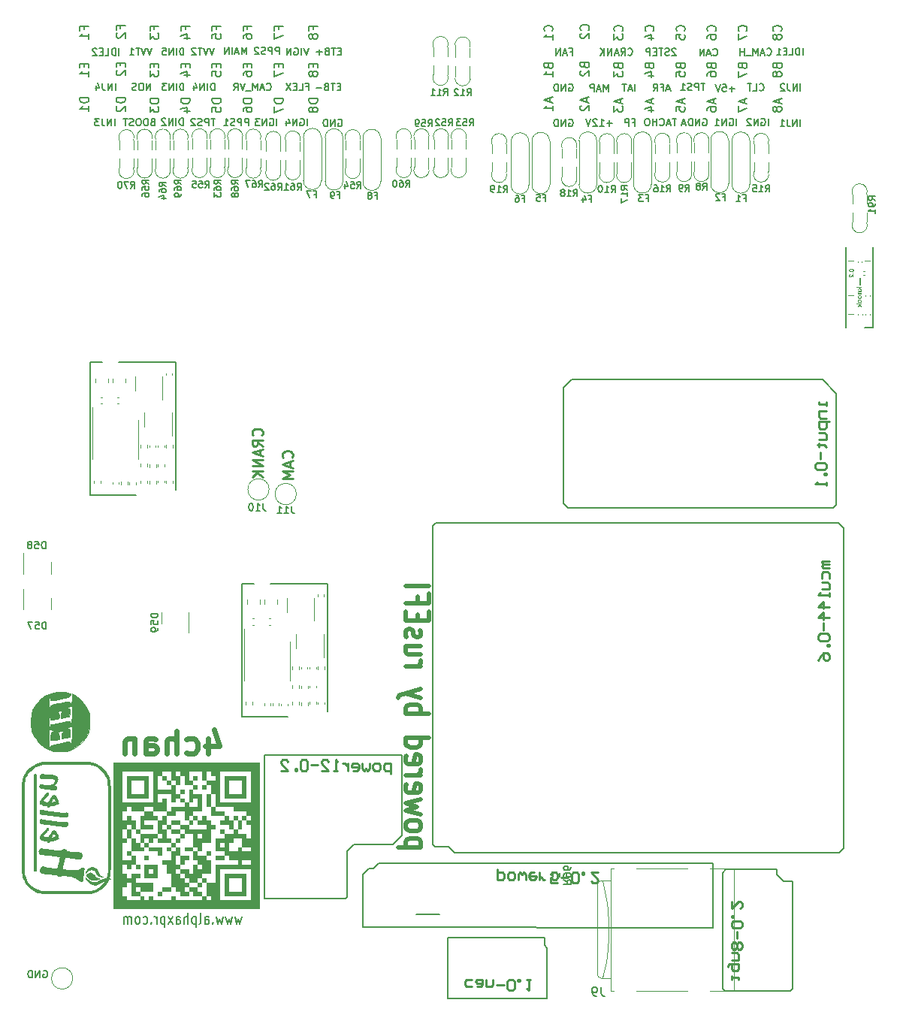
<source format=gbo>
G75*
G70*
%OFA0B0*%
%FSLAX25Y25*%
%IPPOS*%
%LPD*%
%AMOC8*
5,1,8,0,0,1.08239X$1,22.5*
%
%ADD13C,0.02362*%
%ADD258C,0.00394*%
%ADD58C,0.00787*%
%ADD61C,0.01969*%
%ADD63C,0.00800*%
%ADD68C,0.00472*%
%ADD75C,0.00984*%
%ADD76C,0.00669*%
%ADD79C,0.00500*%
%ADD80C,0.00591*%
%ADD81C,0.00390*%
%ADD82C,0.01000*%
%ADD87C,0.00512*%
%ADD88C,0.00010*%
X0000000Y0000000D02*
%LPD*%
G01*
D76*
X0331933Y0388614D02*
X0331933Y0391763D01*
X0328783Y0391613D02*
X0329083Y0391763D01*
X0329533Y0391763D01*
X0329983Y0391613D01*
X0330283Y0391313D01*
X0330433Y0391013D01*
X0330583Y0390413D01*
X0330583Y0389964D01*
X0330433Y0389364D01*
X0330283Y0389064D01*
X0329983Y0388764D01*
X0329533Y0388614D01*
X0329233Y0388614D01*
X0328783Y0388764D01*
X0328633Y0388914D01*
X0328633Y0389964D01*
X0329233Y0389964D01*
X0327284Y0388614D02*
X0327284Y0391763D01*
X0325484Y0388614D01*
X0325484Y0391763D01*
X0324134Y0391463D02*
X0323984Y0391613D01*
X0323684Y0391763D01*
X0322934Y0391763D01*
X0322634Y0391613D01*
X0322484Y0391463D01*
X0322334Y0391163D01*
X0322334Y0390863D01*
X0322484Y0390413D01*
X0324284Y0388614D01*
X0322334Y0388614D01*
D75*
X0120506Y0241333D02*
X0120731Y0241558D01*
X0120956Y0242233D01*
X0120956Y0242683D01*
X0120731Y0243358D01*
X0120281Y0243808D01*
X0119831Y0244033D01*
X0118931Y0244258D01*
X0118256Y0244258D01*
X0117357Y0244033D01*
X0116907Y0243808D01*
X0116457Y0243358D01*
X0116232Y0242683D01*
X0116232Y0242233D01*
X0116457Y0241558D01*
X0116682Y0241333D01*
X0119606Y0239533D02*
X0119606Y0237283D01*
X0120956Y0239983D02*
X0116232Y0238408D01*
X0120956Y0236834D01*
X0120956Y0235259D02*
X0116232Y0235259D01*
X0119606Y0233684D01*
X0116232Y0232109D01*
X0120956Y0232109D01*
D76*
X0269608Y0420139D02*
X0269758Y0419989D01*
X0270208Y0419839D01*
X0270508Y0419839D01*
X0270958Y0419989D01*
X0271258Y0420289D01*
X0271408Y0420589D01*
X0271558Y0421189D01*
X0271558Y0421639D01*
X0271408Y0422239D01*
X0271258Y0422539D01*
X0270958Y0422839D01*
X0270508Y0422989D01*
X0270208Y0422989D01*
X0269758Y0422839D01*
X0269608Y0422689D01*
X0266459Y0419839D02*
X0267509Y0421339D01*
X0268258Y0419839D02*
X0268258Y0422989D01*
X0267059Y0422989D01*
X0266759Y0422839D01*
X0266609Y0422689D01*
X0266459Y0422389D01*
X0266459Y0421939D01*
X0266609Y0421639D01*
X0266759Y0421489D01*
X0267059Y0421339D01*
X0268258Y0421339D01*
X0265259Y0420739D02*
X0263759Y0420739D01*
X0265559Y0419839D02*
X0264509Y0422989D01*
X0263459Y0419839D01*
X0262409Y0419839D02*
X0262409Y0422989D01*
X0260609Y0419839D01*
X0260609Y0422989D01*
X0259110Y0419839D02*
X0259110Y0422989D01*
X0257310Y0419839D02*
X0258660Y0421639D01*
X0257310Y0422989D02*
X0259110Y0421189D01*
X0100272Y0420229D02*
X0100272Y0423378D01*
X0099222Y0421129D01*
X0098172Y0423378D01*
X0098172Y0420229D01*
X0096822Y0421129D02*
X0095322Y0421129D01*
X0097122Y0420229D02*
X0096072Y0423378D01*
X0095022Y0420229D01*
X0093973Y0420229D02*
X0093973Y0423378D01*
X0092473Y0420229D02*
X0092473Y0423378D01*
X0090673Y0420229D01*
X0090673Y0423378D01*
X0142210Y0421682D02*
X0141160Y0421682D01*
X0140711Y0420032D02*
X0142210Y0420032D01*
X0142210Y0423181D01*
X0140711Y0423181D01*
X0139811Y0423181D02*
X0138011Y0423181D01*
X0138911Y0420032D02*
X0138911Y0423181D01*
X0135911Y0421682D02*
X0135461Y0421532D01*
X0135311Y0421382D01*
X0135161Y0421082D01*
X0135161Y0420632D01*
X0135311Y0420332D01*
X0135461Y0420182D01*
X0135761Y0420032D01*
X0136961Y0420032D01*
X0136961Y0423181D01*
X0135911Y0423181D01*
X0135611Y0423031D01*
X0135461Y0422882D01*
X0135311Y0422582D01*
X0135311Y0422282D01*
X0135461Y0421982D01*
X0135611Y0421832D01*
X0135911Y0421682D01*
X0136961Y0421682D01*
X0133811Y0421232D02*
X0131412Y0421232D01*
X0132612Y0420032D02*
X0132612Y0422432D01*
X0347269Y0419976D02*
X0347269Y0423126D01*
X0345769Y0419976D02*
X0345769Y0423126D01*
X0345019Y0423126D01*
X0344569Y0422976D01*
X0344269Y0422676D01*
X0344119Y0422376D01*
X0343969Y0421776D01*
X0343969Y0421326D01*
X0344119Y0420726D01*
X0344269Y0420426D01*
X0344569Y0420126D01*
X0345019Y0419976D01*
X0345769Y0419976D01*
X0341119Y0419976D02*
X0342619Y0419976D01*
X0342619Y0423126D01*
X0340070Y0421626D02*
X0339020Y0421626D01*
X0338570Y0419976D02*
X0340070Y0419976D01*
X0340070Y0423126D01*
X0338570Y0423126D01*
X0335570Y0419976D02*
X0337370Y0419976D01*
X0336470Y0419976D02*
X0336470Y0423126D01*
X0336770Y0422676D01*
X0337070Y0422376D01*
X0337370Y0422226D01*
D58*
X0098191Y0037627D02*
X0097441Y0034477D01*
X0096691Y0036727D01*
X0095941Y0034477D01*
X0095191Y0037627D01*
X0094066Y0037627D02*
X0093316Y0034477D01*
X0092567Y0036727D01*
X0091817Y0034477D01*
X0091067Y0037627D01*
X0089942Y0037627D02*
X0089192Y0034477D01*
X0088442Y0036727D01*
X0087692Y0034477D01*
X0086942Y0037627D01*
X0085442Y0034927D02*
X0085255Y0034702D01*
X0085442Y0034477D01*
X0085630Y0034702D01*
X0085442Y0034927D01*
X0085442Y0034477D01*
X0081880Y0034477D02*
X0081880Y0036952D01*
X0082068Y0037402D01*
X0082443Y0037627D01*
X0083193Y0037627D01*
X0083568Y0037402D01*
X0081880Y0034702D02*
X0082255Y0034477D01*
X0083193Y0034477D01*
X0083568Y0034702D01*
X0083755Y0035152D01*
X0083755Y0035602D01*
X0083568Y0036052D01*
X0083193Y0036277D01*
X0082255Y0036277D01*
X0081880Y0036502D01*
X0079443Y0034477D02*
X0079818Y0034702D01*
X0080006Y0035152D01*
X0080006Y0039201D01*
X0077943Y0037627D02*
X0077943Y0032902D01*
X0077943Y0037402D02*
X0077568Y0037627D01*
X0076819Y0037627D01*
X0076444Y0037402D01*
X0076256Y0037177D01*
X0076069Y0036727D01*
X0076069Y0035377D01*
X0076256Y0034927D01*
X0076444Y0034702D01*
X0076819Y0034477D01*
X0077568Y0034477D01*
X0077943Y0034702D01*
X0074381Y0034477D02*
X0074381Y0039201D01*
X0072694Y0034477D02*
X0072694Y0036952D01*
X0072882Y0037402D01*
X0073256Y0037627D01*
X0073819Y0037627D01*
X0074194Y0037402D01*
X0074381Y0037177D01*
X0069132Y0034477D02*
X0069132Y0036952D01*
X0069319Y0037402D01*
X0069694Y0037627D01*
X0070444Y0037627D01*
X0070819Y0037402D01*
X0069132Y0034702D02*
X0069507Y0034477D01*
X0070444Y0034477D01*
X0070819Y0034702D01*
X0071007Y0035152D01*
X0071007Y0035602D01*
X0070819Y0036052D01*
X0070444Y0036277D01*
X0069507Y0036277D01*
X0069132Y0036502D01*
X0067632Y0034477D02*
X0065570Y0037627D01*
X0067632Y0037627D02*
X0065570Y0034477D01*
X0064070Y0037627D02*
X0064070Y0032902D01*
X0064070Y0037402D02*
X0063695Y0037627D01*
X0062945Y0037627D01*
X0062570Y0037402D01*
X0062383Y0037177D01*
X0062195Y0036727D01*
X0062195Y0035377D01*
X0062383Y0034927D01*
X0062570Y0034702D01*
X0062945Y0034477D01*
X0063695Y0034477D01*
X0064070Y0034702D01*
X0060508Y0034477D02*
X0060508Y0037627D01*
X0060508Y0036727D02*
X0060321Y0037177D01*
X0060133Y0037402D01*
X0059758Y0037627D01*
X0059383Y0037627D01*
X0058071Y0034927D02*
X0057883Y0034702D01*
X0058071Y0034477D01*
X0058258Y0034702D01*
X0058071Y0034927D01*
X0058071Y0034477D01*
X0054509Y0034702D02*
X0054884Y0034477D01*
X0055634Y0034477D01*
X0056009Y0034702D01*
X0056196Y0034927D01*
X0056384Y0035377D01*
X0056384Y0036727D01*
X0056196Y0037177D01*
X0056009Y0037402D01*
X0055634Y0037627D01*
X0054884Y0037627D01*
X0054509Y0037402D01*
X0052259Y0034477D02*
X0052634Y0034702D01*
X0052822Y0034927D01*
X0053009Y0035377D01*
X0053009Y0036727D01*
X0052822Y0037177D01*
X0052634Y0037402D01*
X0052259Y0037627D01*
X0051697Y0037627D01*
X0051322Y0037402D01*
X0051134Y0037177D01*
X0050947Y0036727D01*
X0050947Y0035377D01*
X0051134Y0034927D01*
X0051322Y0034702D01*
X0051697Y0034477D01*
X0052259Y0034477D01*
X0049259Y0034477D02*
X0049259Y0037627D01*
X0049259Y0037177D02*
X0049072Y0037402D01*
X0048697Y0037627D01*
X0048135Y0037627D01*
X0047760Y0037402D01*
X0047572Y0036952D01*
X0047572Y0034477D01*
X0047572Y0036952D02*
X0047385Y0037402D01*
X0047010Y0037627D01*
X0046447Y0037627D01*
X0046072Y0037402D01*
X0045885Y0036952D01*
X0045885Y0034477D01*
D76*
X0058446Y0423181D02*
X0057396Y0420032D01*
X0056346Y0423181D01*
X0055746Y0423181D02*
X0054696Y0420032D01*
X0053646Y0423181D01*
X0053046Y0423181D02*
X0051247Y0423181D01*
X0052147Y0420032D02*
X0052147Y0423181D01*
X0048547Y0420032D02*
X0050347Y0420032D01*
X0049447Y0420032D02*
X0049447Y0423181D01*
X0049747Y0422732D01*
X0050047Y0422432D01*
X0050347Y0422282D01*
X0072244Y0388733D02*
X0072244Y0391882D01*
X0071494Y0391882D01*
X0071044Y0391732D01*
X0070744Y0391432D01*
X0070594Y0391132D01*
X0070444Y0390532D01*
X0070444Y0390082D01*
X0070594Y0389483D01*
X0070744Y0389183D01*
X0071044Y0388883D01*
X0071494Y0388733D01*
X0072244Y0388733D01*
X0069094Y0388733D02*
X0069094Y0391882D01*
X0067595Y0388733D02*
X0067595Y0391882D01*
X0065795Y0388733D01*
X0065795Y0391882D01*
X0064445Y0391582D02*
X0064295Y0391732D01*
X0063995Y0391882D01*
X0063245Y0391882D01*
X0062945Y0391732D01*
X0062795Y0391582D01*
X0062645Y0391282D01*
X0062645Y0390982D01*
X0062795Y0390532D01*
X0064595Y0388733D01*
X0062645Y0388733D01*
X0043766Y0419835D02*
X0043766Y0422985D01*
X0042267Y0419835D02*
X0042267Y0422985D01*
X0041517Y0422985D01*
X0041067Y0422835D01*
X0040767Y0422535D01*
X0040617Y0422235D01*
X0040467Y0421635D01*
X0040467Y0421185D01*
X0040617Y0420585D01*
X0040767Y0420285D01*
X0041067Y0419985D01*
X0041517Y0419835D01*
X0042267Y0419835D01*
X0037617Y0419835D02*
X0039117Y0419835D01*
X0039117Y0422985D01*
X0036567Y0421485D02*
X0035517Y0421485D01*
X0035067Y0419835D02*
X0036567Y0419835D01*
X0036567Y0422985D01*
X0035067Y0422985D01*
X0033868Y0422685D02*
X0033718Y0422835D01*
X0033418Y0422985D01*
X0032668Y0422985D01*
X0032368Y0422835D01*
X0032218Y0422685D01*
X0032068Y0422385D01*
X0032068Y0422085D01*
X0032218Y0421635D01*
X0034018Y0419835D01*
X0032068Y0419835D01*
X0127859Y0423181D02*
X0126809Y0420032D01*
X0125759Y0423181D01*
X0124709Y0420032D02*
X0124709Y0423181D01*
X0121560Y0423031D02*
X0121860Y0423181D01*
X0122310Y0423181D01*
X0122760Y0423031D01*
X0123060Y0422732D01*
X0123210Y0422432D01*
X0123360Y0421832D01*
X0123360Y0421382D01*
X0123210Y0420782D01*
X0123060Y0420482D01*
X0122760Y0420182D01*
X0122310Y0420032D01*
X0122010Y0420032D01*
X0121560Y0420182D01*
X0121410Y0420332D01*
X0121410Y0421382D01*
X0122010Y0421382D01*
X0120060Y0420032D02*
X0120060Y0423181D01*
X0118260Y0420032D01*
X0118260Y0423181D01*
X0142013Y0405934D02*
X0140964Y0405934D01*
X0140514Y0404284D02*
X0142013Y0404284D01*
X0142013Y0407433D01*
X0140514Y0407433D01*
X0139614Y0407433D02*
X0137814Y0407433D01*
X0138714Y0404284D02*
X0138714Y0407433D01*
X0135714Y0405934D02*
X0135264Y0405784D01*
X0135114Y0405634D01*
X0134964Y0405334D01*
X0134964Y0404884D01*
X0135114Y0404584D01*
X0135264Y0404434D01*
X0135564Y0404284D01*
X0136764Y0404284D01*
X0136764Y0407433D01*
X0135714Y0407433D01*
X0135414Y0407283D01*
X0135264Y0407133D01*
X0135114Y0406834D01*
X0135114Y0406534D01*
X0135264Y0406234D01*
X0135414Y0406084D01*
X0135714Y0405934D01*
X0136764Y0405934D01*
X0133615Y0405484D02*
X0131215Y0405484D01*
D13*
X0083373Y0116760D02*
X0083373Y0109936D01*
X0085810Y0120660D02*
X0088247Y0113348D01*
X0081910Y0113348D01*
X0073624Y0110424D02*
X0074599Y0109936D01*
X0076549Y0109936D01*
X0077523Y0110424D01*
X0078011Y0110911D01*
X0078498Y0111886D01*
X0078498Y0114811D01*
X0078011Y0115786D01*
X0077523Y0116273D01*
X0076549Y0116760D01*
X0074599Y0116760D01*
X0073624Y0116273D01*
X0069237Y0109936D02*
X0069237Y0120172D01*
X0064850Y0109936D02*
X0064850Y0115298D01*
X0065337Y0116273D01*
X0066312Y0116760D01*
X0067775Y0116760D01*
X0068750Y0116273D01*
X0069237Y0115786D01*
X0055589Y0109936D02*
X0055589Y0115298D01*
X0056076Y0116273D01*
X0057051Y0116760D01*
X0059001Y0116760D01*
X0059976Y0116273D01*
X0055589Y0110424D02*
X0056564Y0109936D01*
X0059001Y0109936D01*
X0059976Y0110424D01*
X0060463Y0111399D01*
X0060463Y0112373D01*
X0059976Y0113348D01*
X0059001Y0113836D01*
X0056564Y0113836D01*
X0055589Y0114323D01*
X0050714Y0116760D02*
X0050714Y0109936D01*
X0050714Y0115786D02*
X0050227Y0116273D01*
X0049252Y0116760D01*
X0047790Y0116760D01*
X0046815Y0116273D01*
X0046327Y0115298D01*
X0046327Y0109936D01*
D76*
X0126781Y0405934D02*
X0127831Y0405934D01*
X0127831Y0404284D02*
X0127831Y0407433D01*
X0126331Y0407433D01*
X0123631Y0404284D02*
X0125131Y0404284D01*
X0125131Y0407433D01*
X0122582Y0405934D02*
X0121532Y0405934D01*
X0121082Y0404284D02*
X0122582Y0404284D01*
X0122582Y0407433D01*
X0121082Y0407433D01*
X0120032Y0407433D02*
X0117932Y0404284D01*
X0117932Y0407433D02*
X0120032Y0404284D01*
X0109252Y0404584D02*
X0109402Y0404434D01*
X0109852Y0404284D01*
X0110152Y0404284D01*
X0110602Y0404434D01*
X0110902Y0404734D01*
X0111052Y0405034D01*
X0111202Y0405634D01*
X0111202Y0406084D01*
X0111052Y0406684D01*
X0110902Y0406984D01*
X0110602Y0407283D01*
X0110152Y0407433D01*
X0109852Y0407433D01*
X0109402Y0407283D01*
X0109252Y0407133D01*
X0108052Y0405184D02*
X0106552Y0405184D01*
X0108352Y0404284D02*
X0107302Y0407433D01*
X0106252Y0404284D01*
X0105202Y0404284D02*
X0105202Y0407433D01*
X0104153Y0405184D01*
X0103103Y0407433D01*
X0103103Y0404284D01*
X0102353Y0403984D02*
X0099953Y0403984D01*
X0099653Y0407433D02*
X0098603Y0404284D01*
X0097553Y0407433D01*
X0094704Y0404284D02*
X0095754Y0405784D01*
X0096504Y0404284D02*
X0096504Y0407433D01*
X0095304Y0407433D01*
X0095004Y0407283D01*
X0094854Y0407133D01*
X0094704Y0406834D01*
X0094704Y0406384D01*
X0094854Y0406084D01*
X0095004Y0405934D01*
X0095304Y0405784D01*
X0096504Y0405784D01*
X0058727Y0390186D02*
X0058277Y0390036D01*
X0058127Y0389886D01*
X0057977Y0389586D01*
X0057977Y0389136D01*
X0058127Y0388836D01*
X0058277Y0388686D01*
X0058577Y0388536D01*
X0059777Y0388536D01*
X0059777Y0391685D01*
X0058727Y0391685D01*
X0058427Y0391535D01*
X0058277Y0391385D01*
X0058127Y0391085D01*
X0058127Y0390786D01*
X0058277Y0390486D01*
X0058427Y0390336D01*
X0058727Y0390186D01*
X0059777Y0390186D01*
X0056027Y0391685D02*
X0055427Y0391685D01*
X0055127Y0391535D01*
X0054828Y0391235D01*
X0054678Y0390636D01*
X0054678Y0389586D01*
X0054828Y0388986D01*
X0055127Y0388686D01*
X0055427Y0388536D01*
X0056027Y0388536D01*
X0056327Y0388686D01*
X0056627Y0388986D01*
X0056777Y0389586D01*
X0056777Y0390636D01*
X0056627Y0391235D01*
X0056327Y0391535D01*
X0056027Y0391685D01*
X0052728Y0391685D02*
X0052128Y0391685D01*
X0051828Y0391535D01*
X0051528Y0391235D01*
X0051378Y0390636D01*
X0051378Y0389586D01*
X0051528Y0388986D01*
X0051828Y0388686D01*
X0052128Y0388536D01*
X0052728Y0388536D01*
X0053028Y0388686D01*
X0053328Y0388986D01*
X0053478Y0389586D01*
X0053478Y0390636D01*
X0053328Y0391235D01*
X0053028Y0391535D01*
X0052728Y0391685D01*
X0050178Y0388686D02*
X0049728Y0388536D01*
X0048978Y0388536D01*
X0048678Y0388686D01*
X0048528Y0388836D01*
X0048378Y0389136D01*
X0048378Y0389436D01*
X0048528Y0389736D01*
X0048678Y0389886D01*
X0048978Y0390036D01*
X0049578Y0390186D01*
X0049878Y0390336D01*
X0050028Y0390486D01*
X0050178Y0390786D01*
X0050178Y0391085D01*
X0050028Y0391385D01*
X0049878Y0391535D01*
X0049578Y0391685D01*
X0048828Y0391685D01*
X0048378Y0391535D01*
X0047478Y0391685D02*
X0045679Y0391685D01*
X0046579Y0388536D02*
X0046579Y0391685D01*
X0140982Y0391339D02*
X0141282Y0391489D01*
X0141732Y0391489D01*
X0142182Y0391339D01*
X0142482Y0391039D01*
X0142632Y0390739D01*
X0142782Y0390139D01*
X0142782Y0389689D01*
X0142632Y0389089D01*
X0142482Y0388789D01*
X0142182Y0388489D01*
X0141732Y0388339D01*
X0141432Y0388339D01*
X0140982Y0388489D01*
X0140832Y0388639D01*
X0140832Y0389689D01*
X0141432Y0389689D01*
X0139483Y0388339D02*
X0139483Y0391489D01*
X0137683Y0388339D01*
X0137683Y0391489D01*
X0136183Y0388339D02*
X0136183Y0391489D01*
X0135433Y0391489D01*
X0134983Y0391339D01*
X0134683Y0391039D01*
X0134533Y0390739D01*
X0134383Y0390139D01*
X0134383Y0389689D01*
X0134533Y0389089D01*
X0134683Y0388789D01*
X0134983Y0388489D01*
X0135433Y0388339D01*
X0136183Y0388339D01*
D61*
X0177784Y0068302D02*
X0167548Y0068302D01*
X0177297Y0068302D02*
X0177784Y0069127D01*
X0177784Y0070777D01*
X0177297Y0071602D01*
X0176809Y0072014D01*
X0175834Y0072427D01*
X0172910Y0072427D01*
X0171935Y0072014D01*
X0171447Y0071602D01*
X0170960Y0070777D01*
X0170960Y0069127D01*
X0171447Y0068302D01*
X0170960Y0077376D02*
X0171447Y0076551D01*
X0171935Y0076139D01*
X0172910Y0075726D01*
X0175834Y0075726D01*
X0176809Y0076139D01*
X0177297Y0076551D01*
X0177784Y0077376D01*
X0177784Y0078614D01*
X0177297Y0079439D01*
X0176809Y0079851D01*
X0175834Y0080263D01*
X0172910Y0080263D01*
X0171935Y0079851D01*
X0171447Y0079439D01*
X0170960Y0078614D01*
X0170960Y0077376D01*
X0177784Y0083151D02*
X0170960Y0084800D01*
X0175834Y0086450D01*
X0170960Y0088100D01*
X0177784Y0089750D01*
X0171447Y0096349D02*
X0170960Y0095524D01*
X0170960Y0093874D01*
X0171447Y0093049D01*
X0172422Y0092637D01*
X0176322Y0092637D01*
X0177297Y0093049D01*
X0177784Y0093874D01*
X0177784Y0095524D01*
X0177297Y0096349D01*
X0176322Y0096761D01*
X0175347Y0096761D01*
X0174372Y0092637D01*
X0170960Y0100473D02*
X0177784Y0100473D01*
X0175834Y0100473D02*
X0176809Y0100886D01*
X0177297Y0101298D01*
X0177784Y0102123D01*
X0177784Y0102948D01*
X0171447Y0109135D02*
X0170960Y0108310D01*
X0170960Y0106660D01*
X0171447Y0105835D01*
X0172422Y0105423D01*
X0176322Y0105423D01*
X0177297Y0105835D01*
X0177784Y0106660D01*
X0177784Y0108310D01*
X0177297Y0109135D01*
X0176322Y0109547D01*
X0175347Y0109547D01*
X0174372Y0105423D01*
X0170960Y0116971D02*
X0181196Y0116971D01*
X0171447Y0116971D02*
X0170960Y0116146D01*
X0170960Y0114497D01*
X0171447Y0113672D01*
X0171935Y0113259D01*
X0172910Y0112847D01*
X0175834Y0112847D01*
X0176809Y0113259D01*
X0177297Y0113672D01*
X0177784Y0114497D01*
X0177784Y0116146D01*
X0177297Y0116971D01*
X0170960Y0127695D02*
X0181196Y0127695D01*
X0177297Y0127695D02*
X0177784Y0128520D01*
X0177784Y0130170D01*
X0177297Y0130995D01*
X0176809Y0131407D01*
X0175834Y0131819D01*
X0172910Y0131819D01*
X0171935Y0131407D01*
X0171447Y0130995D01*
X0170960Y0130170D01*
X0170960Y0128520D01*
X0171447Y0127695D01*
X0177784Y0134707D02*
X0170960Y0136769D01*
X0177784Y0138831D02*
X0170960Y0136769D01*
X0168523Y0135944D01*
X0168035Y0135531D01*
X0167548Y0134707D01*
X0170960Y0148730D02*
X0177784Y0148730D01*
X0175834Y0148730D02*
X0176809Y0149142D01*
X0177297Y0149555D01*
X0177784Y0150380D01*
X0177784Y0151205D01*
X0177784Y0157804D02*
X0170960Y0157804D01*
X0177784Y0154092D02*
X0172422Y0154092D01*
X0171447Y0154504D01*
X0170960Y0155329D01*
X0170960Y0156566D01*
X0171447Y0157391D01*
X0171935Y0157804D01*
X0171447Y0161516D02*
X0170960Y0162341D01*
X0170960Y0163990D01*
X0171447Y0164815D01*
X0172422Y0165228D01*
X0172910Y0165228D01*
X0173885Y0164815D01*
X0174372Y0163990D01*
X0174372Y0162753D01*
X0174859Y0161928D01*
X0175834Y0161516D01*
X0176322Y0161516D01*
X0177297Y0161928D01*
X0177784Y0162753D01*
X0177784Y0163990D01*
X0177297Y0164815D01*
X0176322Y0168940D02*
X0176322Y0171827D01*
X0170960Y0173064D02*
X0170960Y0168940D01*
X0181196Y0168940D01*
X0181196Y0173064D01*
X0176322Y0179663D02*
X0176322Y0176776D01*
X0170960Y0176776D02*
X0181196Y0176776D01*
X0181196Y0180901D01*
X0170960Y0184200D02*
X0181196Y0184200D01*
D76*
X0042145Y0404284D02*
X0042145Y0407433D01*
X0040645Y0404284D02*
X0040645Y0407433D01*
X0038845Y0404284D01*
X0038845Y0407433D01*
X0036445Y0407433D02*
X0036445Y0405184D01*
X0036595Y0404734D01*
X0036895Y0404434D01*
X0037345Y0404284D01*
X0037645Y0404284D01*
X0033596Y0406384D02*
X0033596Y0404284D01*
X0034346Y0407583D02*
X0035096Y0405334D01*
X0033146Y0405334D01*
X0303699Y0407433D02*
X0301900Y0407433D01*
X0302800Y0404284D02*
X0302800Y0407433D01*
X0300850Y0404284D02*
X0300850Y0407433D01*
X0299650Y0407433D01*
X0299350Y0407283D01*
X0299200Y0407133D01*
X0299050Y0406834D01*
X0299050Y0406384D01*
X0299200Y0406084D01*
X0299350Y0405934D01*
X0299650Y0405784D01*
X0300850Y0405784D01*
X0297850Y0404434D02*
X0297400Y0404284D01*
X0296650Y0404284D01*
X0296350Y0404434D01*
X0296200Y0404584D01*
X0296050Y0404884D01*
X0296050Y0405184D01*
X0296200Y0405484D01*
X0296350Y0405634D01*
X0296650Y0405784D01*
X0297250Y0405934D01*
X0297550Y0406084D01*
X0297700Y0406234D01*
X0297850Y0406534D01*
X0297850Y0406834D01*
X0297700Y0407133D01*
X0297550Y0407283D01*
X0297250Y0407433D01*
X0296500Y0407433D01*
X0296050Y0407283D01*
X0293051Y0404284D02*
X0294851Y0404284D01*
X0293951Y0404284D02*
X0293951Y0407433D01*
X0294251Y0406984D01*
X0294551Y0406684D01*
X0294851Y0406534D01*
X0345981Y0388339D02*
X0345981Y0391489D01*
X0344481Y0388339D02*
X0344481Y0391489D01*
X0342682Y0388339D01*
X0342682Y0391489D01*
X0340282Y0391489D02*
X0340282Y0389239D01*
X0340432Y0388789D01*
X0340732Y0388489D01*
X0341182Y0388339D01*
X0341482Y0388339D01*
X0337132Y0388339D02*
X0338932Y0388339D01*
X0338032Y0388339D02*
X0338032Y0391489D01*
X0338332Y0391039D01*
X0338632Y0390739D01*
X0338932Y0390589D01*
X0041948Y0388536D02*
X0041948Y0391685D01*
X0040448Y0388536D02*
X0040448Y0391685D01*
X0038648Y0388536D01*
X0038648Y0391685D01*
X0036249Y0391685D02*
X0036249Y0389436D01*
X0036399Y0388986D01*
X0036699Y0388686D01*
X0037148Y0388536D01*
X0037448Y0388536D01*
X0035049Y0391685D02*
X0033099Y0391685D01*
X0034149Y0390486D01*
X0033699Y0390486D01*
X0033399Y0390336D01*
X0033249Y0390186D01*
X0033099Y0389886D01*
X0033099Y0389136D01*
X0033249Y0388836D01*
X0033399Y0388686D01*
X0033699Y0388536D01*
X0034599Y0388536D01*
X0034899Y0388686D01*
X0035049Y0388836D01*
X0307393Y0419864D02*
X0307543Y0419714D01*
X0307993Y0419564D01*
X0308293Y0419564D01*
X0308743Y0419714D01*
X0309042Y0420014D01*
X0309192Y0420314D01*
X0309342Y0420914D01*
X0309342Y0421364D01*
X0309192Y0421964D01*
X0309042Y0422264D01*
X0308743Y0422564D01*
X0308293Y0422714D01*
X0307993Y0422714D01*
X0307543Y0422564D01*
X0307393Y0422414D01*
X0306193Y0420464D02*
X0304693Y0420464D01*
X0306493Y0419564D02*
X0305443Y0422714D01*
X0304393Y0419564D01*
X0303343Y0419564D02*
X0303343Y0422714D01*
X0301543Y0419564D01*
X0301543Y0422714D01*
D75*
X0107081Y0251187D02*
X0107306Y0251412D01*
X0107531Y0252087D01*
X0107531Y0252537D01*
X0107306Y0253211D01*
X0106856Y0253661D01*
X0106406Y0253886D01*
X0105506Y0254111D01*
X0104831Y0254111D01*
X0103931Y0253886D01*
X0103481Y0253661D01*
X0103031Y0253211D01*
X0102807Y0252537D01*
X0102807Y0252087D01*
X0103031Y0251412D01*
X0103256Y0251187D01*
X0107531Y0246462D02*
X0105281Y0248037D01*
X0107531Y0249162D02*
X0102807Y0249162D01*
X0102807Y0247362D01*
X0103031Y0246912D01*
X0103256Y0246687D01*
X0103706Y0246462D01*
X0104381Y0246462D01*
X0104831Y0246687D01*
X0105056Y0246912D01*
X0105281Y0247362D01*
X0105281Y0249162D01*
X0106181Y0244663D02*
X0106181Y0242413D01*
X0107531Y0245112D02*
X0102807Y0243538D01*
X0107531Y0241963D01*
X0107531Y0240388D02*
X0102807Y0240388D01*
X0107531Y0237688D01*
X0102807Y0237688D01*
X0107531Y0235439D02*
X0102807Y0235439D01*
X0107531Y0232739D02*
X0104831Y0234764D01*
X0102807Y0232739D02*
X0105506Y0235439D01*
D76*
X0271603Y0390126D02*
X0272653Y0390126D01*
X0272653Y0388476D02*
X0272653Y0391626D01*
X0271153Y0391626D01*
X0269953Y0388476D02*
X0269953Y0391626D01*
X0268753Y0391626D01*
X0268453Y0391476D01*
X0268303Y0391326D01*
X0268153Y0391026D01*
X0268153Y0390576D01*
X0268303Y0390276D01*
X0268453Y0390126D01*
X0268753Y0389976D01*
X0269953Y0389976D01*
X0127362Y0388536D02*
X0127362Y0391685D01*
X0124213Y0391535D02*
X0124513Y0391685D01*
X0124963Y0391685D01*
X0125412Y0391535D01*
X0125712Y0391235D01*
X0125862Y0390936D01*
X0126012Y0390336D01*
X0126012Y0389886D01*
X0125862Y0389286D01*
X0125712Y0388986D01*
X0125412Y0388686D01*
X0124963Y0388536D01*
X0124663Y0388536D01*
X0124213Y0388686D01*
X0124063Y0388836D01*
X0124063Y0389886D01*
X0124663Y0389886D01*
X0122713Y0388536D02*
X0122713Y0391685D01*
X0120913Y0388536D01*
X0120913Y0391685D01*
X0118063Y0390636D02*
X0118063Y0388536D01*
X0118813Y0391835D02*
X0119563Y0389586D01*
X0117613Y0389586D01*
X0317785Y0388614D02*
X0317785Y0391763D01*
X0314635Y0391613D02*
X0314935Y0391763D01*
X0315385Y0391763D01*
X0315835Y0391613D01*
X0316135Y0391313D01*
X0316285Y0391013D01*
X0316435Y0390413D01*
X0316435Y0389964D01*
X0316285Y0389364D01*
X0316135Y0389064D01*
X0315835Y0388764D01*
X0315385Y0388614D01*
X0315085Y0388614D01*
X0314635Y0388764D01*
X0314485Y0388914D01*
X0314485Y0389964D01*
X0315085Y0389964D01*
X0313135Y0388614D02*
X0313135Y0391763D01*
X0311335Y0388614D01*
X0311335Y0391763D01*
X0308186Y0388614D02*
X0309986Y0388614D01*
X0309086Y0388614D02*
X0309086Y0391763D01*
X0309386Y0391313D01*
X0309686Y0391013D01*
X0309986Y0390863D01*
X0327884Y0404342D02*
X0328034Y0404192D01*
X0328484Y0404042D01*
X0328784Y0404042D01*
X0329234Y0404192D01*
X0329534Y0404492D01*
X0329684Y0404792D01*
X0329834Y0405392D01*
X0329834Y0405842D01*
X0329684Y0406442D01*
X0329534Y0406742D01*
X0329234Y0407042D01*
X0328784Y0407192D01*
X0328484Y0407192D01*
X0328034Y0407042D01*
X0327884Y0406892D01*
X0325035Y0404042D02*
X0326534Y0404042D01*
X0326534Y0407192D01*
X0324435Y0407192D02*
X0322635Y0407192D01*
X0323535Y0404042D02*
X0323535Y0407192D01*
X0243345Y0391339D02*
X0243645Y0391489D01*
X0244094Y0391489D01*
X0244544Y0391339D01*
X0244844Y0391039D01*
X0244994Y0390739D01*
X0245144Y0390139D01*
X0245144Y0389689D01*
X0244994Y0389089D01*
X0244844Y0388789D01*
X0244544Y0388489D01*
X0244094Y0388339D01*
X0243795Y0388339D01*
X0243345Y0388489D01*
X0243195Y0388639D01*
X0243195Y0389689D01*
X0243795Y0389689D01*
X0241845Y0388339D02*
X0241845Y0391489D01*
X0240045Y0388339D01*
X0240045Y0391489D01*
X0238545Y0388339D02*
X0238545Y0391489D01*
X0237795Y0391489D01*
X0237345Y0391339D01*
X0237045Y0391039D01*
X0236895Y0390739D01*
X0236745Y0390139D01*
X0236745Y0389689D01*
X0236895Y0389089D01*
X0237045Y0388789D01*
X0237345Y0388489D01*
X0237795Y0388339D01*
X0238545Y0388339D01*
X0086380Y0391685D02*
X0084580Y0391685D01*
X0085480Y0388536D02*
X0085480Y0391685D01*
X0083530Y0388536D02*
X0083530Y0391685D01*
X0082330Y0391685D01*
X0082030Y0391535D01*
X0081880Y0391385D01*
X0081730Y0391085D01*
X0081730Y0390636D01*
X0081880Y0390336D01*
X0082030Y0390186D01*
X0082330Y0390036D01*
X0083530Y0390036D01*
X0080531Y0388686D02*
X0080081Y0388536D01*
X0079331Y0388536D01*
X0079031Y0388686D01*
X0078881Y0388836D01*
X0078731Y0389136D01*
X0078731Y0389436D01*
X0078881Y0389736D01*
X0079031Y0389886D01*
X0079331Y0390036D01*
X0079931Y0390186D01*
X0080231Y0390336D01*
X0080381Y0390486D01*
X0080531Y0390786D01*
X0080531Y0391085D01*
X0080381Y0391385D01*
X0080231Y0391535D01*
X0079931Y0391685D01*
X0079181Y0391685D01*
X0078731Y0391535D01*
X0077531Y0391385D02*
X0077381Y0391535D01*
X0077081Y0391685D01*
X0076331Y0391685D01*
X0076031Y0391535D01*
X0075881Y0391385D01*
X0075731Y0391085D01*
X0075731Y0390786D01*
X0075881Y0390336D01*
X0077681Y0388536D01*
X0075731Y0388536D01*
X0243345Y0406998D02*
X0243645Y0407148D01*
X0244094Y0407148D01*
X0244544Y0406998D01*
X0244844Y0406698D01*
X0244994Y0406398D01*
X0245144Y0405798D01*
X0245144Y0405348D01*
X0244994Y0404748D01*
X0244844Y0404448D01*
X0244544Y0404148D01*
X0244094Y0403998D01*
X0243795Y0403998D01*
X0243345Y0404148D01*
X0243195Y0404298D01*
X0243195Y0405348D01*
X0243795Y0405348D01*
X0241845Y0403998D02*
X0241845Y0407148D01*
X0240045Y0403998D01*
X0240045Y0407148D01*
X0238545Y0403998D02*
X0238545Y0407148D01*
X0237795Y0407148D01*
X0237345Y0406998D01*
X0237045Y0406698D01*
X0236895Y0406398D01*
X0236745Y0405798D01*
X0236745Y0405348D01*
X0236895Y0404748D01*
X0237045Y0404448D01*
X0237345Y0404148D01*
X0237795Y0403998D01*
X0238545Y0403998D01*
X0101265Y0388536D02*
X0101265Y0391685D01*
X0100066Y0391685D01*
X0099766Y0391535D01*
X0099616Y0391385D01*
X0099466Y0391085D01*
X0099466Y0390636D01*
X0099616Y0390336D01*
X0099766Y0390186D01*
X0100066Y0390036D01*
X0101265Y0390036D01*
X0098116Y0388536D02*
X0098116Y0391685D01*
X0096916Y0391685D01*
X0096616Y0391535D01*
X0096466Y0391385D01*
X0096316Y0391085D01*
X0096316Y0390636D01*
X0096466Y0390336D01*
X0096616Y0390186D01*
X0096916Y0390036D01*
X0098116Y0390036D01*
X0095116Y0388686D02*
X0094666Y0388536D01*
X0093916Y0388536D01*
X0093616Y0388686D01*
X0093466Y0388836D01*
X0093316Y0389136D01*
X0093316Y0389436D01*
X0093466Y0389736D01*
X0093616Y0389886D01*
X0093916Y0390036D01*
X0094516Y0390186D01*
X0094816Y0390336D01*
X0094966Y0390486D01*
X0095116Y0390786D01*
X0095116Y0391085D01*
X0094966Y0391385D01*
X0094816Y0391535D01*
X0094516Y0391685D01*
X0093766Y0391685D01*
X0093316Y0391535D01*
X0090317Y0388536D02*
X0092117Y0388536D01*
X0091217Y0388536D02*
X0091217Y0391685D01*
X0091517Y0391235D01*
X0091817Y0390936D01*
X0092117Y0390786D01*
X0346119Y0404042D02*
X0346119Y0407192D01*
X0344619Y0404042D02*
X0344619Y0407192D01*
X0342819Y0404042D01*
X0342819Y0407192D01*
X0340419Y0407192D02*
X0340419Y0404942D01*
X0340569Y0404492D01*
X0340869Y0404192D01*
X0341319Y0404042D01*
X0341619Y0404042D01*
X0339069Y0406892D02*
X0338919Y0407042D01*
X0338619Y0407192D01*
X0337870Y0407192D01*
X0337570Y0407042D01*
X0337420Y0406892D01*
X0337270Y0406592D01*
X0337270Y0406292D01*
X0337420Y0405842D01*
X0339219Y0404042D01*
X0337270Y0404042D01*
X0086220Y0404284D02*
X0086220Y0407433D01*
X0085471Y0407433D01*
X0085021Y0407283D01*
X0084721Y0406984D01*
X0084571Y0406684D01*
X0084421Y0406084D01*
X0084421Y0405634D01*
X0084571Y0405034D01*
X0084721Y0404734D01*
X0085021Y0404434D01*
X0085471Y0404284D01*
X0086220Y0404284D01*
X0083071Y0404284D02*
X0083071Y0407433D01*
X0081571Y0404284D02*
X0081571Y0407433D01*
X0079771Y0404284D01*
X0079771Y0407433D01*
X0076922Y0406384D02*
X0076922Y0404284D01*
X0077672Y0407583D02*
X0078421Y0405334D01*
X0076472Y0405334D01*
X0288163Y0404805D02*
X0286664Y0404805D01*
X0288463Y0403905D02*
X0287413Y0407054D01*
X0286364Y0403905D01*
X0284264Y0405555D02*
X0285314Y0405555D01*
X0285314Y0403905D02*
X0285314Y0407054D01*
X0283814Y0407054D01*
X0280814Y0403905D02*
X0281864Y0405405D01*
X0282614Y0403905D02*
X0282614Y0407054D01*
X0281414Y0407054D01*
X0281114Y0406905D01*
X0280964Y0406755D01*
X0280814Y0406455D01*
X0280814Y0406005D01*
X0280964Y0405705D01*
X0281114Y0405555D01*
X0281414Y0405405D01*
X0282614Y0405405D01*
X0290813Y0422689D02*
X0290663Y0422839D01*
X0290363Y0422989D01*
X0289613Y0422989D01*
X0289313Y0422839D01*
X0289163Y0422689D01*
X0289014Y0422389D01*
X0289014Y0422089D01*
X0289163Y0421639D01*
X0290963Y0419839D01*
X0289014Y0419839D01*
X0287814Y0419989D02*
X0287364Y0419839D01*
X0286614Y0419839D01*
X0286314Y0419989D01*
X0286164Y0420139D01*
X0286014Y0420439D01*
X0286014Y0420739D01*
X0286164Y0421039D01*
X0286314Y0421189D01*
X0286614Y0421339D01*
X0287214Y0421489D01*
X0287514Y0421639D01*
X0287664Y0421789D01*
X0287814Y0422089D01*
X0287814Y0422389D01*
X0287664Y0422689D01*
X0287514Y0422839D01*
X0287214Y0422989D01*
X0286464Y0422989D01*
X0286014Y0422839D01*
X0285114Y0422989D02*
X0283314Y0422989D01*
X0284214Y0419839D02*
X0284214Y0422989D01*
X0282264Y0421489D02*
X0281214Y0421489D01*
X0280765Y0419839D02*
X0282264Y0419839D01*
X0282264Y0422989D01*
X0280765Y0422989D01*
X0279415Y0419839D02*
X0279415Y0422989D01*
X0278215Y0422989D01*
X0277915Y0422839D01*
X0277765Y0422689D01*
X0277615Y0422389D01*
X0277615Y0421939D01*
X0277765Y0421639D01*
X0277915Y0421489D01*
X0278215Y0421339D01*
X0279415Y0421339D01*
X0331271Y0420139D02*
X0331421Y0419989D01*
X0331871Y0419839D01*
X0332171Y0419839D01*
X0332621Y0419989D01*
X0332921Y0420289D01*
X0333071Y0420589D01*
X0333221Y0421189D01*
X0333221Y0421639D01*
X0333071Y0422239D01*
X0332921Y0422539D01*
X0332621Y0422839D01*
X0332171Y0422989D01*
X0331871Y0422989D01*
X0331421Y0422839D01*
X0331271Y0422689D01*
X0330072Y0420739D02*
X0328572Y0420739D01*
X0330372Y0419839D02*
X0329322Y0422989D01*
X0328272Y0419839D01*
X0327222Y0419839D02*
X0327222Y0422989D01*
X0326172Y0420739D01*
X0325122Y0422989D01*
X0325122Y0419839D01*
X0324372Y0419539D02*
X0321973Y0419539D01*
X0321223Y0419839D02*
X0321223Y0422989D01*
X0321223Y0421489D02*
X0319423Y0421489D01*
X0319423Y0419839D02*
X0319423Y0422989D01*
X0243907Y0421489D02*
X0244957Y0421489D01*
X0244957Y0419839D02*
X0244957Y0422989D01*
X0243457Y0422989D01*
X0242407Y0420739D02*
X0240907Y0420739D01*
X0242707Y0419839D02*
X0241657Y0422989D01*
X0240607Y0419839D01*
X0239557Y0419839D02*
X0239557Y0422989D01*
X0237757Y0419839D01*
X0237757Y0422989D01*
X0113780Y0388536D02*
X0113780Y0391685D01*
X0110630Y0391535D02*
X0110930Y0391685D01*
X0111380Y0391685D01*
X0111830Y0391535D01*
X0112130Y0391235D01*
X0112280Y0390936D01*
X0112430Y0390336D01*
X0112430Y0389886D01*
X0112280Y0389286D01*
X0112130Y0388986D01*
X0111830Y0388686D01*
X0111380Y0388536D01*
X0111080Y0388536D01*
X0110630Y0388686D01*
X0110480Y0388836D01*
X0110480Y0389886D01*
X0111080Y0389886D01*
X0109130Y0388536D02*
X0109130Y0391685D01*
X0107330Y0388536D01*
X0107330Y0391685D01*
X0106130Y0391685D02*
X0104181Y0391685D01*
X0105231Y0390486D01*
X0104781Y0390486D01*
X0104481Y0390336D01*
X0104331Y0390186D01*
X0104181Y0389886D01*
X0104181Y0389136D01*
X0104331Y0388836D01*
X0104481Y0388686D01*
X0104781Y0388536D01*
X0105681Y0388536D01*
X0105980Y0388686D01*
X0106130Y0388836D01*
X0114848Y0420229D02*
X0114848Y0423378D01*
X0113648Y0423378D01*
X0113348Y0423228D01*
X0113198Y0423078D01*
X0113048Y0422778D01*
X0113048Y0422328D01*
X0113198Y0422028D01*
X0113348Y0421879D01*
X0113648Y0421729D01*
X0114848Y0421729D01*
X0111699Y0420229D02*
X0111699Y0423378D01*
X0110499Y0423378D01*
X0110199Y0423228D01*
X0110049Y0423078D01*
X0109899Y0422778D01*
X0109899Y0422328D01*
X0110049Y0422028D01*
X0110199Y0421879D01*
X0110499Y0421729D01*
X0111699Y0421729D01*
X0108699Y0420379D02*
X0108249Y0420229D01*
X0107499Y0420229D01*
X0107199Y0420379D01*
X0107049Y0420529D01*
X0106899Y0420829D01*
X0106899Y0421129D01*
X0107049Y0421429D01*
X0107199Y0421579D01*
X0107499Y0421729D01*
X0108099Y0421879D01*
X0108399Y0422028D01*
X0108549Y0422178D01*
X0108699Y0422478D01*
X0108699Y0422778D01*
X0108549Y0423078D01*
X0108399Y0423228D01*
X0108099Y0423378D01*
X0107349Y0423378D01*
X0106899Y0423228D01*
X0105699Y0423078D02*
X0105549Y0423228D01*
X0105249Y0423378D01*
X0104499Y0423378D01*
X0104199Y0423228D01*
X0104049Y0423078D01*
X0103900Y0422778D01*
X0103900Y0422478D01*
X0104049Y0422028D01*
X0105849Y0420229D01*
X0103900Y0420229D01*
X0010137Y0013622D02*
X0010444Y0013776D01*
X0010906Y0013776D01*
X0011367Y0013622D01*
X0011674Y0013315D01*
X0011828Y0013007D01*
X0011982Y0012392D01*
X0011982Y0011931D01*
X0011828Y0011316D01*
X0011674Y0011009D01*
X0011367Y0010701D01*
X0010906Y0010547D01*
X0010598Y0010547D01*
X0010137Y0010701D01*
X0009983Y0010855D01*
X0009983Y0011931D01*
X0010598Y0011931D01*
X0008600Y0010547D02*
X0008600Y0013776D01*
X0006755Y0010547D01*
X0006755Y0013776D01*
X0005217Y0010547D02*
X0005217Y0013776D01*
X0004449Y0013776D01*
X0003988Y0013622D01*
X0003680Y0013315D01*
X0003526Y0013007D01*
X0003373Y0012392D01*
X0003373Y0011931D01*
X0003526Y0011316D01*
X0003680Y0011009D01*
X0003988Y0010701D01*
X0004449Y0010547D01*
X0005217Y0010547D01*
X0072441Y0404284D02*
X0072441Y0407433D01*
X0071691Y0407433D01*
X0071241Y0407283D01*
X0070941Y0406984D01*
X0070791Y0406684D01*
X0070641Y0406084D01*
X0070641Y0405634D01*
X0070791Y0405034D01*
X0070941Y0404734D01*
X0071241Y0404434D01*
X0071691Y0404284D01*
X0072441Y0404284D01*
X0069291Y0404284D02*
X0069291Y0407433D01*
X0067792Y0404284D02*
X0067792Y0407433D01*
X0065992Y0404284D01*
X0065992Y0407433D01*
X0064792Y0407433D02*
X0062842Y0407433D01*
X0063892Y0406234D01*
X0063442Y0406234D01*
X0063142Y0406084D01*
X0062992Y0405934D01*
X0062842Y0405634D01*
X0062842Y0404884D01*
X0062992Y0404584D01*
X0063142Y0404434D01*
X0063442Y0404284D01*
X0064342Y0404284D01*
X0064642Y0404434D01*
X0064792Y0404584D01*
X0302936Y0391613D02*
X0303236Y0391763D01*
X0303686Y0391763D01*
X0304136Y0391613D01*
X0304436Y0391313D01*
X0304586Y0391013D01*
X0304736Y0390413D01*
X0304736Y0389964D01*
X0304586Y0389364D01*
X0304436Y0389064D01*
X0304136Y0388764D01*
X0303686Y0388614D01*
X0303386Y0388614D01*
X0302936Y0388764D01*
X0302786Y0388914D01*
X0302786Y0389964D01*
X0303386Y0389964D01*
X0301436Y0388614D02*
X0301436Y0391763D01*
X0299637Y0388614D01*
X0299637Y0391763D01*
X0298137Y0388614D02*
X0298137Y0391763D01*
X0297387Y0391763D01*
X0296937Y0391613D01*
X0296637Y0391313D01*
X0296487Y0391013D01*
X0296337Y0390413D01*
X0296337Y0389964D01*
X0296487Y0389364D01*
X0296637Y0389064D01*
X0296937Y0388764D01*
X0297387Y0388614D01*
X0298137Y0388614D01*
X0295137Y0389514D02*
X0293637Y0389514D01*
X0295437Y0388614D02*
X0294387Y0391763D01*
X0293337Y0388614D01*
X0316972Y0404967D02*
X0314573Y0404967D01*
X0315773Y0403768D02*
X0315773Y0406167D01*
X0311573Y0406917D02*
X0313073Y0406917D01*
X0313223Y0405417D01*
X0313073Y0405567D01*
X0312773Y0405717D01*
X0312023Y0405717D01*
X0311723Y0405567D01*
X0311573Y0405417D01*
X0311423Y0405117D01*
X0311423Y0404367D01*
X0311573Y0404067D01*
X0311723Y0403918D01*
X0312023Y0403768D01*
X0312773Y0403768D01*
X0313073Y0403918D01*
X0313223Y0404067D01*
X0310523Y0406917D02*
X0309473Y0403768D01*
X0308423Y0406917D01*
X0057790Y0404284D02*
X0057790Y0407433D01*
X0055990Y0404284D01*
X0055990Y0407433D01*
X0053890Y0407433D02*
X0053290Y0407433D01*
X0052990Y0407283D01*
X0052690Y0406984D01*
X0052540Y0406384D01*
X0052540Y0405334D01*
X0052690Y0404734D01*
X0052990Y0404434D01*
X0053290Y0404284D01*
X0053890Y0404284D01*
X0054190Y0404434D01*
X0054490Y0404734D01*
X0054640Y0405334D01*
X0054640Y0406384D01*
X0054490Y0406984D01*
X0054190Y0407283D01*
X0053890Y0407433D01*
X0051340Y0404434D02*
X0050891Y0404284D01*
X0050141Y0404284D01*
X0049841Y0404434D01*
X0049691Y0404584D01*
X0049541Y0404884D01*
X0049541Y0405184D01*
X0049691Y0405484D01*
X0049841Y0405634D01*
X0050141Y0405784D01*
X0050741Y0405934D01*
X0051040Y0406084D01*
X0051190Y0406234D01*
X0051340Y0406534D01*
X0051340Y0406834D01*
X0051190Y0407133D01*
X0051040Y0407283D01*
X0050741Y0407433D01*
X0049991Y0407433D01*
X0049541Y0407283D01*
X0260853Y0403768D02*
X0260853Y0406917D01*
X0259804Y0404667D01*
X0258754Y0406917D01*
X0258754Y0403768D01*
X0257404Y0404667D02*
X0255904Y0404667D01*
X0257704Y0403768D02*
X0256654Y0406917D01*
X0255604Y0403768D01*
X0254554Y0403768D02*
X0254554Y0406917D01*
X0253354Y0406917D01*
X0253054Y0406767D01*
X0252904Y0406617D01*
X0252754Y0406317D01*
X0252754Y0405867D01*
X0252904Y0405567D01*
X0253054Y0405417D01*
X0253354Y0405267D01*
X0254554Y0405267D01*
X0086005Y0423181D02*
X0084955Y0420032D01*
X0083905Y0423181D01*
X0083305Y0423181D02*
X0082255Y0420032D01*
X0081205Y0423181D01*
X0080606Y0423181D02*
X0078806Y0423181D01*
X0079706Y0420032D02*
X0079706Y0423181D01*
X0077906Y0422882D02*
X0077756Y0423031D01*
X0077456Y0423181D01*
X0076706Y0423181D01*
X0076406Y0423031D01*
X0076256Y0422882D01*
X0076106Y0422582D01*
X0076106Y0422282D01*
X0076256Y0421832D01*
X0078056Y0420032D01*
X0076106Y0420032D01*
X0272615Y0403905D02*
X0272615Y0407054D01*
X0271266Y0404805D02*
X0269766Y0404805D01*
X0271566Y0403905D02*
X0270516Y0407054D01*
X0269466Y0403905D01*
X0268866Y0407054D02*
X0267066Y0407054D01*
X0267966Y0403905D02*
X0267966Y0407054D01*
X0072441Y0420032D02*
X0072441Y0423181D01*
X0071691Y0423181D01*
X0071241Y0423031D01*
X0070941Y0422732D01*
X0070791Y0422432D01*
X0070641Y0421832D01*
X0070641Y0421382D01*
X0070791Y0420782D01*
X0070941Y0420482D01*
X0071241Y0420182D01*
X0071691Y0420032D01*
X0072441Y0420032D01*
X0069291Y0420032D02*
X0069291Y0423181D01*
X0067792Y0420032D02*
X0067792Y0423181D01*
X0065992Y0420032D01*
X0065992Y0423181D01*
X0062992Y0423181D02*
X0064492Y0423181D01*
X0064642Y0421682D01*
X0064492Y0421832D01*
X0064192Y0421982D01*
X0063442Y0421982D01*
X0063142Y0421832D01*
X0062992Y0421682D01*
X0062842Y0421382D01*
X0062842Y0420632D01*
X0062992Y0420332D01*
X0063142Y0420182D01*
X0063442Y0420032D01*
X0064192Y0420032D01*
X0064492Y0420182D01*
X0064642Y0420332D01*
X0262566Y0389676D02*
X0260166Y0389676D01*
X0261366Y0388476D02*
X0261366Y0390876D01*
X0257016Y0388476D02*
X0258816Y0388476D01*
X0257916Y0388476D02*
X0257916Y0391626D01*
X0258216Y0391176D01*
X0258516Y0390876D01*
X0258816Y0390726D01*
X0255816Y0391326D02*
X0255666Y0391476D01*
X0255367Y0391626D01*
X0254617Y0391626D01*
X0254317Y0391476D01*
X0254167Y0391326D01*
X0254017Y0391026D01*
X0254017Y0390726D01*
X0254167Y0390276D01*
X0255966Y0388476D01*
X0254017Y0388476D01*
X0253117Y0391626D02*
X0252067Y0388476D01*
X0251017Y0391626D01*
X0291063Y0391763D02*
X0289264Y0391763D01*
X0290164Y0388614D02*
X0290164Y0391763D01*
X0288364Y0389514D02*
X0286864Y0389514D01*
X0288664Y0388614D02*
X0287614Y0391763D01*
X0286564Y0388614D01*
X0283714Y0388914D02*
X0283864Y0388764D01*
X0284314Y0388614D01*
X0284614Y0388614D01*
X0285064Y0388764D01*
X0285364Y0389064D01*
X0285514Y0389364D01*
X0285664Y0389964D01*
X0285664Y0390413D01*
X0285514Y0391013D01*
X0285364Y0391313D01*
X0285064Y0391613D01*
X0284614Y0391763D01*
X0284314Y0391763D01*
X0283864Y0391613D01*
X0283714Y0391463D01*
X0282365Y0388614D02*
X0282365Y0391763D01*
X0282365Y0390263D02*
X0280565Y0390263D01*
X0280565Y0388614D02*
X0280565Y0391763D01*
X0278465Y0391763D02*
X0277865Y0391763D01*
X0277565Y0391613D01*
X0277265Y0391313D01*
X0277115Y0390713D01*
X0277115Y0389664D01*
X0277265Y0389064D01*
X0277565Y0388764D01*
X0277865Y0388614D01*
X0278465Y0388614D01*
X0278765Y0388764D01*
X0279065Y0389064D01*
X0279215Y0389664D01*
X0279215Y0390713D01*
X0279065Y0391313D01*
X0278765Y0391613D01*
X0278465Y0391763D01*
D87*
X0302780Y0360171D02*
X0303764Y0361577D01*
X0304467Y0360171D02*
X0304467Y0363124D01*
X0303342Y0363124D01*
X0303061Y0362983D01*
X0302920Y0362843D01*
X0302780Y0362561D01*
X0302780Y0362139D01*
X0302920Y0361858D01*
X0303061Y0361718D01*
X0303342Y0361577D01*
X0304467Y0361577D01*
X0301092Y0361858D02*
X0301374Y0361999D01*
X0301514Y0362139D01*
X0301655Y0362421D01*
X0301655Y0362561D01*
X0301514Y0362843D01*
X0301374Y0362983D01*
X0301092Y0363124D01*
X0300530Y0363124D01*
X0300249Y0362983D01*
X0300108Y0362843D01*
X0299968Y0362561D01*
X0299968Y0362421D01*
X0300108Y0362139D01*
X0300249Y0361999D01*
X0300530Y0361858D01*
X0301092Y0361858D01*
X0301374Y0361718D01*
X0301514Y0361577D01*
X0301655Y0361296D01*
X0301655Y0360733D01*
X0301514Y0360452D01*
X0301374Y0360312D01*
X0301092Y0360171D01*
X0300530Y0360171D01*
X0300249Y0360312D01*
X0300108Y0360452D01*
X0299968Y0360733D01*
X0299968Y0361296D01*
X0300108Y0361577D01*
X0300249Y0361718D01*
X0300530Y0361858D01*
D79*
X0180866Y0388210D02*
X0181866Y0389638D01*
X0182580Y0388210D02*
X0182580Y0391210D01*
X0181437Y0391210D01*
X0181151Y0391067D01*
X0181008Y0390924D01*
X0180866Y0390638D01*
X0180866Y0390210D01*
X0181008Y0389924D01*
X0181151Y0389781D01*
X0181437Y0389638D01*
X0182580Y0389638D01*
X0178151Y0391210D02*
X0179580Y0391210D01*
X0179723Y0389781D01*
X0179580Y0389924D01*
X0179294Y0390067D01*
X0178580Y0390067D01*
X0178294Y0389924D01*
X0178151Y0389781D01*
X0178008Y0389496D01*
X0178008Y0388781D01*
X0178151Y0388496D01*
X0178294Y0388353D01*
X0178580Y0388210D01*
X0179294Y0388210D01*
X0179580Y0388353D01*
X0179723Y0388496D01*
X0176580Y0388210D02*
X0176008Y0388210D01*
X0175723Y0388353D01*
X0175580Y0388496D01*
X0175294Y0388924D01*
X0175151Y0389496D01*
X0175151Y0390638D01*
X0175294Y0390924D01*
X0175437Y0391067D01*
X0175723Y0391210D01*
X0176294Y0391210D01*
X0176580Y0391067D01*
X0176723Y0390924D01*
X0176866Y0390638D01*
X0176866Y0389924D01*
X0176723Y0389638D01*
X0176580Y0389496D01*
X0176294Y0389353D01*
X0175723Y0389353D01*
X0175437Y0389496D01*
X0175294Y0389638D01*
X0175151Y0389924D01*
X0294988Y0359470D02*
X0295988Y0360898D01*
X0296702Y0359470D02*
X0296702Y0362470D01*
X0295560Y0362470D01*
X0295274Y0362327D01*
X0295131Y0362184D01*
X0294988Y0361898D01*
X0294988Y0361470D01*
X0295131Y0361184D01*
X0295274Y0361041D01*
X0295560Y0360898D01*
X0296702Y0360898D01*
X0293560Y0359470D02*
X0292988Y0359470D01*
X0292702Y0359612D01*
X0292560Y0359755D01*
X0292274Y0360184D01*
X0292131Y0360755D01*
X0292131Y0361898D01*
X0292274Y0362184D01*
X0292417Y0362327D01*
X0292702Y0362470D01*
X0293274Y0362470D01*
X0293560Y0362327D01*
X0293702Y0362184D01*
X0293845Y0361898D01*
X0293845Y0361184D01*
X0293702Y0360898D01*
X0293560Y0360755D01*
X0293274Y0360612D01*
X0292702Y0360612D01*
X0292417Y0360755D01*
X0292274Y0360898D01*
X0292131Y0361184D01*
X0096711Y0362677D02*
X0095283Y0363677D01*
X0096711Y0364391D02*
X0093711Y0364391D01*
X0093711Y0363248D01*
X0093854Y0362962D01*
X0093997Y0362819D01*
X0094283Y0362677D01*
X0094711Y0362677D01*
X0094997Y0362819D01*
X0095140Y0362962D01*
X0095283Y0363248D01*
X0095283Y0364391D01*
X0093711Y0360105D02*
X0093711Y0360677D01*
X0093854Y0360962D01*
X0093997Y0361105D01*
X0094426Y0361391D01*
X0094997Y0361534D01*
X0096140Y0361534D01*
X0096426Y0361391D01*
X0096569Y0361248D01*
X0096711Y0360962D01*
X0096711Y0360391D01*
X0096569Y0360105D01*
X0096426Y0359962D01*
X0096140Y0359819D01*
X0095426Y0359819D01*
X0095140Y0359962D01*
X0094997Y0360105D01*
X0094854Y0360391D01*
X0094854Y0360962D01*
X0094997Y0361248D01*
X0095140Y0361391D01*
X0095426Y0361534D01*
X0094997Y0358105D02*
X0094854Y0358391D01*
X0094711Y0358534D01*
X0094426Y0358677D01*
X0094283Y0358677D01*
X0093997Y0358534D01*
X0093854Y0358391D01*
X0093711Y0358105D01*
X0093711Y0357534D01*
X0093854Y0357248D01*
X0093997Y0357105D01*
X0094283Y0356962D01*
X0094426Y0356962D01*
X0094711Y0357105D01*
X0094854Y0357248D01*
X0094997Y0357534D01*
X0094997Y0358105D01*
X0095140Y0358391D01*
X0095283Y0358534D01*
X0095569Y0358677D01*
X0096140Y0358677D01*
X0096426Y0358534D01*
X0096569Y0358391D01*
X0096711Y0358105D01*
X0096711Y0357534D01*
X0096569Y0357248D01*
X0096426Y0357105D01*
X0096140Y0356962D01*
X0095569Y0356962D01*
X0095283Y0357105D01*
X0095140Y0357248D01*
X0094997Y0357534D01*
X0252378Y0356120D02*
X0253378Y0356120D01*
X0253378Y0354548D02*
X0253378Y0357548D01*
X0251949Y0357548D01*
X0249521Y0356548D02*
X0249521Y0354548D01*
X0250235Y0357691D02*
X0250949Y0355548D01*
X0249092Y0355548D01*
X0379310Y0355472D02*
X0377881Y0356472D01*
X0379310Y0357186D02*
X0376310Y0357186D01*
X0376310Y0356043D01*
X0376453Y0355758D01*
X0376596Y0355615D01*
X0376881Y0355472D01*
X0377310Y0355472D01*
X0377596Y0355615D01*
X0377738Y0355758D01*
X0377881Y0356043D01*
X0377881Y0357186D01*
X0379310Y0354043D02*
X0379310Y0353472D01*
X0379167Y0353186D01*
X0379024Y0353043D01*
X0378596Y0352758D01*
X0378024Y0352615D01*
X0376881Y0352615D01*
X0376596Y0352758D01*
X0376453Y0352900D01*
X0376310Y0353186D01*
X0376310Y0353758D01*
X0376453Y0354043D01*
X0376596Y0354186D01*
X0376881Y0354329D01*
X0377596Y0354329D01*
X0377881Y0354186D01*
X0378024Y0354043D01*
X0378167Y0353758D01*
X0378167Y0353186D01*
X0378024Y0352900D01*
X0377881Y0352758D01*
X0377596Y0352615D01*
X0379310Y0349758D02*
X0379310Y0351472D01*
X0379310Y0350615D02*
X0376310Y0350615D01*
X0376738Y0350900D01*
X0377024Y0351186D01*
X0377167Y0351472D01*
D80*
X0129837Y0431234D02*
X0129837Y0432546D01*
X0131899Y0432546D02*
X0127962Y0432546D01*
X0127962Y0430671D01*
X0129649Y0428609D02*
X0129462Y0428984D01*
X0129274Y0429171D01*
X0128900Y0429359D01*
X0128712Y0429359D01*
X0128337Y0429171D01*
X0128150Y0428984D01*
X0127962Y0428609D01*
X0127962Y0427859D01*
X0128150Y0427484D01*
X0128337Y0427297D01*
X0128712Y0427109D01*
X0128900Y0427109D01*
X0129274Y0427297D01*
X0129462Y0427484D01*
X0129649Y0427859D01*
X0129649Y0428609D01*
X0129837Y0428984D01*
X0130024Y0429171D01*
X0130399Y0429359D01*
X0131149Y0429359D01*
X0131524Y0429171D01*
X0131712Y0428984D01*
X0131899Y0428609D01*
X0131899Y0427859D01*
X0131712Y0427484D01*
X0131524Y0427297D01*
X0131149Y0427109D01*
X0130399Y0427109D01*
X0130024Y0427297D01*
X0129837Y0427484D01*
X0129649Y0427859D01*
X0116545Y0400544D02*
X0112608Y0400544D01*
X0112608Y0399606D01*
X0112795Y0399044D01*
X0113170Y0398669D01*
X0113545Y0398481D01*
X0114295Y0398294D01*
X0114858Y0398294D01*
X0115607Y0398481D01*
X0115982Y0398669D01*
X0116357Y0399044D01*
X0116545Y0399606D01*
X0116545Y0400544D01*
X0112608Y0396982D02*
X0112608Y0394357D01*
X0116545Y0396044D01*
X0028262Y0431234D02*
X0028262Y0432546D01*
X0030324Y0432546D02*
X0026387Y0432546D01*
X0026387Y0430671D01*
X0030324Y0427109D02*
X0030324Y0429359D01*
X0030324Y0428234D02*
X0026387Y0428234D01*
X0026950Y0428609D01*
X0027325Y0428984D01*
X0027512Y0429359D01*
X0086924Y0416104D02*
X0086924Y0414792D01*
X0088986Y0414229D02*
X0088986Y0416104D01*
X0085049Y0416104D01*
X0085049Y0414229D01*
X0085049Y0410667D02*
X0085049Y0412542D01*
X0086924Y0412730D01*
X0086736Y0412542D01*
X0086549Y0412167D01*
X0086549Y0411230D01*
X0086736Y0410855D01*
X0086924Y0410667D01*
X0087298Y0410480D01*
X0088236Y0410480D01*
X0088611Y0410667D01*
X0088798Y0410855D01*
X0088986Y0411230D01*
X0088986Y0412167D01*
X0088798Y0412542D01*
X0088611Y0412730D01*
X0059364Y0416104D02*
X0059364Y0414792D01*
X0061427Y0414229D02*
X0061427Y0416104D01*
X0057490Y0416104D01*
X0057490Y0414229D01*
X0057490Y0412917D02*
X0057490Y0410480D01*
X0058990Y0411792D01*
X0058990Y0411230D01*
X0059177Y0410855D01*
X0059364Y0410667D01*
X0059739Y0410480D01*
X0060677Y0410480D01*
X0061052Y0410667D01*
X0061239Y0410855D01*
X0061427Y0411230D01*
X0061427Y0412355D01*
X0061239Y0412730D01*
X0061052Y0412917D01*
X0073144Y0431234D02*
X0073144Y0432546D01*
X0075206Y0432546D02*
X0071269Y0432546D01*
X0071269Y0430671D01*
X0072582Y0427484D02*
X0075206Y0427484D01*
X0071082Y0428421D02*
X0073894Y0429359D01*
X0073894Y0426922D01*
X0044404Y0416498D02*
X0044404Y0415186D01*
X0046466Y0414623D02*
X0046466Y0416498D01*
X0042529Y0416498D01*
X0042529Y0414623D01*
X0042904Y0413123D02*
X0042717Y0412936D01*
X0042529Y0412561D01*
X0042529Y0411624D01*
X0042717Y0411249D01*
X0042904Y0411061D01*
X0043279Y0410874D01*
X0043654Y0410874D01*
X0044216Y0411061D01*
X0046466Y0413311D01*
X0046466Y0410874D01*
X0114483Y0431234D02*
X0114483Y0432546D01*
X0116545Y0432546D02*
X0112608Y0432546D01*
X0112608Y0430671D01*
X0112608Y0429546D02*
X0112608Y0426922D01*
X0116545Y0428609D01*
X0030324Y0400937D02*
X0026387Y0400937D01*
X0026387Y0400000D01*
X0026575Y0399438D01*
X0026950Y0399063D01*
X0027325Y0398875D01*
X0028075Y0398688D01*
X0028637Y0398688D01*
X0029387Y0398875D01*
X0029762Y0399063D01*
X0030137Y0399438D01*
X0030324Y0400000D01*
X0030324Y0400937D01*
X0030324Y0394938D02*
X0030324Y0397188D01*
X0030324Y0396063D02*
X0026387Y0396063D01*
X0026950Y0396438D01*
X0027325Y0396813D01*
X0027512Y0397188D01*
X0088986Y0400544D02*
X0085049Y0400544D01*
X0085049Y0399606D01*
X0085236Y0399044D01*
X0085611Y0398669D01*
X0085986Y0398481D01*
X0086736Y0398294D01*
X0087298Y0398294D01*
X0088048Y0398481D01*
X0088423Y0398669D01*
X0088798Y0399044D01*
X0088986Y0399606D01*
X0088986Y0400544D01*
X0085049Y0394732D02*
X0085049Y0396607D01*
X0086924Y0396794D01*
X0086736Y0396607D01*
X0086549Y0396232D01*
X0086549Y0395294D01*
X0086736Y0394919D01*
X0086924Y0394732D01*
X0087298Y0394544D01*
X0088236Y0394544D01*
X0088611Y0394732D01*
X0088798Y0394919D01*
X0088986Y0395294D01*
X0088986Y0396232D01*
X0088798Y0396607D01*
X0088611Y0396794D01*
X0073144Y0416104D02*
X0073144Y0414792D01*
X0075206Y0414229D02*
X0075206Y0416104D01*
X0071269Y0416104D01*
X0071269Y0414229D01*
X0072582Y0410855D02*
X0075206Y0410855D01*
X0071082Y0411792D02*
X0073894Y0412730D01*
X0073894Y0410292D01*
X0075206Y0400544D02*
X0071269Y0400544D01*
X0071269Y0399606D01*
X0071457Y0399044D01*
X0071832Y0398669D01*
X0072207Y0398481D01*
X0072957Y0398294D01*
X0073519Y0398294D01*
X0074269Y0398481D01*
X0074644Y0398669D01*
X0075019Y0399044D01*
X0075206Y0399606D01*
X0075206Y0400544D01*
X0072582Y0394919D02*
X0075206Y0394919D01*
X0071082Y0395857D02*
X0073894Y0396794D01*
X0073894Y0394357D01*
X0061427Y0400544D02*
X0057490Y0400544D01*
X0057490Y0399606D01*
X0057677Y0399044D01*
X0058052Y0398669D01*
X0058427Y0398481D01*
X0059177Y0398294D01*
X0059739Y0398294D01*
X0060489Y0398481D01*
X0060864Y0398669D01*
X0061239Y0399044D01*
X0061427Y0399606D01*
X0061427Y0400544D01*
X0057490Y0396982D02*
X0057490Y0394544D01*
X0058990Y0395857D01*
X0058990Y0395294D01*
X0059177Y0394919D01*
X0059364Y0394732D01*
X0059739Y0394544D01*
X0060677Y0394544D01*
X0061052Y0394732D01*
X0061239Y0394919D01*
X0061427Y0395294D01*
X0061427Y0396419D01*
X0061239Y0396794D01*
X0061052Y0396982D01*
X0102765Y0400544D02*
X0098828Y0400544D01*
X0098828Y0399606D01*
X0099016Y0399044D01*
X0099391Y0398669D01*
X0099766Y0398481D01*
X0100516Y0398294D01*
X0101078Y0398294D01*
X0101828Y0398481D01*
X0102203Y0398669D01*
X0102578Y0399044D01*
X0102765Y0399606D01*
X0102765Y0400544D01*
X0098828Y0394919D02*
X0098828Y0395669D01*
X0099016Y0396044D01*
X0099203Y0396232D01*
X0099766Y0396607D01*
X0100516Y0396794D01*
X0102015Y0396794D01*
X0102390Y0396607D01*
X0102578Y0396419D01*
X0102765Y0396044D01*
X0102765Y0395294D01*
X0102578Y0394919D01*
X0102390Y0394732D01*
X0102015Y0394544D01*
X0101078Y0394544D01*
X0100703Y0394732D01*
X0100516Y0394919D01*
X0100328Y0395294D01*
X0100328Y0396044D01*
X0100516Y0396419D01*
X0100703Y0396607D01*
X0101078Y0396794D01*
X0086924Y0431234D02*
X0086924Y0432546D01*
X0088986Y0432546D02*
X0085049Y0432546D01*
X0085049Y0430671D01*
X0085049Y0427297D02*
X0085049Y0429171D01*
X0086924Y0429359D01*
X0086736Y0429171D01*
X0086549Y0428796D01*
X0086549Y0427859D01*
X0086736Y0427484D01*
X0086924Y0427297D01*
X0087298Y0427109D01*
X0088236Y0427109D01*
X0088611Y0427297D01*
X0088798Y0427484D01*
X0088986Y0427859D01*
X0088986Y0428796D01*
X0088798Y0429171D01*
X0088611Y0429359D01*
X0044404Y0431627D02*
X0044404Y0432940D01*
X0046466Y0432940D02*
X0042529Y0432940D01*
X0042529Y0431065D01*
X0042904Y0429753D02*
X0042717Y0429565D01*
X0042529Y0429190D01*
X0042529Y0428253D01*
X0042717Y0427878D01*
X0042904Y0427690D01*
X0043279Y0427503D01*
X0043654Y0427503D01*
X0044216Y0427690D01*
X0046466Y0429940D01*
X0046466Y0427503D01*
X0100703Y0431234D02*
X0100703Y0432546D01*
X0102765Y0432546D02*
X0098828Y0432546D01*
X0098828Y0430671D01*
X0098828Y0427484D02*
X0098828Y0428234D01*
X0099016Y0428609D01*
X0099203Y0428796D01*
X0099766Y0429171D01*
X0100516Y0429359D01*
X0102015Y0429359D01*
X0102390Y0429171D01*
X0102578Y0428984D01*
X0102765Y0428609D01*
X0102765Y0427859D01*
X0102578Y0427484D01*
X0102390Y0427297D01*
X0102015Y0427109D01*
X0101078Y0427109D01*
X0100703Y0427297D01*
X0100516Y0427484D01*
X0100328Y0427859D01*
X0100328Y0428609D01*
X0100516Y0428984D01*
X0100703Y0429171D01*
X0101078Y0429359D01*
X0059364Y0431234D02*
X0059364Y0432546D01*
X0061427Y0432546D02*
X0057490Y0432546D01*
X0057490Y0430671D01*
X0057490Y0429546D02*
X0057490Y0427109D01*
X0058990Y0428421D01*
X0058990Y0427859D01*
X0059177Y0427484D01*
X0059364Y0427297D01*
X0059739Y0427109D01*
X0060677Y0427109D01*
X0061052Y0427297D01*
X0061239Y0427484D01*
X0061427Y0427859D01*
X0061427Y0428984D01*
X0061239Y0429359D01*
X0061052Y0429546D01*
X0028262Y0416104D02*
X0028262Y0414792D01*
X0030324Y0414229D02*
X0030324Y0416104D01*
X0026387Y0416104D01*
X0026387Y0414229D01*
X0030324Y0410480D02*
X0030324Y0412730D01*
X0030324Y0411605D02*
X0026387Y0411605D01*
X0026950Y0411980D01*
X0027325Y0412355D01*
X0027512Y0412730D01*
X0131899Y0400544D02*
X0127962Y0400544D01*
X0127962Y0399606D01*
X0128150Y0399044D01*
X0128525Y0398669D01*
X0128900Y0398481D01*
X0129649Y0398294D01*
X0130212Y0398294D01*
X0130962Y0398481D01*
X0131337Y0398669D01*
X0131712Y0399044D01*
X0131899Y0399606D01*
X0131899Y0400544D01*
X0129649Y0396044D02*
X0129462Y0396419D01*
X0129274Y0396607D01*
X0128900Y0396794D01*
X0128712Y0396794D01*
X0128337Y0396607D01*
X0128150Y0396419D01*
X0127962Y0396044D01*
X0127962Y0395294D01*
X0128150Y0394919D01*
X0128337Y0394732D01*
X0128712Y0394544D01*
X0128900Y0394544D01*
X0129274Y0394732D01*
X0129462Y0394919D01*
X0129649Y0395294D01*
X0129649Y0396044D01*
X0129837Y0396419D01*
X0130024Y0396607D01*
X0130399Y0396794D01*
X0131149Y0396794D01*
X0131524Y0396607D01*
X0131712Y0396419D01*
X0131899Y0396044D01*
X0131899Y0395294D01*
X0131712Y0394919D01*
X0131524Y0394732D01*
X0131149Y0394544D01*
X0130399Y0394544D01*
X0130024Y0394732D01*
X0129837Y0394919D01*
X0129649Y0395294D01*
X0114483Y0416104D02*
X0114483Y0414792D01*
X0116545Y0414229D02*
X0116545Y0416104D01*
X0112608Y0416104D01*
X0112608Y0414229D01*
X0112608Y0412917D02*
X0112608Y0410292D01*
X0116545Y0411980D01*
X0100703Y0416104D02*
X0100703Y0414792D01*
X0102765Y0414229D02*
X0102765Y0416104D01*
X0098828Y0416104D01*
X0098828Y0414229D01*
X0098828Y0410855D02*
X0098828Y0411605D01*
X0099016Y0411980D01*
X0099203Y0412167D01*
X0099766Y0412542D01*
X0100516Y0412730D01*
X0102015Y0412730D01*
X0102390Y0412542D01*
X0102578Y0412355D01*
X0102765Y0411980D01*
X0102765Y0411230D01*
X0102578Y0410855D01*
X0102390Y0410667D01*
X0102015Y0410480D01*
X0101078Y0410480D01*
X0100703Y0410667D01*
X0100516Y0410855D01*
X0100328Y0411230D01*
X0100328Y0411980D01*
X0100516Y0412355D01*
X0100703Y0412542D01*
X0101078Y0412730D01*
X0129837Y0416104D02*
X0129837Y0414792D01*
X0131899Y0414229D02*
X0131899Y0416104D01*
X0127962Y0416104D01*
X0127962Y0414229D01*
X0129649Y0411980D02*
X0129462Y0412355D01*
X0129274Y0412542D01*
X0128900Y0412730D01*
X0128712Y0412730D01*
X0128337Y0412542D01*
X0128150Y0412355D01*
X0127962Y0411980D01*
X0127962Y0411230D01*
X0128150Y0410855D01*
X0128337Y0410667D01*
X0128712Y0410480D01*
X0128900Y0410480D01*
X0129274Y0410667D01*
X0129462Y0410855D01*
X0129649Y0411230D01*
X0129649Y0411980D01*
X0129837Y0412355D01*
X0130024Y0412542D01*
X0130399Y0412730D01*
X0131149Y0412730D01*
X0131524Y0412542D01*
X0131712Y0412355D01*
X0131899Y0411980D01*
X0131899Y0411230D01*
X0131712Y0410855D01*
X0131524Y0410667D01*
X0131149Y0410480D01*
X0130399Y0410480D01*
X0130024Y0410667D01*
X0129837Y0410855D01*
X0129649Y0411230D01*
X0046466Y0400937D02*
X0042529Y0400937D01*
X0042529Y0400000D01*
X0042717Y0399438D01*
X0043091Y0399063D01*
X0043466Y0398875D01*
X0044216Y0398688D01*
X0044779Y0398688D01*
X0045529Y0398875D01*
X0045904Y0399063D01*
X0046279Y0399438D01*
X0046466Y0400000D01*
X0046466Y0400937D01*
X0042904Y0397188D02*
X0042717Y0397000D01*
X0042529Y0396625D01*
X0042529Y0395688D01*
X0042717Y0395313D01*
X0042904Y0395126D01*
X0043279Y0394938D01*
X0043654Y0394938D01*
X0044216Y0395126D01*
X0046466Y0397375D01*
X0046466Y0394938D01*
D87*
X0187788Y0402176D02*
X0188772Y0403582D01*
X0189475Y0402176D02*
X0189475Y0405129D01*
X0188350Y0405129D01*
X0188069Y0404988D01*
X0187929Y0404848D01*
X0187788Y0404566D01*
X0187788Y0404145D01*
X0187929Y0403863D01*
X0188069Y0403723D01*
X0188350Y0403582D01*
X0189475Y0403582D01*
X0184976Y0402176D02*
X0186663Y0402176D01*
X0185819Y0402176D02*
X0185819Y0405129D01*
X0186101Y0404707D01*
X0186382Y0404426D01*
X0186663Y0404285D01*
X0182164Y0402176D02*
X0183851Y0402176D01*
X0183007Y0402176D02*
X0183007Y0405129D01*
X0183289Y0404707D01*
X0183570Y0404426D01*
X0183851Y0404285D01*
D79*
X0171023Y0361438D02*
X0172023Y0362867D01*
X0172737Y0361438D02*
X0172737Y0364438D01*
X0171594Y0364438D01*
X0171309Y0364295D01*
X0171166Y0364152D01*
X0171023Y0363867D01*
X0171023Y0363438D01*
X0171166Y0363152D01*
X0171309Y0363010D01*
X0171594Y0362867D01*
X0172737Y0362867D01*
X0168452Y0364438D02*
X0169023Y0364438D01*
X0169309Y0364295D01*
X0169452Y0364152D01*
X0169737Y0363724D01*
X0169880Y0363152D01*
X0169880Y0362010D01*
X0169737Y0361724D01*
X0169594Y0361581D01*
X0169309Y0361438D01*
X0168737Y0361438D01*
X0168452Y0361581D01*
X0168309Y0361724D01*
X0168166Y0362010D01*
X0168166Y0362724D01*
X0168309Y0363010D01*
X0168452Y0363152D01*
X0168737Y0363295D01*
X0169309Y0363295D01*
X0169594Y0363152D01*
X0169737Y0363010D01*
X0169880Y0362724D01*
X0166309Y0364438D02*
X0166023Y0364438D01*
X0165737Y0364295D01*
X0165594Y0364152D01*
X0165452Y0363867D01*
X0165309Y0363295D01*
X0165309Y0362581D01*
X0165452Y0362010D01*
X0165594Y0361724D01*
X0165737Y0361581D01*
X0166023Y0361438D01*
X0166309Y0361438D01*
X0166594Y0361581D01*
X0166737Y0361724D01*
X0166880Y0362010D01*
X0167023Y0362581D01*
X0167023Y0363295D01*
X0166880Y0363867D01*
X0166737Y0364152D01*
X0166594Y0364295D01*
X0166309Y0364438D01*
D87*
X0269446Y0360166D02*
X0268040Y0361150D01*
X0269446Y0361853D02*
X0266493Y0361853D01*
X0266493Y0360728D01*
X0266634Y0360447D01*
X0266774Y0360307D01*
X0267056Y0360166D01*
X0267478Y0360166D01*
X0267759Y0360307D01*
X0267899Y0360447D01*
X0268040Y0360728D01*
X0268040Y0361853D01*
X0269446Y0357354D02*
X0269446Y0359041D01*
X0269446Y0358197D02*
X0266493Y0358197D01*
X0266915Y0358479D01*
X0267196Y0358760D01*
X0267337Y0359041D01*
X0266493Y0356370D02*
X0266493Y0354401D01*
X0269446Y0355666D01*
D79*
X0088956Y0362716D02*
X0087527Y0363716D01*
X0088956Y0364430D02*
X0085956Y0364430D01*
X0085956Y0363287D01*
X0086098Y0363002D01*
X0086241Y0362859D01*
X0086527Y0362716D01*
X0086956Y0362716D01*
X0087241Y0362859D01*
X0087384Y0363002D01*
X0087527Y0363287D01*
X0087527Y0364430D01*
X0085956Y0360145D02*
X0085956Y0360716D01*
X0086098Y0361002D01*
X0086241Y0361145D01*
X0086670Y0361430D01*
X0087241Y0361573D01*
X0088384Y0361573D01*
X0088670Y0361430D01*
X0088813Y0361287D01*
X0088956Y0361002D01*
X0088956Y0360430D01*
X0088813Y0360145D01*
X0088670Y0360002D01*
X0088384Y0359859D01*
X0087670Y0359859D01*
X0087384Y0360002D01*
X0087241Y0360145D01*
X0087098Y0360430D01*
X0087098Y0361002D01*
X0087241Y0361287D01*
X0087384Y0361430D01*
X0087670Y0361573D01*
X0085956Y0358859D02*
X0085956Y0357002D01*
X0087098Y0358002D01*
X0087098Y0357573D01*
X0087241Y0357287D01*
X0087384Y0357145D01*
X0087670Y0357002D01*
X0088384Y0357002D01*
X0088670Y0357145D01*
X0088813Y0357287D01*
X0088956Y0357573D01*
X0088956Y0358430D01*
X0088813Y0358716D01*
X0088670Y0358859D01*
D87*
X0286741Y0359263D02*
X0287725Y0360669D01*
X0288428Y0359263D02*
X0288428Y0362215D01*
X0287303Y0362215D01*
X0287022Y0362075D01*
X0286881Y0361934D01*
X0286741Y0361653D01*
X0286741Y0361231D01*
X0286881Y0360950D01*
X0287022Y0360809D01*
X0287303Y0360669D01*
X0288428Y0360669D01*
X0283929Y0359263D02*
X0285616Y0359263D01*
X0284772Y0359263D02*
X0284772Y0362215D01*
X0285053Y0361794D01*
X0285335Y0361512D01*
X0285616Y0361372D01*
X0281398Y0362215D02*
X0281960Y0362215D01*
X0282241Y0362075D01*
X0282382Y0361934D01*
X0282663Y0361512D01*
X0282804Y0360950D01*
X0282804Y0359825D01*
X0282663Y0359544D01*
X0282522Y0359403D01*
X0282241Y0359263D01*
X0281679Y0359263D01*
X0281398Y0359403D01*
X0281257Y0359544D01*
X0281116Y0359825D01*
X0281116Y0360528D01*
X0281257Y0360809D01*
X0281398Y0360950D01*
X0281679Y0361091D01*
X0282241Y0361091D01*
X0282522Y0360950D01*
X0282663Y0360809D01*
X0282804Y0360528D01*
D79*
X0048976Y0360848D02*
X0049976Y0362276D01*
X0050690Y0360848D02*
X0050690Y0363848D01*
X0049547Y0363848D01*
X0049262Y0363705D01*
X0049119Y0363562D01*
X0048976Y0363276D01*
X0048976Y0362848D01*
X0049119Y0362562D01*
X0049262Y0362419D01*
X0049547Y0362276D01*
X0050690Y0362276D01*
X0047976Y0363848D02*
X0045976Y0363848D01*
X0047262Y0360848D01*
X0044262Y0363848D02*
X0043976Y0363848D01*
X0043690Y0363705D01*
X0043547Y0363562D01*
X0043404Y0363276D01*
X0043262Y0362705D01*
X0043262Y0361990D01*
X0043404Y0361419D01*
X0043547Y0361133D01*
X0043690Y0360990D01*
X0043976Y0360848D01*
X0044262Y0360848D01*
X0044547Y0360990D01*
X0044690Y0361133D01*
X0044833Y0361419D01*
X0044976Y0361990D01*
X0044976Y0362705D01*
X0044833Y0363276D01*
X0044690Y0363562D01*
X0044547Y0363705D01*
X0044262Y0363848D01*
X0262165Y0359076D02*
X0263165Y0360504D01*
X0263879Y0359076D02*
X0263879Y0362076D01*
X0262736Y0362076D01*
X0262451Y0361933D01*
X0262308Y0361790D01*
X0262165Y0361504D01*
X0262165Y0361076D01*
X0262308Y0360790D01*
X0262451Y0360647D01*
X0262736Y0360504D01*
X0263879Y0360504D01*
X0259308Y0359076D02*
X0261022Y0359076D01*
X0260165Y0359076D02*
X0260165Y0362076D01*
X0260451Y0361647D01*
X0260736Y0361362D01*
X0261022Y0361219D01*
X0257451Y0362076D02*
X0257165Y0362076D01*
X0256879Y0361933D01*
X0256736Y0361790D01*
X0256593Y0361504D01*
X0256451Y0360933D01*
X0256451Y0360219D01*
X0256593Y0359647D01*
X0256736Y0359362D01*
X0256879Y0359219D01*
X0257165Y0359076D01*
X0257451Y0359076D01*
X0257736Y0359219D01*
X0257879Y0359362D01*
X0258022Y0359647D01*
X0258165Y0360219D01*
X0258165Y0360933D01*
X0258022Y0361504D01*
X0257879Y0361790D01*
X0257736Y0361933D01*
X0257451Y0362076D01*
X0114133Y0360060D02*
X0115133Y0361489D01*
X0115848Y0360060D02*
X0115848Y0363060D01*
X0114705Y0363060D01*
X0114419Y0362917D01*
X0114276Y0362774D01*
X0114133Y0362489D01*
X0114133Y0362060D01*
X0114276Y0361774D01*
X0114419Y0361632D01*
X0114705Y0361489D01*
X0115848Y0361489D01*
X0111562Y0363060D02*
X0112133Y0363060D01*
X0112419Y0362917D01*
X0112562Y0362774D01*
X0112848Y0362346D01*
X0112990Y0361774D01*
X0112990Y0360632D01*
X0112848Y0360346D01*
X0112705Y0360203D01*
X0112419Y0360060D01*
X0111848Y0360060D01*
X0111562Y0360203D01*
X0111419Y0360346D01*
X0111276Y0360632D01*
X0111276Y0361346D01*
X0111419Y0361632D01*
X0111562Y0361774D01*
X0111848Y0361917D01*
X0112419Y0361917D01*
X0112705Y0361774D01*
X0112848Y0361632D01*
X0112990Y0361346D01*
X0110133Y0362774D02*
X0109990Y0362917D01*
X0109705Y0363060D01*
X0108990Y0363060D01*
X0108705Y0362917D01*
X0108562Y0362774D01*
X0108419Y0362489D01*
X0108419Y0362203D01*
X0108562Y0361774D01*
X0110276Y0360060D01*
X0108419Y0360060D01*
X0130331Y0358088D02*
X0131331Y0358088D01*
X0131331Y0356517D02*
X0131331Y0359517D01*
X0129902Y0359517D01*
X0129045Y0359517D02*
X0127045Y0359517D01*
X0128331Y0356517D01*
X0057066Y0362755D02*
X0055637Y0363755D01*
X0057066Y0364470D02*
X0054066Y0364470D01*
X0054066Y0363327D01*
X0054209Y0363041D01*
X0054352Y0362898D01*
X0054637Y0362755D01*
X0055066Y0362755D01*
X0055352Y0362898D01*
X0055494Y0363041D01*
X0055637Y0363327D01*
X0055637Y0364470D01*
X0054066Y0360041D02*
X0054066Y0361470D01*
X0055494Y0361612D01*
X0055352Y0361470D01*
X0055209Y0361184D01*
X0055209Y0360470D01*
X0055352Y0360184D01*
X0055494Y0360041D01*
X0055780Y0359898D01*
X0056494Y0359898D01*
X0056780Y0360041D01*
X0056923Y0360184D01*
X0057066Y0360470D01*
X0057066Y0361184D01*
X0056923Y0361470D01*
X0056780Y0361612D01*
X0054066Y0357327D02*
X0054066Y0357898D01*
X0054209Y0358184D01*
X0054352Y0358327D01*
X0054780Y0358612D01*
X0055352Y0358755D01*
X0056494Y0358755D01*
X0056780Y0358612D01*
X0056923Y0358470D01*
X0057066Y0358184D01*
X0057066Y0357612D01*
X0056923Y0357327D01*
X0056780Y0357184D01*
X0056494Y0357041D01*
X0055780Y0357041D01*
X0055494Y0357184D01*
X0055352Y0357327D01*
X0055209Y0357612D01*
X0055209Y0358184D01*
X0055352Y0358470D01*
X0055494Y0358612D01*
X0055780Y0358755D01*
X0214330Y0359076D02*
X0215330Y0360504D01*
X0216044Y0359076D02*
X0216044Y0362076D01*
X0214902Y0362076D01*
X0214616Y0361933D01*
X0214473Y0361790D01*
X0214330Y0361504D01*
X0214330Y0361076D01*
X0214473Y0360790D01*
X0214616Y0360647D01*
X0214902Y0360504D01*
X0216044Y0360504D01*
X0211473Y0359076D02*
X0213187Y0359076D01*
X0212330Y0359076D02*
X0212330Y0362076D01*
X0212616Y0361647D01*
X0212902Y0361362D01*
X0213187Y0361219D01*
X0210044Y0359076D02*
X0209473Y0359076D01*
X0209187Y0359219D01*
X0209044Y0359362D01*
X0208759Y0359790D01*
X0208616Y0360362D01*
X0208616Y0361504D01*
X0208759Y0361790D01*
X0208902Y0361933D01*
X0209187Y0362076D01*
X0209759Y0362076D01*
X0210044Y0361933D01*
X0210187Y0361790D01*
X0210330Y0361504D01*
X0210330Y0360790D01*
X0210187Y0360504D01*
X0210044Y0360362D01*
X0209759Y0360219D01*
X0209187Y0360219D01*
X0208902Y0360362D01*
X0208759Y0360504D01*
X0208616Y0360790D01*
X0105669Y0361241D02*
X0106669Y0362670D01*
X0107383Y0361241D02*
X0107383Y0364241D01*
X0106240Y0364241D01*
X0105954Y0364098D01*
X0105812Y0363956D01*
X0105669Y0363670D01*
X0105669Y0363241D01*
X0105812Y0362956D01*
X0105954Y0362813D01*
X0106240Y0362670D01*
X0107383Y0362670D01*
X0103097Y0364241D02*
X0103669Y0364241D01*
X0103954Y0364098D01*
X0104097Y0363956D01*
X0104383Y0363527D01*
X0104526Y0362956D01*
X0104526Y0361813D01*
X0104383Y0361527D01*
X0104240Y0361384D01*
X0103954Y0361241D01*
X0103383Y0361241D01*
X0103097Y0361384D01*
X0102954Y0361527D01*
X0102812Y0361813D01*
X0102812Y0362527D01*
X0102954Y0362813D01*
X0103097Y0362956D01*
X0103383Y0363098D01*
X0103954Y0363098D01*
X0104240Y0362956D01*
X0104383Y0362813D01*
X0104526Y0362527D01*
X0101812Y0364241D02*
X0099812Y0364241D01*
X0101097Y0361241D01*
X0320866Y0356494D02*
X0321866Y0356494D01*
X0321866Y0354922D02*
X0321866Y0357922D01*
X0320438Y0357922D01*
X0317723Y0354922D02*
X0319438Y0354922D01*
X0318580Y0354922D02*
X0318580Y0357922D01*
X0318866Y0357494D01*
X0319152Y0357208D01*
X0319438Y0357065D01*
X0064546Y0361771D02*
X0063118Y0362771D01*
X0064546Y0363485D02*
X0061546Y0363485D01*
X0061546Y0362343D01*
X0061689Y0362057D01*
X0061832Y0361914D01*
X0062118Y0361771D01*
X0062546Y0361771D01*
X0062832Y0361914D01*
X0062975Y0362057D01*
X0063118Y0362343D01*
X0063118Y0363485D01*
X0061546Y0359200D02*
X0061546Y0359771D01*
X0061689Y0360057D01*
X0061832Y0360200D01*
X0062260Y0360485D01*
X0062832Y0360628D01*
X0063975Y0360628D01*
X0064260Y0360485D01*
X0064403Y0360343D01*
X0064546Y0360057D01*
X0064546Y0359485D01*
X0064403Y0359200D01*
X0064260Y0359057D01*
X0063975Y0358914D01*
X0063260Y0358914D01*
X0062975Y0359057D01*
X0062832Y0359200D01*
X0062689Y0359485D01*
X0062689Y0360057D01*
X0062832Y0360343D01*
X0062975Y0360485D01*
X0063260Y0360628D01*
X0062546Y0356343D02*
X0064546Y0356343D01*
X0061403Y0357057D02*
X0063546Y0357771D01*
X0063546Y0355914D01*
X0277575Y0356514D02*
X0278575Y0356514D01*
X0278575Y0354942D02*
X0278575Y0357942D01*
X0277146Y0357942D01*
X0276289Y0357942D02*
X0274432Y0357942D01*
X0275432Y0356799D01*
X0275003Y0356799D01*
X0274718Y0356656D01*
X0274575Y0356514D01*
X0274432Y0356228D01*
X0274432Y0355514D01*
X0274575Y0355228D01*
X0274718Y0355085D01*
X0275003Y0354942D01*
X0275861Y0354942D01*
X0276146Y0355085D01*
X0276289Y0355228D01*
X0122795Y0360060D02*
X0123795Y0361489D01*
X0124509Y0360060D02*
X0124509Y0363060D01*
X0123366Y0363060D01*
X0123080Y0362917D01*
X0122938Y0362774D01*
X0122795Y0362489D01*
X0122795Y0362060D01*
X0122938Y0361774D01*
X0123080Y0361632D01*
X0123366Y0361489D01*
X0124509Y0361489D01*
X0120223Y0363060D02*
X0120795Y0363060D01*
X0121080Y0362917D01*
X0121223Y0362774D01*
X0121509Y0362346D01*
X0121652Y0361774D01*
X0121652Y0360632D01*
X0121509Y0360346D01*
X0121366Y0360203D01*
X0121080Y0360060D01*
X0120509Y0360060D01*
X0120223Y0360203D01*
X0120080Y0360346D01*
X0119938Y0360632D01*
X0119938Y0361346D01*
X0120080Y0361632D01*
X0120223Y0361774D01*
X0120509Y0361917D01*
X0121080Y0361917D01*
X0121366Y0361774D01*
X0121509Y0361632D01*
X0121652Y0361346D01*
X0117080Y0360060D02*
X0118795Y0360060D01*
X0117938Y0360060D02*
X0117938Y0363060D01*
X0118223Y0362632D01*
X0118509Y0362346D01*
X0118795Y0362203D01*
X0071397Y0362716D02*
X0069968Y0363716D01*
X0071397Y0364430D02*
X0068397Y0364430D01*
X0068397Y0363287D01*
X0068539Y0363002D01*
X0068682Y0362859D01*
X0068968Y0362716D01*
X0069397Y0362716D01*
X0069682Y0362859D01*
X0069825Y0363002D01*
X0069968Y0363287D01*
X0069968Y0364430D01*
X0068397Y0360145D02*
X0068397Y0360716D01*
X0068539Y0361002D01*
X0068682Y0361145D01*
X0069111Y0361430D01*
X0069682Y0361573D01*
X0070825Y0361573D01*
X0071111Y0361430D01*
X0071254Y0361287D01*
X0071397Y0361002D01*
X0071397Y0360430D01*
X0071254Y0360145D01*
X0071111Y0360002D01*
X0070825Y0359859D01*
X0070111Y0359859D01*
X0069825Y0360002D01*
X0069682Y0360145D01*
X0069539Y0360430D01*
X0069539Y0361002D01*
X0069682Y0361287D01*
X0069825Y0361430D01*
X0070111Y0361573D01*
X0071397Y0358430D02*
X0071397Y0357859D01*
X0071254Y0357573D01*
X0071111Y0357430D01*
X0070682Y0357145D01*
X0070111Y0357002D01*
X0068968Y0357002D01*
X0068682Y0357145D01*
X0068539Y0357287D01*
X0068397Y0357573D01*
X0068397Y0358145D01*
X0068539Y0358430D01*
X0068682Y0358573D01*
X0068968Y0358716D01*
X0069682Y0358716D01*
X0069968Y0358573D01*
X0070111Y0358430D01*
X0070254Y0358145D01*
X0070254Y0357573D01*
X0070111Y0357287D01*
X0069968Y0357145D01*
X0069682Y0357002D01*
X0081968Y0361084D02*
X0082968Y0362512D01*
X0083682Y0361084D02*
X0083682Y0364084D01*
X0082539Y0364084D01*
X0082254Y0363941D01*
X0082111Y0363798D01*
X0081968Y0363512D01*
X0081968Y0363084D01*
X0082111Y0362798D01*
X0082254Y0362655D01*
X0082539Y0362512D01*
X0083682Y0362512D01*
X0079254Y0364084D02*
X0080682Y0364084D01*
X0080825Y0362655D01*
X0080682Y0362798D01*
X0080397Y0362941D01*
X0079682Y0362941D01*
X0079397Y0362798D01*
X0079254Y0362655D01*
X0079111Y0362370D01*
X0079111Y0361655D01*
X0079254Y0361370D01*
X0079397Y0361227D01*
X0079682Y0361084D01*
X0080397Y0361084D01*
X0080682Y0361227D01*
X0080825Y0361370D01*
X0076397Y0364084D02*
X0077825Y0364084D01*
X0077968Y0362655D01*
X0077825Y0362798D01*
X0077539Y0362941D01*
X0076825Y0362941D01*
X0076539Y0362798D01*
X0076397Y0362655D01*
X0076254Y0362370D01*
X0076254Y0361655D01*
X0076397Y0361370D01*
X0076539Y0361227D01*
X0076825Y0361084D01*
X0077539Y0361084D01*
X0077825Y0361227D01*
X0077968Y0361370D01*
X0157299Y0357695D02*
X0158299Y0357695D01*
X0158299Y0356123D02*
X0158299Y0359123D01*
X0156871Y0359123D01*
X0155299Y0357837D02*
X0155585Y0357980D01*
X0155728Y0358123D01*
X0155871Y0358409D01*
X0155871Y0358552D01*
X0155728Y0358837D01*
X0155585Y0358980D01*
X0155299Y0359123D01*
X0154728Y0359123D01*
X0154442Y0358980D01*
X0154299Y0358837D01*
X0154156Y0358552D01*
X0154156Y0358409D01*
X0154299Y0358123D01*
X0154442Y0357980D01*
X0154728Y0357837D01*
X0155299Y0357837D01*
X0155585Y0357695D01*
X0155728Y0357552D01*
X0155871Y0357266D01*
X0155871Y0356695D01*
X0155728Y0356409D01*
X0155585Y0356266D01*
X0155299Y0356123D01*
X0154728Y0356123D01*
X0154442Y0356266D01*
X0154299Y0356409D01*
X0154156Y0356695D01*
X0154156Y0357266D01*
X0154299Y0357552D01*
X0154442Y0357695D01*
X0154728Y0357837D01*
X0149370Y0360848D02*
X0150370Y0362276D01*
X0151084Y0360848D02*
X0151084Y0363848D01*
X0149941Y0363848D01*
X0149655Y0363705D01*
X0149512Y0363562D01*
X0149370Y0363276D01*
X0149370Y0362848D01*
X0149512Y0362562D01*
X0149655Y0362419D01*
X0149941Y0362276D01*
X0151084Y0362276D01*
X0146655Y0363848D02*
X0148084Y0363848D01*
X0148227Y0362419D01*
X0148084Y0362562D01*
X0147798Y0362705D01*
X0147084Y0362705D01*
X0146798Y0362562D01*
X0146655Y0362419D01*
X0146512Y0362133D01*
X0146512Y0361419D01*
X0146655Y0361133D01*
X0146798Y0360990D01*
X0147084Y0360848D01*
X0147798Y0360848D01*
X0148084Y0360990D01*
X0148227Y0361133D01*
X0143941Y0362848D02*
X0143941Y0360848D01*
X0144655Y0363990D02*
X0145370Y0361848D01*
X0143512Y0361848D01*
X0189921Y0388603D02*
X0190921Y0390032D01*
X0191635Y0388603D02*
X0191635Y0391603D01*
X0190492Y0391603D01*
X0190206Y0391461D01*
X0190064Y0391318D01*
X0189921Y0391032D01*
X0189921Y0390603D01*
X0190064Y0390318D01*
X0190206Y0390175D01*
X0190492Y0390032D01*
X0191635Y0390032D01*
X0187206Y0391603D02*
X0188635Y0391603D01*
X0188778Y0390175D01*
X0188635Y0390318D01*
X0188349Y0390461D01*
X0187635Y0390461D01*
X0187349Y0390318D01*
X0187206Y0390175D01*
X0187064Y0389889D01*
X0187064Y0389175D01*
X0187206Y0388889D01*
X0187349Y0388746D01*
X0187635Y0388603D01*
X0188349Y0388603D01*
X0188635Y0388746D01*
X0188778Y0388889D01*
X0185921Y0391318D02*
X0185778Y0391461D01*
X0185492Y0391603D01*
X0184778Y0391603D01*
X0184492Y0391461D01*
X0184349Y0391318D01*
X0184206Y0391032D01*
X0184206Y0390746D01*
X0184349Y0390318D01*
X0186064Y0388603D01*
X0184206Y0388603D01*
D87*
X0330567Y0359243D02*
X0331552Y0360649D01*
X0332255Y0359243D02*
X0332255Y0362196D01*
X0331130Y0362196D01*
X0330849Y0362055D01*
X0330708Y0361915D01*
X0330567Y0361633D01*
X0330567Y0361211D01*
X0330708Y0360930D01*
X0330849Y0360790D01*
X0331130Y0360649D01*
X0332255Y0360649D01*
X0327755Y0359243D02*
X0329443Y0359243D01*
X0328599Y0359243D02*
X0328599Y0362196D01*
X0328880Y0361774D01*
X0329161Y0361493D01*
X0329443Y0361352D01*
X0325084Y0362196D02*
X0326490Y0362196D01*
X0326630Y0360790D01*
X0326490Y0360930D01*
X0326209Y0361071D01*
X0325506Y0361071D01*
X0325224Y0360930D01*
X0325084Y0360790D01*
X0324943Y0360508D01*
X0324943Y0359805D01*
X0325084Y0359524D01*
X0325224Y0359384D01*
X0325506Y0359243D01*
X0326209Y0359243D01*
X0326490Y0359384D01*
X0326630Y0359524D01*
D79*
X0199173Y0388603D02*
X0200173Y0390032D01*
X0200887Y0388603D02*
X0200887Y0391603D01*
X0199744Y0391603D01*
X0199458Y0391461D01*
X0199316Y0391318D01*
X0199173Y0391032D01*
X0199173Y0390603D01*
X0199316Y0390318D01*
X0199458Y0390175D01*
X0199744Y0390032D01*
X0200887Y0390032D01*
X0196458Y0391603D02*
X0197887Y0391603D01*
X0198030Y0390175D01*
X0197887Y0390318D01*
X0197601Y0390461D01*
X0196887Y0390461D01*
X0196601Y0390318D01*
X0196458Y0390175D01*
X0196316Y0389889D01*
X0196316Y0389175D01*
X0196458Y0388889D01*
X0196601Y0388746D01*
X0196887Y0388603D01*
X0197601Y0388603D01*
X0197887Y0388746D01*
X0198030Y0388889D01*
X0195316Y0391603D02*
X0193458Y0391603D01*
X0194458Y0390461D01*
X0194030Y0390461D01*
X0193744Y0390318D01*
X0193601Y0390175D01*
X0193458Y0389889D01*
X0193458Y0389175D01*
X0193601Y0388889D01*
X0193744Y0388746D01*
X0194030Y0388603D01*
X0194887Y0388603D01*
X0195173Y0388746D01*
X0195316Y0388889D01*
X0140764Y0357891D02*
X0141764Y0357891D01*
X0141764Y0356320D02*
X0141764Y0359320D01*
X0140335Y0359320D01*
X0139049Y0356320D02*
X0138478Y0356320D01*
X0138192Y0356463D01*
X0138049Y0356606D01*
X0137764Y0357034D01*
X0137621Y0357606D01*
X0137621Y0358749D01*
X0137764Y0359034D01*
X0137907Y0359177D01*
X0138192Y0359320D01*
X0138764Y0359320D01*
X0139049Y0359177D01*
X0139192Y0359034D01*
X0139335Y0358749D01*
X0139335Y0358034D01*
X0139192Y0357749D01*
X0139049Y0357606D01*
X0138764Y0357463D01*
X0138192Y0357463D01*
X0137907Y0357606D01*
X0137764Y0357749D01*
X0137621Y0358034D01*
D80*
X0280737Y0430577D02*
X0280924Y0430765D01*
X0281112Y0431327D01*
X0281112Y0431702D01*
X0280924Y0432265D01*
X0280549Y0432640D01*
X0280174Y0432827D01*
X0279424Y0433015D01*
X0278862Y0433015D01*
X0278112Y0432827D01*
X0277737Y0432640D01*
X0277362Y0432265D01*
X0277175Y0431702D01*
X0277175Y0431327D01*
X0277362Y0430765D01*
X0277550Y0430577D01*
X0278487Y0427203D02*
X0281112Y0427203D01*
X0276987Y0428140D02*
X0279799Y0429078D01*
X0279799Y0426640D01*
X0306609Y0414979D02*
X0306796Y0414417D01*
X0306984Y0414229D01*
X0307358Y0414042D01*
X0307921Y0414042D01*
X0308296Y0414229D01*
X0308483Y0414417D01*
X0308671Y0414792D01*
X0308671Y0416292D01*
X0304734Y0416292D01*
X0304734Y0414979D01*
X0304921Y0414604D01*
X0305109Y0414417D01*
X0305484Y0414229D01*
X0305859Y0414229D01*
X0306234Y0414417D01*
X0306421Y0414604D01*
X0306609Y0414979D01*
X0306609Y0416292D01*
X0304734Y0410667D02*
X0304734Y0411417D01*
X0304921Y0411792D01*
X0305109Y0411980D01*
X0305671Y0412355D01*
X0306421Y0412542D01*
X0307921Y0412542D01*
X0308296Y0412355D01*
X0308483Y0412167D01*
X0308671Y0411792D01*
X0308671Y0411042D01*
X0308483Y0410667D01*
X0308296Y0410480D01*
X0307921Y0410292D01*
X0306984Y0410292D01*
X0306609Y0410480D01*
X0306421Y0410667D01*
X0306234Y0411042D01*
X0306234Y0411792D01*
X0306421Y0412167D01*
X0306609Y0412355D01*
X0306984Y0412542D01*
X0251247Y0400844D02*
X0251247Y0398969D01*
X0252372Y0401219D02*
X0248435Y0399906D01*
X0252372Y0398594D01*
X0248810Y0397469D02*
X0248622Y0397282D01*
X0248435Y0396907D01*
X0248435Y0395969D01*
X0248622Y0395594D01*
X0248810Y0395407D01*
X0249184Y0395219D01*
X0249559Y0395219D01*
X0250122Y0395407D01*
X0252372Y0397657D01*
X0252372Y0395219D01*
X0321325Y0400450D02*
X0321325Y0398575D01*
X0322450Y0400825D02*
X0318513Y0399513D01*
X0322450Y0398200D01*
X0318513Y0397263D02*
X0318513Y0394638D01*
X0322450Y0396325D01*
X0251997Y0430971D02*
X0252184Y0431159D01*
X0252372Y0431721D01*
X0252372Y0432096D01*
X0252184Y0432658D01*
X0251809Y0433033D01*
X0251434Y0433221D01*
X0250684Y0433408D01*
X0250122Y0433408D01*
X0249372Y0433221D01*
X0248997Y0433033D01*
X0248622Y0432658D01*
X0248435Y0432096D01*
X0248435Y0431721D01*
X0248622Y0431159D01*
X0248810Y0430971D01*
X0248810Y0429471D02*
X0248622Y0429284D01*
X0248435Y0428909D01*
X0248435Y0427972D01*
X0248622Y0427597D01*
X0248810Y0427409D01*
X0249184Y0427222D01*
X0249559Y0427222D01*
X0250122Y0427409D01*
X0252372Y0429659D01*
X0252372Y0427222D01*
X0293766Y0400450D02*
X0293766Y0398575D01*
X0294891Y0400825D02*
X0290954Y0399513D01*
X0294891Y0398200D01*
X0290954Y0395013D02*
X0290954Y0396888D01*
X0292829Y0397075D01*
X0292642Y0396888D01*
X0292454Y0396513D01*
X0292454Y0395576D01*
X0292642Y0395201D01*
X0292829Y0395013D01*
X0293204Y0394826D01*
X0294141Y0394826D01*
X0294516Y0395013D01*
X0294704Y0395201D01*
X0294891Y0395576D01*
X0294891Y0396513D01*
X0294704Y0396888D01*
X0294516Y0397075D01*
X0292829Y0414979D02*
X0293016Y0414417D01*
X0293204Y0414229D01*
X0293579Y0414042D01*
X0294141Y0414042D01*
X0294516Y0414229D01*
X0294704Y0414417D01*
X0294891Y0414792D01*
X0294891Y0416292D01*
X0290954Y0416292D01*
X0290954Y0414979D01*
X0291142Y0414604D01*
X0291329Y0414417D01*
X0291704Y0414229D01*
X0292079Y0414229D01*
X0292454Y0414417D01*
X0292642Y0414604D01*
X0292829Y0414979D01*
X0292829Y0416292D01*
X0290954Y0410480D02*
X0290954Y0412355D01*
X0292829Y0412542D01*
X0292642Y0412355D01*
X0292454Y0411980D01*
X0292454Y0411042D01*
X0292642Y0410667D01*
X0292829Y0410480D01*
X0293204Y0410292D01*
X0294141Y0410292D01*
X0294516Y0410480D01*
X0294704Y0410667D01*
X0294891Y0411042D01*
X0294891Y0411980D01*
X0294704Y0412355D01*
X0294516Y0412542D01*
X0279049Y0414979D02*
X0279237Y0414417D01*
X0279424Y0414229D01*
X0279799Y0414042D01*
X0280362Y0414042D01*
X0280737Y0414229D01*
X0280924Y0414417D01*
X0281112Y0414792D01*
X0281112Y0416292D01*
X0277175Y0416292D01*
X0277175Y0414979D01*
X0277362Y0414604D01*
X0277550Y0414417D01*
X0277925Y0414229D01*
X0278300Y0414229D01*
X0278675Y0414417D01*
X0278862Y0414604D01*
X0279049Y0414979D01*
X0279049Y0416292D01*
X0278487Y0410667D02*
X0281112Y0410667D01*
X0276987Y0411605D02*
X0279799Y0412542D01*
X0279799Y0410105D01*
X0294516Y0430577D02*
X0294704Y0430765D01*
X0294891Y0431327D01*
X0294891Y0431702D01*
X0294704Y0432265D01*
X0294329Y0432640D01*
X0293954Y0432827D01*
X0293204Y0433015D01*
X0292642Y0433015D01*
X0291892Y0432827D01*
X0291517Y0432640D01*
X0291142Y0432265D01*
X0290954Y0431702D01*
X0290954Y0431327D01*
X0291142Y0430765D01*
X0291329Y0430577D01*
X0290954Y0427015D02*
X0290954Y0428890D01*
X0292829Y0429078D01*
X0292642Y0428890D01*
X0292454Y0428515D01*
X0292454Y0427578D01*
X0292642Y0427203D01*
X0292829Y0427015D01*
X0293204Y0426828D01*
X0294141Y0426828D01*
X0294516Y0427015D01*
X0294704Y0427203D01*
X0294891Y0427578D01*
X0294891Y0428515D01*
X0294704Y0428890D01*
X0294516Y0429078D01*
X0307546Y0400450D02*
X0307546Y0398575D01*
X0308671Y0400825D02*
X0304734Y0399513D01*
X0308671Y0398200D01*
X0304734Y0395201D02*
X0304734Y0395951D01*
X0304921Y0396325D01*
X0305109Y0396513D01*
X0305671Y0396888D01*
X0306421Y0397075D01*
X0307921Y0397075D01*
X0308296Y0396888D01*
X0308483Y0396700D01*
X0308671Y0396325D01*
X0308671Y0395576D01*
X0308483Y0395201D01*
X0308296Y0395013D01*
X0307921Y0394826D01*
X0306984Y0394826D01*
X0306609Y0395013D01*
X0306421Y0395201D01*
X0306234Y0395576D01*
X0306234Y0396325D01*
X0306421Y0396700D01*
X0306609Y0396888D01*
X0306984Y0397075D01*
X0335742Y0414979D02*
X0335930Y0414417D01*
X0336117Y0414229D01*
X0336492Y0414042D01*
X0337055Y0414042D01*
X0337430Y0414229D01*
X0337617Y0414417D01*
X0337805Y0414792D01*
X0337805Y0416292D01*
X0333868Y0416292D01*
X0333868Y0414979D01*
X0334055Y0414604D01*
X0334243Y0414417D01*
X0334618Y0414229D01*
X0334992Y0414229D01*
X0335367Y0414417D01*
X0335555Y0414604D01*
X0335742Y0414979D01*
X0335742Y0416292D01*
X0335555Y0411792D02*
X0335367Y0412167D01*
X0335180Y0412355D01*
X0334805Y0412542D01*
X0334618Y0412542D01*
X0334243Y0412355D01*
X0334055Y0412167D01*
X0333868Y0411792D01*
X0333868Y0411042D01*
X0334055Y0410667D01*
X0334243Y0410480D01*
X0334618Y0410292D01*
X0334805Y0410292D01*
X0335180Y0410480D01*
X0335367Y0410667D01*
X0335555Y0411042D01*
X0335555Y0411792D01*
X0335742Y0412167D01*
X0335930Y0412355D01*
X0336305Y0412542D01*
X0337055Y0412542D01*
X0337430Y0412355D01*
X0337617Y0412167D01*
X0337805Y0411792D01*
X0337805Y0411042D01*
X0337617Y0410667D01*
X0337430Y0410480D01*
X0337055Y0410292D01*
X0336305Y0410292D01*
X0335930Y0410480D01*
X0335742Y0410667D01*
X0335555Y0411042D01*
X0322075Y0430577D02*
X0322263Y0430765D01*
X0322450Y0431327D01*
X0322450Y0431702D01*
X0322263Y0432265D01*
X0321888Y0432640D01*
X0321513Y0432827D01*
X0320763Y0433015D01*
X0320201Y0433015D01*
X0319451Y0432827D01*
X0319076Y0432640D01*
X0318701Y0432265D01*
X0318513Y0431702D01*
X0318513Y0431327D01*
X0318701Y0430765D01*
X0318888Y0430577D01*
X0318513Y0429265D02*
X0318513Y0426640D01*
X0322450Y0428328D01*
X0235855Y0430577D02*
X0236042Y0430765D01*
X0236230Y0431327D01*
X0236230Y0431702D01*
X0236042Y0432265D01*
X0235667Y0432640D01*
X0235292Y0432827D01*
X0234543Y0433015D01*
X0233980Y0433015D01*
X0233230Y0432827D01*
X0232855Y0432640D01*
X0232480Y0432265D01*
X0232293Y0431702D01*
X0232293Y0431327D01*
X0232480Y0430765D01*
X0232668Y0430577D01*
X0236230Y0426828D02*
X0236230Y0429078D01*
X0236230Y0427953D02*
X0232293Y0427953D01*
X0232855Y0428328D01*
X0233230Y0428703D01*
X0233418Y0429078D01*
X0320388Y0414979D02*
X0320576Y0414417D01*
X0320763Y0414229D01*
X0321138Y0414042D01*
X0321700Y0414042D01*
X0322075Y0414229D01*
X0322263Y0414417D01*
X0322450Y0414792D01*
X0322450Y0416292D01*
X0318513Y0416292D01*
X0318513Y0414979D01*
X0318701Y0414604D01*
X0318888Y0414417D01*
X0319263Y0414229D01*
X0319638Y0414229D01*
X0320013Y0414417D01*
X0320201Y0414604D01*
X0320388Y0414979D01*
X0320388Y0416292D01*
X0318513Y0412730D02*
X0318513Y0410105D01*
X0322450Y0411792D01*
X0337430Y0430577D02*
X0337617Y0430765D01*
X0337805Y0431327D01*
X0337805Y0431702D01*
X0337617Y0432265D01*
X0337242Y0432640D01*
X0336867Y0432827D01*
X0336117Y0433015D01*
X0335555Y0433015D01*
X0334805Y0432827D01*
X0334430Y0432640D01*
X0334055Y0432265D01*
X0333868Y0431702D01*
X0333868Y0431327D01*
X0334055Y0430765D01*
X0334243Y0430577D01*
X0335555Y0428328D02*
X0335367Y0428703D01*
X0335180Y0428890D01*
X0334805Y0429078D01*
X0334618Y0429078D01*
X0334243Y0428890D01*
X0334055Y0428703D01*
X0333868Y0428328D01*
X0333868Y0427578D01*
X0334055Y0427203D01*
X0334243Y0427015D01*
X0334618Y0426828D01*
X0334805Y0426828D01*
X0335180Y0427015D01*
X0335367Y0427203D01*
X0335555Y0427578D01*
X0335555Y0428328D01*
X0335742Y0428703D01*
X0335930Y0428890D01*
X0336305Y0429078D01*
X0337055Y0429078D01*
X0337430Y0428890D01*
X0337617Y0428703D01*
X0337805Y0428328D01*
X0337805Y0427578D01*
X0337617Y0427203D01*
X0337430Y0427015D01*
X0337055Y0426828D01*
X0336305Y0426828D01*
X0335930Y0427015D01*
X0335742Y0427203D01*
X0335555Y0427578D01*
X0235105Y0400844D02*
X0235105Y0398969D01*
X0236230Y0401219D02*
X0232293Y0399906D01*
X0236230Y0398594D01*
X0236230Y0395219D02*
X0236230Y0397469D01*
X0236230Y0396344D02*
X0232293Y0396344D01*
X0232855Y0396719D01*
X0233230Y0397094D01*
X0233418Y0397469D01*
X0265270Y0414979D02*
X0265457Y0414417D01*
X0265645Y0414229D01*
X0266020Y0414042D01*
X0266582Y0414042D01*
X0266957Y0414229D01*
X0267145Y0414417D01*
X0267332Y0414792D01*
X0267332Y0416292D01*
X0263395Y0416292D01*
X0263395Y0414979D01*
X0263583Y0414604D01*
X0263770Y0414417D01*
X0264145Y0414229D01*
X0264520Y0414229D01*
X0264895Y0414417D01*
X0265082Y0414604D01*
X0265270Y0414979D01*
X0265270Y0416292D01*
X0263395Y0412730D02*
X0263395Y0410292D01*
X0264895Y0411605D01*
X0264895Y0411042D01*
X0265082Y0410667D01*
X0265270Y0410480D01*
X0265645Y0410292D01*
X0266582Y0410292D01*
X0266957Y0410480D01*
X0267145Y0410667D01*
X0267332Y0411042D01*
X0267332Y0412167D01*
X0267145Y0412542D01*
X0266957Y0412730D01*
X0266207Y0400450D02*
X0266207Y0398575D01*
X0267332Y0400825D02*
X0263395Y0399513D01*
X0267332Y0398200D01*
X0263395Y0397263D02*
X0263395Y0394826D01*
X0264895Y0396138D01*
X0264895Y0395576D01*
X0265082Y0395201D01*
X0265270Y0395013D01*
X0265645Y0394826D01*
X0266582Y0394826D01*
X0266957Y0395013D01*
X0267145Y0395201D01*
X0267332Y0395576D01*
X0267332Y0396700D01*
X0267145Y0397075D01*
X0266957Y0397263D01*
X0266957Y0430577D02*
X0267145Y0430765D01*
X0267332Y0431327D01*
X0267332Y0431702D01*
X0267145Y0432265D01*
X0266770Y0432640D01*
X0266395Y0432827D01*
X0265645Y0433015D01*
X0265082Y0433015D01*
X0264333Y0432827D01*
X0263958Y0432640D01*
X0263583Y0432265D01*
X0263395Y0431702D01*
X0263395Y0431327D01*
X0263583Y0430765D01*
X0263770Y0430577D01*
X0263395Y0429265D02*
X0263395Y0426828D01*
X0264895Y0428140D01*
X0264895Y0427578D01*
X0265082Y0427203D01*
X0265270Y0427015D01*
X0265645Y0426828D01*
X0266582Y0426828D01*
X0266957Y0427015D01*
X0267145Y0427203D01*
X0267332Y0427578D01*
X0267332Y0428703D01*
X0267145Y0429078D01*
X0266957Y0429265D01*
X0250309Y0415373D02*
X0250497Y0414811D01*
X0250684Y0414623D01*
X0251059Y0414436D01*
X0251622Y0414436D01*
X0251997Y0414623D01*
X0252184Y0414811D01*
X0252372Y0415186D01*
X0252372Y0416685D01*
X0248435Y0416685D01*
X0248435Y0415373D01*
X0248622Y0414998D01*
X0248810Y0414811D01*
X0249184Y0414623D01*
X0249559Y0414623D01*
X0249934Y0414811D01*
X0250122Y0414998D01*
X0250309Y0415373D01*
X0250309Y0416685D01*
X0248810Y0412936D02*
X0248622Y0412748D01*
X0248435Y0412373D01*
X0248435Y0411436D01*
X0248622Y0411061D01*
X0248810Y0410874D01*
X0249184Y0410686D01*
X0249559Y0410686D01*
X0250122Y0410874D01*
X0252372Y0413123D01*
X0252372Y0410686D01*
X0336680Y0400450D02*
X0336680Y0398575D01*
X0337805Y0400825D02*
X0333868Y0399513D01*
X0337805Y0398200D01*
X0335555Y0396325D02*
X0335367Y0396700D01*
X0335180Y0396888D01*
X0334805Y0397075D01*
X0334618Y0397075D01*
X0334243Y0396888D01*
X0334055Y0396700D01*
X0333868Y0396325D01*
X0333868Y0395576D01*
X0334055Y0395201D01*
X0334243Y0395013D01*
X0334618Y0394826D01*
X0334805Y0394826D01*
X0335180Y0395013D01*
X0335367Y0395201D01*
X0335555Y0395576D01*
X0335555Y0396325D01*
X0335742Y0396700D01*
X0335930Y0396888D01*
X0336305Y0397075D01*
X0337055Y0397075D01*
X0337430Y0396888D01*
X0337617Y0396700D01*
X0337805Y0396325D01*
X0337805Y0395576D01*
X0337617Y0395201D01*
X0337430Y0395013D01*
X0337055Y0394826D01*
X0336305Y0394826D01*
X0335930Y0395013D01*
X0335742Y0395201D01*
X0335555Y0395576D01*
X0279987Y0400450D02*
X0279987Y0398575D01*
X0281112Y0400825D02*
X0277175Y0399513D01*
X0281112Y0398200D01*
X0278487Y0395201D02*
X0281112Y0395201D01*
X0276987Y0396138D02*
X0279799Y0397075D01*
X0279799Y0394638D01*
X0234168Y0414979D02*
X0234355Y0414417D01*
X0234543Y0414229D01*
X0234918Y0414042D01*
X0235480Y0414042D01*
X0235855Y0414229D01*
X0236042Y0414417D01*
X0236230Y0414792D01*
X0236230Y0416292D01*
X0232293Y0416292D01*
X0232293Y0414979D01*
X0232480Y0414604D01*
X0232668Y0414417D01*
X0233043Y0414229D01*
X0233418Y0414229D01*
X0233793Y0414417D01*
X0233980Y0414604D01*
X0234168Y0414979D01*
X0234168Y0416292D01*
X0236230Y0410292D02*
X0236230Y0412542D01*
X0236230Y0411417D02*
X0232293Y0411417D01*
X0232855Y0411792D01*
X0233230Y0412167D01*
X0233418Y0412542D01*
X0308296Y0430577D02*
X0308483Y0430765D01*
X0308671Y0431327D01*
X0308671Y0431702D01*
X0308483Y0432265D01*
X0308108Y0432640D01*
X0307733Y0432827D01*
X0306984Y0433015D01*
X0306421Y0433015D01*
X0305671Y0432827D01*
X0305296Y0432640D01*
X0304921Y0432265D01*
X0304734Y0431702D01*
X0304734Y0431327D01*
X0304921Y0430765D01*
X0305109Y0430577D01*
X0304734Y0427203D02*
X0304734Y0427953D01*
X0304921Y0428328D01*
X0305109Y0428515D01*
X0305671Y0428890D01*
X0306421Y0429078D01*
X0307921Y0429078D01*
X0308296Y0428890D01*
X0308483Y0428703D01*
X0308671Y0428328D01*
X0308671Y0427578D01*
X0308483Y0427203D01*
X0308296Y0427015D01*
X0307921Y0426828D01*
X0306984Y0426828D01*
X0306609Y0427015D01*
X0306421Y0427203D01*
X0306234Y0427578D01*
X0306234Y0428328D01*
X0306421Y0428703D01*
X0306609Y0428890D01*
X0306984Y0429078D01*
D79*
X0222654Y0356317D02*
X0223654Y0356317D01*
X0223654Y0354745D02*
X0223654Y0357745D01*
X0222225Y0357745D01*
X0219796Y0357745D02*
X0220368Y0357745D01*
X0220654Y0357602D01*
X0220796Y0357460D01*
X0221082Y0357031D01*
X0221225Y0356460D01*
X0221225Y0355317D01*
X0221082Y0355031D01*
X0220939Y0354888D01*
X0220654Y0354745D01*
X0220082Y0354745D01*
X0219796Y0354888D01*
X0219654Y0355031D01*
X0219511Y0355317D01*
X0219511Y0356031D01*
X0219654Y0356317D01*
X0219796Y0356460D01*
X0220082Y0356602D01*
X0220654Y0356602D01*
X0220939Y0356460D01*
X0221082Y0356317D01*
X0221225Y0356031D01*
D87*
X0198158Y0401979D02*
X0199142Y0403385D01*
X0199845Y0401979D02*
X0199845Y0404932D01*
X0198720Y0404932D01*
X0198439Y0404791D01*
X0198299Y0404651D01*
X0198158Y0404370D01*
X0198158Y0403948D01*
X0198299Y0403666D01*
X0198439Y0403526D01*
X0198720Y0403385D01*
X0199845Y0403385D01*
X0195346Y0401979D02*
X0197033Y0401979D01*
X0196190Y0401979D02*
X0196190Y0404932D01*
X0196471Y0404510D01*
X0196752Y0404229D01*
X0197033Y0404088D01*
X0194221Y0404651D02*
X0194080Y0404791D01*
X0193799Y0404932D01*
X0193096Y0404932D01*
X0192815Y0404791D01*
X0192674Y0404651D01*
X0192534Y0404370D01*
X0192534Y0404088D01*
X0192674Y0403666D01*
X0194362Y0401979D01*
X0192534Y0401979D01*
X0245402Y0357294D02*
X0246386Y0358700D01*
X0247089Y0357294D02*
X0247089Y0360247D01*
X0245965Y0360247D01*
X0245683Y0360106D01*
X0245543Y0359966D01*
X0245402Y0359684D01*
X0245402Y0359263D01*
X0245543Y0358981D01*
X0245683Y0358841D01*
X0245965Y0358700D01*
X0247089Y0358700D01*
X0242590Y0357294D02*
X0244277Y0357294D01*
X0243434Y0357294D02*
X0243434Y0360247D01*
X0243715Y0359825D01*
X0243996Y0359544D01*
X0244277Y0359403D01*
X0240903Y0358981D02*
X0241184Y0359122D01*
X0241325Y0359263D01*
X0241465Y0359544D01*
X0241465Y0359684D01*
X0241325Y0359966D01*
X0241184Y0360106D01*
X0240903Y0360247D01*
X0240340Y0360247D01*
X0240059Y0360106D01*
X0239918Y0359966D01*
X0239778Y0359684D01*
X0239778Y0359544D01*
X0239918Y0359263D01*
X0240059Y0359122D01*
X0240340Y0358981D01*
X0240903Y0358981D01*
X0241184Y0358841D01*
X0241325Y0358700D01*
X0241465Y0358419D01*
X0241465Y0357857D01*
X0241325Y0357575D01*
X0241184Y0357435D01*
X0240903Y0357294D01*
X0240340Y0357294D01*
X0240059Y0357435D01*
X0239918Y0357575D01*
X0239778Y0357857D01*
X0239778Y0358419D01*
X0239918Y0358700D01*
X0240059Y0358841D01*
X0240340Y0358981D01*
D79*
X0232102Y0356691D02*
X0233102Y0356691D01*
X0233102Y0355119D02*
X0233102Y0358119D01*
X0231674Y0358119D01*
X0229102Y0358119D02*
X0230531Y0358119D01*
X0230674Y0356691D01*
X0230531Y0356834D01*
X0230245Y0356976D01*
X0229531Y0356976D01*
X0229245Y0356834D01*
X0229102Y0356691D01*
X0228960Y0356405D01*
X0228960Y0355691D01*
X0229102Y0355405D01*
X0229245Y0355262D01*
X0229531Y0355119D01*
X0230245Y0355119D01*
X0230531Y0355262D01*
X0230674Y0355405D01*
X0311630Y0357084D02*
X0312630Y0357084D01*
X0312630Y0355513D02*
X0312630Y0358513D01*
X0311201Y0358513D01*
X0310201Y0358227D02*
X0310058Y0358370D01*
X0309773Y0358513D01*
X0309058Y0358513D01*
X0308773Y0358370D01*
X0308630Y0358227D01*
X0308487Y0357942D01*
X0308487Y0357656D01*
X0308630Y0357227D01*
X0310344Y0355513D01*
X0308487Y0355513D01*
D76*
X0107692Y0221059D02*
X0107692Y0218753D01*
X0107846Y0218292D01*
X0108153Y0217985D01*
X0108615Y0217831D01*
X0108922Y0217831D01*
X0104464Y0217831D02*
X0106309Y0217831D01*
X0105386Y0217831D02*
X0105386Y0221059D01*
X0105694Y0220598D01*
X0106001Y0220291D01*
X0106309Y0220137D01*
X0102465Y0221059D02*
X0102158Y0221059D01*
X0101850Y0220906D01*
X0101697Y0220752D01*
X0101543Y0220444D01*
X0101389Y0219829D01*
X0101389Y0219061D01*
X0101543Y0218446D01*
X0101697Y0218138D01*
X0101850Y0217985D01*
X0102158Y0217831D01*
X0102465Y0217831D01*
X0102773Y0217985D01*
X0102927Y0218138D01*
X0103080Y0218446D01*
X0103234Y0219061D01*
X0103234Y0219829D01*
X0103080Y0220444D01*
X0102927Y0220752D01*
X0102773Y0220906D01*
X0102465Y0221059D01*
X0241020Y0053993D02*
X0242557Y0052917D01*
X0241020Y0052149D02*
X0244248Y0052149D01*
X0244248Y0053378D01*
X0244094Y0053686D01*
X0243941Y0053840D01*
X0243633Y0053993D01*
X0243172Y0053993D01*
X0242865Y0053840D01*
X0242711Y0053686D01*
X0242557Y0053378D01*
X0242557Y0052149D01*
X0241020Y0055531D02*
X0241020Y0056146D01*
X0241174Y0056453D01*
X0241327Y0056607D01*
X0241789Y0056914D01*
X0242403Y0057068D01*
X0243633Y0057068D01*
X0243941Y0056914D01*
X0244094Y0056761D01*
X0244248Y0056453D01*
X0244248Y0055838D01*
X0244094Y0055531D01*
X0243941Y0055377D01*
X0243633Y0055223D01*
X0242865Y0055223D01*
X0242557Y0055377D01*
X0242403Y0055531D01*
X0242250Y0055838D01*
X0242250Y0056453D01*
X0242403Y0056761D01*
X0242557Y0056914D01*
X0242865Y0057068D01*
X0244248Y0059835D02*
X0244248Y0059220D01*
X0244094Y0058913D01*
X0243941Y0058759D01*
X0243480Y0058452D01*
X0242865Y0058298D01*
X0241635Y0058298D01*
X0241327Y0058452D01*
X0241174Y0058605D01*
X0241020Y0058913D01*
X0241020Y0059528D01*
X0241174Y0059835D01*
X0241327Y0059989D01*
X0241635Y0060143D01*
X0242403Y0060143D01*
X0242711Y0059989D01*
X0242865Y0059835D01*
X0243018Y0059528D01*
X0243018Y0058913D01*
X0242865Y0058605D01*
X0242711Y0058452D01*
X0242403Y0058298D01*
X0120330Y0219799D02*
X0120330Y0217493D01*
X0120484Y0217032D01*
X0120791Y0216725D01*
X0121252Y0216571D01*
X0121560Y0216571D01*
X0117102Y0216571D02*
X0118946Y0216571D01*
X0118024Y0216571D02*
X0118024Y0219799D01*
X0118331Y0219338D01*
X0118639Y0219031D01*
X0118946Y0218877D01*
X0114027Y0216571D02*
X0115872Y0216571D01*
X0114949Y0216571D02*
X0114949Y0219799D01*
X0115257Y0219338D01*
X0115564Y0219031D01*
X0115872Y0218877D01*
X0011204Y0200902D02*
X0011204Y0204130D01*
X0010435Y0204130D01*
X0009974Y0203976D01*
X0009666Y0203669D01*
X0009513Y0203361D01*
X0009359Y0202747D01*
X0009359Y0202285D01*
X0009513Y0201670D01*
X0009666Y0201363D01*
X0009974Y0201055D01*
X0010435Y0200902D01*
X0011204Y0200902D01*
X0006438Y0204130D02*
X0007975Y0204130D01*
X0008129Y0202593D01*
X0007975Y0202747D01*
X0007668Y0202900D01*
X0006899Y0202900D01*
X0006592Y0202747D01*
X0006438Y0202593D01*
X0006284Y0202285D01*
X0006284Y0201517D01*
X0006438Y0201209D01*
X0006592Y0201055D01*
X0006899Y0200902D01*
X0007668Y0200902D01*
X0007975Y0201055D01*
X0008129Y0201209D01*
X0004439Y0202747D02*
X0004747Y0202900D01*
X0004901Y0203054D01*
X0005054Y0203361D01*
X0005054Y0203515D01*
X0004901Y0203823D01*
X0004747Y0203976D01*
X0004439Y0204130D01*
X0003825Y0204130D01*
X0003517Y0203976D01*
X0003363Y0203823D01*
X0003210Y0203515D01*
X0003210Y0203361D01*
X0003363Y0203054D01*
X0003517Y0202900D01*
X0003825Y0202747D01*
X0004439Y0202747D01*
X0004747Y0202593D01*
X0004901Y0202439D01*
X0005054Y0202132D01*
X0005054Y0201517D01*
X0004901Y0201209D01*
X0004747Y0201055D01*
X0004439Y0200902D01*
X0003825Y0200902D01*
X0003517Y0201055D01*
X0003363Y0201209D01*
X0003210Y0201517D01*
X0003210Y0202132D01*
X0003363Y0202439D01*
X0003517Y0202593D01*
X0003825Y0202747D01*
D80*
X0257651Y0006408D02*
X0257651Y0003596D01*
X0257838Y0003033D01*
X0258213Y0002658D01*
X0258776Y0002471D01*
X0259151Y0002471D01*
X0255589Y0002471D02*
X0254839Y0002471D01*
X0254464Y0002658D01*
X0254276Y0002846D01*
X0253901Y0003408D01*
X0253714Y0004158D01*
X0253714Y0005658D01*
X0253901Y0006033D01*
X0254089Y0006220D01*
X0254464Y0006408D01*
X0255214Y0006408D01*
X0255589Y0006220D01*
X0255776Y0006033D01*
X0255964Y0005658D01*
X0255964Y0004721D01*
X0255776Y0004346D01*
X0255589Y0004158D01*
X0255214Y0003971D01*
X0254464Y0003971D01*
X0254089Y0004158D01*
X0253901Y0004346D01*
X0253714Y0004721D01*
D76*
X0011440Y0165232D02*
X0011440Y0168461D01*
X0010671Y0168461D01*
X0010210Y0168307D01*
X0009903Y0168000D01*
X0009749Y0167692D01*
X0009595Y0167077D01*
X0009595Y0166616D01*
X0009749Y0166001D01*
X0009903Y0165694D01*
X0010210Y0165386D01*
X0010671Y0165232D01*
X0011440Y0165232D01*
X0006674Y0168461D02*
X0008211Y0168461D01*
X0008365Y0166924D01*
X0008211Y0167077D01*
X0007904Y0167231D01*
X0007135Y0167231D01*
X0006828Y0167077D01*
X0006674Y0166924D01*
X0006520Y0166616D01*
X0006520Y0165847D01*
X0006674Y0165540D01*
X0006828Y0165386D01*
X0007135Y0165232D01*
X0007904Y0165232D01*
X0008211Y0165386D01*
X0008365Y0165540D01*
X0005444Y0168461D02*
X0003292Y0168461D01*
X0004676Y0165232D01*
X0061106Y0172148D02*
X0057878Y0172148D01*
X0057878Y0171380D01*
X0058031Y0170919D01*
X0058339Y0170611D01*
X0058646Y0170457D01*
X0059261Y0170304D01*
X0059723Y0170304D01*
X0060337Y0170457D01*
X0060645Y0170611D01*
X0060952Y0170919D01*
X0061106Y0171380D01*
X0061106Y0172148D01*
X0057878Y0167383D02*
X0057878Y0168920D01*
X0059415Y0169074D01*
X0059261Y0168920D01*
X0059108Y0168613D01*
X0059108Y0167844D01*
X0059261Y0167537D01*
X0059415Y0167383D01*
X0059723Y0167229D01*
X0060491Y0167229D01*
X0060799Y0167383D01*
X0060952Y0167537D01*
X0061106Y0167844D01*
X0061106Y0168613D01*
X0060952Y0168920D01*
X0060799Y0169074D01*
X0061106Y0165692D02*
X0061106Y0165077D01*
X0060952Y0164769D01*
X0060799Y0164616D01*
X0060337Y0164308D01*
X0059723Y0164154D01*
X0058493Y0164154D01*
X0058185Y0164308D01*
X0058031Y0164462D01*
X0057878Y0164769D01*
X0057878Y0165384D01*
X0058031Y0165692D01*
X0058185Y0165846D01*
X0058493Y0165999D01*
X0059261Y0165999D01*
X0059569Y0165846D01*
X0059723Y0165692D01*
X0059876Y0165384D01*
X0059876Y0164769D01*
X0059723Y0164462D01*
X0059569Y0164308D01*
X0059261Y0164154D01*
D58*
X0311633Y0057134D02*
X0313057Y0058558D01*
X0311633Y0005710D02*
X0312618Y0004726D01*
X0338602Y0053248D02*
X0342539Y0053248D01*
X0313057Y0058558D02*
X0335649Y0058558D01*
X0311633Y0005710D02*
X0311633Y0057134D01*
X0341556Y0004726D02*
X0342539Y0005709D01*
X0342539Y0005709D02*
X0342539Y0053248D01*
X0312618Y0004726D02*
X0341556Y0004726D01*
X0335649Y0056201D02*
X0338602Y0053248D01*
X0335649Y0056201D02*
X0335649Y0058558D01*
D81*
X0299016Y0380606D02*
X0299016Y0376606D01*
X0299016Y0372606D02*
X0299016Y0368606D01*
X0305315Y0368606D02*
X0305315Y0372606D01*
X0305315Y0376606D02*
X0305315Y0380606D01*
D68*
X0305329Y0380841D02*
G75*
G03*
X0299016Y0380807I-003163J0001265D01*
G01*
X0299016Y0368406D02*
G75*
G03*
X0305321Y0368390I0003150J-001299D01*
G01*
D81*
X0174803Y0382378D02*
X0174803Y0378378D01*
X0181102Y0370378D02*
X0181102Y0374378D01*
X0181102Y0378378D02*
X0181102Y0382378D01*
X0174803Y0374378D02*
X0174803Y0370378D01*
D68*
X0174789Y0370143D02*
G75*
G03*
X0181102Y0370177I0003163J-001265D01*
G01*
X0181102Y0382579D02*
G75*
G03*
X0174797Y0382594I-003150J0001299D01*
G01*
D81*
X0291339Y0372606D02*
X0291339Y0368606D01*
X0291339Y0380606D02*
X0291339Y0376606D01*
X0297638Y0368606D02*
X0297638Y0372606D01*
X0297638Y0376606D02*
X0297638Y0380606D01*
D68*
X0291339Y0368406D02*
G75*
G03*
X0297644Y0368390I0003150J-001299D01*
G01*
X0297652Y0380841D02*
G75*
G03*
X0291339Y0380807I-003163J0001265D01*
G01*
D81*
X0092126Y0382378D02*
X0092126Y0378378D01*
X0098425Y0378378D02*
X0098425Y0382378D01*
X0092126Y0374378D02*
X0092126Y0370378D01*
X0098425Y0370378D02*
X0098425Y0374378D01*
D68*
X0098439Y0382613D02*
G75*
G03*
X0092126Y0382579I-003163J0001265D01*
G01*
X0092126Y0370177D02*
G75*
G03*
X0098432Y0370161I0003150J-001299D01*
G01*
X0255709Y0362795D02*
X0255709Y0381890D01*
X0247835Y0362795D02*
X0247835Y0381890D01*
X0247835Y0362598D02*
G75*
G03*
X0255709Y0362598I0003937J0000000D01*
G01*
X0255709Y0381890D02*
G75*
G03*
X0247835Y0381890I-003937J0000000D01*
G01*
D81*
X0369213Y0349929D02*
X0369213Y0345929D01*
X0375512Y0345929D02*
X0375512Y0349929D01*
X0369213Y0357929D02*
X0369213Y0353929D01*
X0375512Y0353929D02*
X0375512Y0357929D01*
D68*
X0375526Y0358164D02*
G75*
G03*
X0369213Y0358130I-003163J0001265D01*
G01*
X0369213Y0345728D02*
G75*
G03*
X0375518Y0345713I0003150J-001299D01*
G01*
D58*
X0356004Y0275904D02*
X0244469Y0275904D01*
X0242815Y0218916D02*
X0240846Y0220885D01*
X0362106Y0269802D02*
X0362106Y0220491D01*
X0360531Y0218916D02*
X0242815Y0218916D01*
X0362106Y0269802D02*
X0356004Y0275904D01*
X0362106Y0220491D02*
X0360531Y0218916D01*
X0240846Y0272263D02*
X0240846Y0220885D01*
X0244488Y0275904D02*
X0240846Y0272263D01*
D81*
X0183268Y0415323D02*
X0183268Y0411323D01*
X0189567Y0419323D02*
X0189567Y0423323D01*
X0183268Y0423323D02*
X0183268Y0419323D01*
X0189567Y0411323D02*
X0189567Y0415323D01*
D68*
X0189581Y0423557D02*
G75*
G03*
X0183268Y0423524I-003163J0001265D01*
G01*
X0183268Y0411122D02*
G75*
G03*
X0189573Y0411106I0003150J-001299D01*
G01*
D81*
X0166929Y0374378D02*
X0166929Y0370378D01*
X0173228Y0370378D02*
X0173228Y0374378D01*
X0166929Y0382378D02*
X0166929Y0378378D01*
X0173228Y0378378D02*
X0173228Y0382378D01*
D68*
X0166929Y0370177D02*
G75*
G03*
X0173235Y0370161I0003150J-001299D01*
G01*
X0173242Y0382613D02*
G75*
G03*
X0166929Y0382579I-003163J0001265D01*
G01*
D81*
X0271063Y0368213D02*
X0271063Y0372213D01*
X0271063Y0376213D02*
X0271063Y0380213D01*
X0264764Y0380213D02*
X0264764Y0376213D01*
X0264764Y0372213D02*
X0264764Y0368213D01*
D68*
X0264764Y0368012D02*
G75*
G03*
X0271069Y0367996I0003150J-001299D01*
G01*
X0271077Y0380447D02*
G75*
G03*
X0264764Y0380413I-003163J0001265D01*
G01*
D81*
X0090551Y0378378D02*
X0090551Y0382378D01*
X0090551Y0370378D02*
X0090551Y0374378D01*
X0084252Y0374378D02*
X0084252Y0370378D01*
X0084252Y0382378D02*
X0084252Y0378378D01*
D68*
X0090565Y0382613D02*
G75*
G03*
X0084252Y0382579I-003163J0001265D01*
G01*
X0084252Y0370177D02*
G75*
G03*
X0090558Y0370161I0003150J-001299D01*
G01*
D81*
X0287992Y0368409D02*
X0287992Y0372409D01*
X0281693Y0372409D02*
X0281693Y0368409D01*
X0281693Y0380409D02*
X0281693Y0376409D01*
X0287992Y0376409D02*
X0287992Y0380409D01*
D68*
X0288006Y0380644D02*
G75*
G03*
X0281693Y0380610I-003163J0001265D01*
G01*
X0281693Y0368209D02*
G75*
G03*
X0287999Y0368193I0003150J-001299D01*
G01*
D81*
X0043898Y0381984D02*
X0043898Y0377984D01*
X0050197Y0377984D02*
X0050197Y0381984D01*
X0043898Y0373984D02*
X0043898Y0369984D01*
X0050197Y0369984D02*
X0050197Y0373984D01*
D68*
X0050211Y0382219D02*
G75*
G03*
X0043898Y0382185I-003163J0001265D01*
G01*
X0043898Y0369783D02*
G75*
G03*
X0050203Y0369768I0003150J-001299D01*
G01*
D58*
X0189665Y0028371D02*
X0189665Y0001234D01*
X0233661Y0001387D02*
X0189665Y0001234D01*
X0232579Y0028150D02*
X0232579Y0024902D01*
X0233661Y0023819D02*
X0232579Y0024902D01*
X0233661Y0023819D02*
X0233661Y0001387D01*
X0232579Y0028150D02*
X0232357Y0028346D01*
X0232357Y0028346D02*
X0189665Y0028346D01*
X0169441Y0073756D02*
X0169441Y0109484D01*
X0144933Y0066571D02*
X0147885Y0069524D01*
X0165208Y0069524D02*
X0169441Y0073756D01*
X0144441Y0045803D02*
X0144933Y0046295D01*
X0144933Y0046295D02*
X0144933Y0066571D01*
X0108318Y0045803D02*
X0108318Y0109484D01*
X0144441Y0045803D02*
X0108318Y0045803D01*
X0169441Y0109484D02*
X0108318Y0109484D01*
X0165208Y0069524D02*
X0147885Y0069524D01*
X0098425Y0185433D02*
X0098425Y0126378D01*
X0098425Y0185433D02*
X0103543Y0185433D01*
X0098425Y0126378D02*
X0118504Y0126378D01*
X0136220Y0128740D02*
X0136220Y0185433D01*
X0136220Y0185433D02*
X0111024Y0185433D01*
D81*
X0263386Y0368213D02*
X0263386Y0372213D01*
X0257087Y0380213D02*
X0257087Y0376213D01*
X0263386Y0376213D02*
X0263386Y0380213D01*
X0257087Y0372213D02*
X0257087Y0368213D01*
D68*
X0263400Y0380447D02*
G75*
G03*
X0257087Y0380413I-003163J0001265D01*
G01*
X0257087Y0368012D02*
G75*
G03*
X0263392Y0367996I0003150J-001299D01*
G01*
D81*
X0109055Y0381197D02*
X0109055Y0377197D01*
X0115354Y0369197D02*
X0115354Y0373197D01*
X0109055Y0373197D02*
X0109055Y0369197D01*
X0115354Y0377197D02*
X0115354Y0381197D01*
D68*
X0115368Y0381432D02*
G75*
G03*
X0109055Y0381398I-003163J0001265D01*
G01*
X0109055Y0368996D02*
G75*
G03*
X0115361Y0368980I0003150J-001299D01*
G01*
X0125591Y0364370D02*
X0125591Y0383464D01*
X0133465Y0364370D02*
X0133465Y0383464D01*
X0125591Y0364173D02*
G75*
G03*
X0133465Y0364173I0003937J0000000D01*
G01*
X0133465Y0383464D02*
G75*
G03*
X0125591Y0383464I-003937J0000000D01*
G01*
D81*
X0051969Y0382181D02*
X0051969Y0378181D01*
X0058268Y0378181D02*
X0058268Y0382181D01*
X0058268Y0370181D02*
X0058268Y0374181D01*
X0051969Y0374181D02*
X0051969Y0370181D01*
D68*
X0051969Y0369980D02*
G75*
G03*
X0058274Y0369965I0003150J-001299D01*
G01*
X0058281Y0382416D02*
G75*
G03*
X0051969Y0382382I-003163J0001265D01*
G01*
D81*
X0215551Y0376213D02*
X0215551Y0380213D01*
X0215551Y0368213D02*
X0215551Y0372213D01*
X0209252Y0372213D02*
X0209252Y0368213D01*
X0209252Y0380213D02*
X0209252Y0376213D01*
D68*
X0215565Y0380447D02*
G75*
G03*
X0209252Y0380413I-003163J0001265D01*
G01*
X0209252Y0368012D02*
G75*
G03*
X0215558Y0367996I0003150J-001299D01*
G01*
X0100197Y0369980D02*
G75*
G03*
X0106503Y0369965I0003150J-001299D01*
G01*
X0106510Y0382416D02*
G75*
G03*
X0100197Y0382382I-003163J0001265D01*
G01*
D81*
X0106496Y0370181D02*
X0106496Y0374181D01*
X0100197Y0382181D02*
X0100197Y0378181D01*
X0106496Y0378181D02*
X0106496Y0382181D01*
X0100197Y0374181D02*
X0100197Y0370181D01*
D68*
X0315732Y0362776D02*
X0315732Y0381870D01*
X0323606Y0362776D02*
X0323606Y0381870D01*
X0323606Y0381870D02*
G75*
G03*
X0315732Y0381870I-003937J0000000D01*
G01*
X0315732Y0362579D02*
G75*
G03*
X0323606Y0362579I0003937J0000000D01*
G01*
D81*
X0066339Y0370181D02*
X0066339Y0374181D01*
X0060039Y0382181D02*
X0060039Y0378181D01*
X0066339Y0378181D02*
X0066339Y0382181D01*
X0060039Y0374181D02*
X0060039Y0370181D01*
D68*
X0060039Y0369980D02*
G75*
G03*
X0066345Y0369965I0003150J-001299D01*
G01*
X0066352Y0382416D02*
G75*
G03*
X0060039Y0382382I-003163J0001265D01*
G01*
X0272047Y0362795D02*
X0272047Y0381890D01*
X0279921Y0362795D02*
X0279921Y0381890D01*
X0279921Y0381890D02*
G75*
G03*
X0272047Y0381890I-003937J0000000D01*
G01*
X0272047Y0362598D02*
G75*
G03*
X0279921Y0362598I0003937J0000000D01*
G01*
D81*
X0124016Y0369394D02*
X0124016Y0373394D01*
X0117717Y0373394D02*
X0117717Y0369394D01*
X0124016Y0377394D02*
X0124016Y0381394D01*
X0117717Y0381394D02*
X0117717Y0377394D01*
D68*
X0117717Y0369193D02*
G75*
G03*
X0124022Y0369177I0003150J-001299D01*
G01*
X0124030Y0381628D02*
G75*
G03*
X0117717Y0381594I-003163J0001265D01*
G01*
D81*
X0067913Y0374181D02*
X0067913Y0370181D01*
X0074213Y0370181D02*
X0074213Y0374181D01*
X0074213Y0378181D02*
X0074213Y0382181D01*
X0067913Y0382181D02*
X0067913Y0378181D01*
D68*
X0067913Y0369980D02*
G75*
G03*
X0074219Y0369965I0003150J-001299D01*
G01*
X0074226Y0382416D02*
G75*
G03*
X0067913Y0382382I-003163J0001265D01*
G01*
D81*
X0082677Y0370378D02*
X0082677Y0374378D01*
X0076378Y0382378D02*
X0076378Y0378378D01*
X0076378Y0374378D02*
X0076378Y0370378D01*
X0082677Y0378378D02*
X0082677Y0382378D01*
D68*
X0076378Y0370177D02*
G75*
G03*
X0082684Y0370161I0003150J-001299D01*
G01*
X0082691Y0382613D02*
G75*
G03*
X0076378Y0382579I-003163J0001265D01*
G01*
X0151969Y0363976D02*
X0151969Y0383071D01*
X0159843Y0363976D02*
X0159843Y0383071D01*
X0159843Y0383071D02*
G75*
G03*
X0151969Y0383071I-003937J0000000D01*
G01*
X0151969Y0363779D02*
G75*
G03*
X0159843Y0363779I0003937J0000000D01*
G01*
D81*
X0144291Y0381984D02*
X0144291Y0377984D01*
X0150591Y0369984D02*
X0150591Y0373984D01*
X0150591Y0377984D02*
X0150591Y0381984D01*
X0144291Y0373984D02*
X0144291Y0369984D01*
D68*
X0150604Y0382219D02*
G75*
G03*
X0144291Y0382185I-003163J0001265D01*
G01*
X0144291Y0369783D02*
G75*
G03*
X0150597Y0369768I0003150J-001299D01*
G01*
D81*
X0183465Y0382378D02*
X0183465Y0378378D01*
X0183465Y0374378D02*
X0183465Y0370378D01*
X0189764Y0378378D02*
X0189764Y0382378D01*
X0189764Y0370378D02*
X0189764Y0374378D01*
D68*
X0183465Y0370177D02*
G75*
G03*
X0189770Y0370161I0003150J-001299D01*
G01*
X0189778Y0382613D02*
G75*
G03*
X0183465Y0382579I-003163J0001265D01*
G01*
D58*
X0366220Y0299016D02*
X0366220Y0334843D01*
X0378425Y0299016D02*
X0374488Y0299016D01*
X0378425Y0299016D02*
X0378425Y0334843D01*
X0363065Y0212215D02*
X0184275Y0212215D01*
X0363385Y0065959D02*
X0192569Y0065959D01*
X0182926Y0069598D02*
X0182926Y0210867D01*
X0183809Y0068715D02*
X0182926Y0069598D01*
X0192569Y0065959D02*
X0189813Y0068715D01*
X0189813Y0068715D02*
X0183809Y0068715D01*
X0184275Y0212215D02*
X0182926Y0210867D01*
X0365305Y0067879D02*
X0363385Y0065959D01*
X0365305Y0067879D02*
X0365305Y0209975D01*
X0365305Y0209975D02*
X0363065Y0212215D01*
D81*
X0331819Y0376390D02*
X0331819Y0380390D01*
X0325520Y0372390D02*
X0325520Y0368390D01*
X0331819Y0368390D02*
X0331819Y0372390D01*
X0325520Y0380390D02*
X0325520Y0376390D01*
D68*
X0325520Y0368189D02*
G75*
G03*
X0331825Y0368173I0003150J-001299D01*
G01*
X0331833Y0380624D02*
G75*
G03*
X0325520Y0380591I-003163J0001265D01*
G01*
D81*
X0197638Y0370378D02*
X0197638Y0374378D01*
X0191339Y0382378D02*
X0191339Y0378378D01*
X0191339Y0374378D02*
X0191339Y0370378D01*
X0197638Y0378378D02*
X0197638Y0382378D01*
D68*
X0197652Y0382613D02*
G75*
G03*
X0191339Y0382579I-003163J0001265D01*
G01*
X0191339Y0370177D02*
G75*
G03*
X0197644Y0370161I0003150J-001299D01*
G01*
D58*
X0031102Y0283661D02*
X0031102Y0224606D01*
X0031102Y0283661D02*
X0036220Y0283661D01*
X0031102Y0224606D02*
X0051181Y0224606D01*
X0068898Y0283661D02*
X0043701Y0283661D01*
X0068898Y0226969D02*
X0068898Y0283661D01*
D68*
X0143110Y0364173D02*
X0143110Y0383268D01*
X0135236Y0364173D02*
X0135236Y0383268D01*
X0143110Y0383268D02*
G75*
G03*
X0135236Y0383268I-003937J0000000D01*
G01*
X0135236Y0363976D02*
G75*
G03*
X0143110Y0363976I0003937J0000000D01*
G01*
X0217717Y0362402D02*
X0217717Y0381496D01*
X0225591Y0362402D02*
X0225591Y0381496D01*
X0225591Y0381496D02*
G75*
G03*
X0217717Y0381496I-003937J0000000D01*
G01*
X0217717Y0362205D02*
G75*
G03*
X0225591Y0362205I0003937J0000000D01*
G01*
D58*
X0159055Y0061220D02*
X0156693Y0058858D01*
X0154626Y0058858D02*
X0152067Y0056299D01*
X0307283Y0061220D02*
X0307283Y0032678D01*
X0156693Y0058858D02*
X0154626Y0058858D01*
X0307283Y0032678D02*
X0152067Y0032971D01*
X0307283Y0061220D02*
X0159055Y0061220D01*
X0152067Y0056299D02*
X0152067Y0032971D01*
X0186122Y0038681D02*
X0175787Y0038681D01*
D81*
X0193110Y0423126D02*
X0193110Y0419126D01*
X0193110Y0415126D02*
X0193110Y0411126D01*
X0199409Y0411126D02*
X0199409Y0415126D01*
X0199409Y0419126D02*
X0199409Y0423126D01*
D68*
X0199423Y0423361D02*
G75*
G03*
X0193110Y0423327I-003163J0001265D01*
G01*
X0193110Y0410925D02*
G75*
G03*
X0199416Y0410909I0003150J-001299D01*
G01*
D81*
X0246654Y0374441D02*
X0246654Y0378441D01*
X0246654Y0366441D02*
X0246654Y0370441D01*
X0240354Y0378441D02*
X0240354Y0374441D01*
X0240354Y0370441D02*
X0240354Y0366441D01*
D68*
X0246667Y0378676D02*
G75*
G03*
X0240354Y0378642I-003163J0001265D01*
G01*
X0240354Y0366240D02*
G75*
G03*
X0246660Y0366224I0003150J-001299D01*
G01*
X0234843Y0362579D02*
X0234843Y0381673D01*
X0226969Y0362579D02*
X0226969Y0381673D01*
X0234843Y0381673D02*
G75*
G03*
X0226969Y0381673I-003937J0000000D01*
G01*
X0226969Y0362382D02*
G75*
G03*
X0234843Y0362382I0003937J0000000D01*
G01*
X0306299Y0362972D02*
X0306299Y0382067D01*
X0314173Y0362972D02*
X0314173Y0382067D01*
X0314173Y0382067D02*
G75*
G03*
X0306299Y0382067I-003937J0000000D01*
G01*
X0306299Y0362776D02*
G75*
G03*
X0314173Y0362776I0003937J0000000D01*
G01*
G36*
X0019620Y0137343D02*
G01*
X0020870Y0137103D01*
X0021820Y0136813D01*
X0022340Y0136523D01*
X0022310Y0136273D01*
X0022170Y0136153D01*
X0021800Y0135573D01*
X0021710Y0135453D01*
X0021040Y0135133D01*
X0019740Y0134753D01*
X0017840Y0134343D01*
X0016840Y0134143D01*
X0015310Y0133843D01*
X0014280Y0133673D01*
X0013650Y0133613D01*
X0013330Y0133653D01*
X0013210Y0133803D01*
X0013190Y0134043D01*
X0013150Y0134273D01*
X0012850Y0134543D01*
X0012700Y0134333D01*
X0012570Y0133613D01*
X0012520Y0132543D01*
X0012530Y0132163D01*
X0012620Y0131153D01*
X0012800Y0130603D01*
X0013030Y0130573D01*
X0013250Y0131093D01*
X0013270Y0131143D01*
X0013280Y0131183D01*
X0013520Y0131483D01*
X0014110Y0131753D01*
X0015140Y0132023D01*
X0016720Y0132333D01*
X0017590Y0132483D01*
X0019040Y0132753D01*
X0020220Y0132963D01*
X0020940Y0133103D01*
X0021090Y0133133D01*
X0021690Y0133123D01*
X0021860Y0132763D01*
X0021930Y0132483D01*
X0022360Y0132423D01*
X0022620Y0132673D01*
X0022800Y0133373D01*
X0022850Y0134603D01*
X0022850Y0136603D01*
X0024100Y0135853D01*
X0024540Y0135583D01*
X0026530Y0133973D01*
X0028290Y0131993D01*
X0029620Y0129883D01*
X0029790Y0129543D01*
X0030210Y0128613D01*
X0030470Y0127793D01*
X0030610Y0126893D01*
X0030670Y0125703D01*
X0030680Y0124053D01*
X0030680Y0123783D01*
X0030660Y0122183D01*
X0030580Y0121043D01*
X0030420Y0120153D01*
X0030130Y0119343D01*
X0029700Y0118403D01*
X0028960Y0117133D01*
X0027340Y0115093D01*
X0025380Y0113313D01*
X0023300Y0112003D01*
X0023200Y0111943D01*
X0022290Y0111533D01*
X0021470Y0111273D01*
X0020560Y0111123D01*
X0019360Y0111063D01*
X0017690Y0111043D01*
X0017480Y0111043D01*
X0015870Y0111063D01*
X0014730Y0111133D01*
X0013860Y0111283D01*
X0013080Y0111553D01*
X0012220Y0111973D01*
X0010310Y0113113D01*
X0008000Y0115073D01*
X0006901Y0116523D01*
X0012520Y0116523D01*
X0012530Y0115243D01*
X0012590Y0113783D01*
X0012700Y0112933D01*
X0012850Y0112713D01*
X0012960Y0112803D01*
X0013190Y0113353D01*
X0013240Y0113453D01*
X0013820Y0113753D01*
X0015060Y0114113D01*
X0016940Y0114513D01*
X0018290Y0114783D01*
X0019670Y0115063D01*
X0020720Y0115293D01*
X0021270Y0115423D01*
X0021630Y0115443D01*
X0021850Y0115063D01*
X0021920Y0114813D01*
X0022350Y0114543D01*
X0022530Y0114603D01*
X0022690Y0114893D01*
X0022790Y0115543D01*
X0022840Y0116653D01*
X0022850Y0118323D01*
X0022850Y0122093D01*
X0021850Y0121953D01*
X0021840Y0121943D01*
X0021150Y0121713D01*
X0020850Y0121353D01*
X0020920Y0121133D01*
X0021350Y0121093D01*
X0021490Y0121123D01*
X0021720Y0120983D01*
X0021830Y0120413D01*
X0021850Y0119303D01*
X0021860Y0117323D01*
X0020020Y0116993D01*
X0018190Y0116663D01*
X0018190Y0118183D01*
X0018310Y0118913D01*
X0018520Y0119213D01*
X0018660Y0119253D01*
X0018850Y0119673D01*
X0018850Y0119763D01*
X0018560Y0119983D01*
X0017800Y0119913D01*
X0017790Y0119913D01*
X0017110Y0119663D01*
X0016640Y0119313D01*
X0016500Y0119013D01*
X0016830Y0118883D01*
X0016900Y0118853D01*
X0017110Y0118393D01*
X0017190Y0117573D01*
X0017190Y0116263D01*
X0015340Y0116033D01*
X0014570Y0115953D01*
X0013710Y0115923D01*
X0013310Y0115983D01*
X0013240Y0116093D01*
X0013190Y0116713D01*
X0013300Y0117603D01*
X0013510Y0118523D01*
X0013780Y0119253D01*
X0014050Y0119543D01*
X0014270Y0119603D01*
X0014520Y0120043D01*
X0014320Y0120393D01*
X0013520Y0120543D01*
X0012520Y0120543D01*
X0012520Y0116523D01*
X0006901Y0116523D01*
X0006250Y0117383D01*
X0005060Y0120053D01*
X0004920Y0120563D01*
X0004650Y0122373D01*
X0004637Y0123883D01*
X0012520Y0123883D01*
X0012560Y0122973D01*
X0012680Y0122183D01*
X0012850Y0121883D01*
X0013010Y0121933D01*
X0013080Y0122093D01*
X0013190Y0122383D01*
X0013200Y0122603D01*
X0013310Y0122883D01*
X0013320Y0122883D01*
X0013730Y0122953D01*
X0014650Y0123133D01*
X0015960Y0123393D01*
X0017520Y0123713D01*
X0019280Y0124073D01*
X0020490Y0124313D01*
X0021260Y0124453D01*
X0021670Y0124483D01*
X0021840Y0124423D01*
X0021870Y0124273D01*
X0021850Y0124043D01*
X0021910Y0123813D01*
X0022350Y0123543D01*
X0022530Y0123603D01*
X0022690Y0123893D01*
X0022790Y0124543D01*
X0022840Y0125653D01*
X0022850Y0127323D01*
X0022850Y0131093D01*
X0021850Y0130953D01*
X0021840Y0130943D01*
X0021150Y0130713D01*
X0020850Y0130353D01*
X0020920Y0130133D01*
X0021360Y0130093D01*
X0021460Y0130123D01*
X0021700Y0130013D01*
X0021820Y0129493D01*
X0021850Y0128433D01*
X0021830Y0127673D01*
X0021730Y0126813D01*
X0021590Y0126413D01*
X0021370Y0126343D01*
X0020620Y0126183D01*
X0019590Y0126023D01*
X0017850Y0125793D01*
X0017850Y0126933D01*
X0017860Y0127003D01*
X0017980Y0127883D01*
X0018250Y0128473D01*
X0018520Y0128853D01*
X0018280Y0129053D01*
X0017440Y0128973D01*
X0016980Y0128803D01*
X0016570Y0128413D01*
X0016500Y0128043D01*
X0016850Y0127883D01*
X0017020Y0127783D01*
X0017170Y0127263D01*
X0017170Y0126513D01*
X0017010Y0125823D01*
X0016730Y0125443D01*
X0016540Y0125383D01*
X0015760Y0125213D01*
X0014730Y0125033D01*
X0014600Y0125013D01*
X0013710Y0124923D01*
X0013290Y0125023D01*
X0013190Y0125343D01*
X0013140Y0125603D01*
X0012850Y0125883D01*
X0012700Y0125663D01*
X0012570Y0124943D01*
X0012520Y0123883D01*
X0004637Y0123883D01*
X0004630Y0124713D01*
X0004820Y0126923D01*
X0005430Y0129233D01*
X0006520Y0131303D01*
X0008160Y0133323D01*
X0008780Y0133923D01*
X0011050Y0135613D01*
X0013620Y0136793D01*
X0016340Y0137403D01*
X0019080Y0137413D01*
X0019620Y0137343D01*
G37*
D88*
X0019620Y0137343D02*
X0020870Y0137103D01*
X0021820Y0136813D01*
X0022340Y0136523D01*
X0022310Y0136273D01*
X0022170Y0136153D01*
X0021800Y0135573D01*
X0021710Y0135453D01*
X0021040Y0135133D01*
X0019740Y0134753D01*
X0017840Y0134343D01*
X0016840Y0134143D01*
X0015310Y0133843D01*
X0014280Y0133673D01*
X0013650Y0133613D01*
X0013330Y0133653D01*
X0013210Y0133803D01*
X0013190Y0134043D01*
X0013150Y0134273D01*
X0012850Y0134543D01*
X0012700Y0134333D01*
X0012570Y0133613D01*
X0012520Y0132543D01*
X0012530Y0132163D01*
X0012620Y0131153D01*
X0012800Y0130603D01*
X0013030Y0130573D01*
X0013250Y0131093D01*
X0013270Y0131143D01*
X0013280Y0131183D01*
X0013520Y0131483D01*
X0014110Y0131753D01*
X0015140Y0132023D01*
X0016720Y0132333D01*
X0017590Y0132483D01*
X0019040Y0132753D01*
X0020220Y0132963D01*
X0020940Y0133103D01*
X0021090Y0133133D01*
X0021690Y0133123D01*
X0021860Y0132763D01*
X0021930Y0132483D01*
X0022360Y0132423D01*
X0022620Y0132673D01*
X0022800Y0133373D01*
X0022850Y0134603D01*
X0022850Y0136603D01*
X0024100Y0135853D01*
X0024540Y0135583D01*
X0026530Y0133973D01*
X0028290Y0131993D01*
X0029620Y0129883D01*
X0029790Y0129543D01*
X0030210Y0128613D01*
X0030470Y0127793D01*
X0030610Y0126893D01*
X0030670Y0125703D01*
X0030680Y0124053D01*
X0030680Y0123783D01*
X0030660Y0122183D01*
X0030580Y0121043D01*
X0030420Y0120153D01*
X0030130Y0119343D01*
X0029700Y0118403D01*
X0028960Y0117133D01*
X0027340Y0115093D01*
X0025380Y0113313D01*
X0023300Y0112003D01*
X0023200Y0111943D01*
X0022290Y0111533D01*
X0021470Y0111273D01*
X0020560Y0111123D01*
X0019360Y0111063D01*
X0017690Y0111043D01*
X0017480Y0111043D01*
X0015870Y0111063D01*
X0014730Y0111133D01*
X0013860Y0111283D01*
X0013080Y0111553D01*
X0012220Y0111973D01*
X0010310Y0113113D01*
X0008000Y0115073D01*
X0006901Y0116523D01*
X0012520Y0116523D01*
X0012530Y0115243D01*
X0012590Y0113783D01*
X0012700Y0112933D01*
X0012850Y0112713D01*
X0012960Y0112803D01*
X0013190Y0113353D01*
X0013240Y0113453D01*
X0013820Y0113753D01*
X0015060Y0114113D01*
X0016940Y0114513D01*
X0018290Y0114783D01*
X0019670Y0115063D01*
X0020720Y0115293D01*
X0021270Y0115423D01*
X0021630Y0115443D01*
X0021850Y0115063D01*
X0021920Y0114813D01*
X0022350Y0114543D01*
X0022530Y0114603D01*
X0022690Y0114893D01*
X0022790Y0115543D01*
X0022840Y0116653D01*
X0022850Y0118323D01*
X0022850Y0122093D01*
X0021850Y0121953D01*
X0021840Y0121943D01*
X0021150Y0121713D01*
X0020850Y0121353D01*
X0020920Y0121133D01*
X0021350Y0121093D01*
X0021490Y0121123D01*
X0021720Y0120983D01*
X0021830Y0120413D01*
X0021850Y0119303D01*
X0021860Y0117323D01*
X0020020Y0116993D01*
X0018190Y0116663D01*
X0018190Y0118183D01*
X0018310Y0118913D01*
X0018520Y0119213D01*
X0018660Y0119253D01*
X0018850Y0119673D01*
X0018850Y0119763D01*
X0018560Y0119983D01*
X0017800Y0119913D01*
X0017790Y0119913D01*
X0017110Y0119663D01*
X0016640Y0119313D01*
X0016500Y0119013D01*
X0016830Y0118883D01*
X0016900Y0118853D01*
X0017110Y0118393D01*
X0017190Y0117573D01*
X0017190Y0116263D01*
X0015340Y0116033D01*
X0014570Y0115953D01*
X0013710Y0115923D01*
X0013310Y0115983D01*
X0013240Y0116093D01*
X0013190Y0116713D01*
X0013300Y0117603D01*
X0013510Y0118523D01*
X0013780Y0119253D01*
X0014050Y0119543D01*
X0014270Y0119603D01*
X0014520Y0120043D01*
X0014320Y0120393D01*
X0013520Y0120543D01*
X0012520Y0120543D01*
X0012520Y0116523D01*
X0006901Y0116523D01*
X0006250Y0117383D01*
X0005060Y0120053D01*
X0004920Y0120563D01*
X0004650Y0122373D01*
X0004637Y0123883D01*
X0012520Y0123883D01*
X0012560Y0122973D01*
X0012680Y0122183D01*
X0012850Y0121883D01*
X0013010Y0121933D01*
X0013080Y0122093D01*
X0013190Y0122383D01*
X0013200Y0122603D01*
X0013310Y0122883D01*
X0013320Y0122883D01*
X0013730Y0122953D01*
X0014650Y0123133D01*
X0015960Y0123393D01*
X0017520Y0123713D01*
X0019280Y0124073D01*
X0020490Y0124313D01*
X0021260Y0124453D01*
X0021670Y0124483D01*
X0021840Y0124423D01*
X0021870Y0124273D01*
X0021850Y0124043D01*
X0021910Y0123813D01*
X0022350Y0123543D01*
X0022530Y0123603D01*
X0022690Y0123893D01*
X0022790Y0124543D01*
X0022840Y0125653D01*
X0022850Y0127323D01*
X0022850Y0131093D01*
X0021850Y0130953D01*
X0021840Y0130943D01*
X0021150Y0130713D01*
X0020850Y0130353D01*
X0020920Y0130133D01*
X0021360Y0130093D01*
X0021460Y0130123D01*
X0021700Y0130013D01*
X0021820Y0129493D01*
X0021850Y0128433D01*
X0021830Y0127673D01*
X0021730Y0126813D01*
X0021590Y0126413D01*
X0021370Y0126343D01*
X0020620Y0126183D01*
X0019590Y0126023D01*
X0017850Y0125793D01*
X0017850Y0126933D01*
X0017860Y0127003D01*
X0017980Y0127883D01*
X0018250Y0128473D01*
X0018520Y0128853D01*
X0018280Y0129053D01*
X0017440Y0128973D01*
X0016980Y0128803D01*
X0016570Y0128413D01*
X0016500Y0128043D01*
X0016850Y0127883D01*
X0017020Y0127783D01*
X0017170Y0127263D01*
X0017170Y0126513D01*
X0017010Y0125823D01*
X0016730Y0125443D01*
X0016540Y0125383D01*
X0015760Y0125213D01*
X0014730Y0125033D01*
X0014600Y0125013D01*
X0013710Y0124923D01*
X0013290Y0125023D01*
X0013190Y0125343D01*
X0013140Y0125603D01*
X0012850Y0125883D01*
X0012700Y0125663D01*
X0012570Y0124943D01*
X0012520Y0123883D01*
X0004637Y0123883D01*
X0004630Y0124713D01*
X0004820Y0126923D01*
X0005430Y0129233D01*
X0006520Y0131303D01*
X0008160Y0133323D01*
X0008780Y0133923D01*
X0011050Y0135613D01*
X0013620Y0136793D01*
X0016340Y0137403D01*
X0019080Y0137413D01*
X0019620Y0137343D01*
D68*
X0110354Y0227205D02*
G75*
G03*
X0110354Y0227205I-004724J0000000D01*
G01*
D63*
X0236296Y0055508D02*
X0236296Y0057082D01*
X0239232Y0055512D02*
X0239232Y0057087D01*
D68*
X0122441Y0225157D02*
G75*
G03*
X0122441Y0225157I-004724J0000000D01*
G01*
G36*
X0090562Y0074410D02*
G01*
X0088592Y0074410D01*
X0088592Y0076380D01*
X0090562Y0076380D01*
X0090562Y0074410D01*
G37*
G36*
X0041317Y0040924D02*
G01*
X0041317Y0046833D01*
X0045257Y0046833D01*
X0047227Y0046833D01*
X0047227Y0044863D01*
X0053136Y0044863D01*
X0053136Y0046833D01*
X0049196Y0046833D01*
X0049196Y0052742D01*
X0047227Y0052742D01*
X0047227Y0050773D01*
X0045257Y0050773D01*
X0045257Y0046833D01*
X0041317Y0046833D01*
X0041317Y0056682D01*
X0045257Y0056682D01*
X0047227Y0056682D01*
X0047227Y0054712D01*
X0049196Y0054712D01*
X0049196Y0056682D01*
X0053136Y0056682D01*
X0053136Y0054712D01*
X0051166Y0054712D01*
X0051166Y0052742D01*
X0059045Y0052742D01*
X0059045Y0048803D01*
X0053136Y0048803D01*
X0053136Y0050773D01*
X0051166Y0050773D01*
X0051166Y0048803D01*
X0053136Y0048803D01*
X0053136Y0046833D01*
X0055106Y0046833D01*
X0055106Y0044863D01*
X0057076Y0044863D01*
X0057076Y0046833D01*
X0059045Y0046833D01*
X0059045Y0044863D01*
X0066925Y0044863D01*
X0066925Y0046833D01*
X0068894Y0046833D01*
X0068894Y0044863D01*
X0080713Y0044863D01*
X0082683Y0044863D01*
X0102381Y0044863D01*
X0102381Y0058652D01*
X0088592Y0058652D01*
X0088592Y0044863D01*
X0084653Y0044863D01*
X0084653Y0046833D01*
X0082683Y0046833D01*
X0082683Y0044863D01*
X0080713Y0044863D01*
X0080713Y0046833D01*
X0082683Y0046833D01*
X0082683Y0052742D01*
X0086623Y0052742D01*
X0086623Y0060622D01*
X0096472Y0060622D01*
X0098441Y0060622D01*
X0102381Y0060622D01*
X0102381Y0062591D01*
X0098441Y0062591D01*
X0098441Y0060622D01*
X0096472Y0060622D01*
X0096472Y0062591D01*
X0092532Y0062591D01*
X0092532Y0064561D01*
X0090562Y0064561D01*
X0090562Y0066531D01*
X0092532Y0066531D01*
X0096472Y0066531D01*
X0098441Y0066531D01*
X0102381Y0066531D01*
X0102381Y0068501D01*
X0098441Y0068501D01*
X0098441Y0066531D01*
X0096472Y0066531D01*
X0096472Y0068501D01*
X0098441Y0068501D01*
X0098441Y0072440D01*
X0094502Y0072440D01*
X0094502Y0070470D01*
X0092532Y0070470D01*
X0092532Y0066531D01*
X0090562Y0066531D01*
X0086623Y0066531D01*
X0086623Y0068501D01*
X0088592Y0068501D01*
X0090562Y0068501D01*
X0090562Y0070470D01*
X0088592Y0070470D01*
X0088592Y0068501D01*
X0086623Y0068501D01*
X0086623Y0072440D01*
X0090562Y0072440D01*
X0090562Y0074410D01*
X0094502Y0074410D01*
X0094502Y0076380D01*
X0096472Y0076380D01*
X0096472Y0074410D01*
X0100411Y0074410D01*
X0100411Y0072440D01*
X0102381Y0072440D01*
X0102381Y0078350D01*
X0100411Y0078350D01*
X0100411Y0080319D01*
X0102381Y0080319D01*
X0102381Y0082289D01*
X0100411Y0082289D01*
X0100411Y0084259D01*
X0094502Y0084259D01*
X0094502Y0086229D01*
X0086623Y0086229D01*
X0086623Y0088199D01*
X0088592Y0088199D01*
X0102381Y0088199D01*
X0102381Y0101987D01*
X0088592Y0101987D01*
X0088592Y0088199D01*
X0086623Y0088199D01*
X0086623Y0092138D01*
X0084653Y0092138D01*
X0084653Y0096078D01*
X0082683Y0096078D01*
X0082683Y0098048D01*
X0086623Y0098048D01*
X0086623Y0100017D01*
X0084653Y0100017D01*
X0084653Y0101987D01*
X0082683Y0101987D01*
X0082683Y0098048D01*
X0080713Y0098048D01*
X0080713Y0101987D01*
X0074804Y0101987D01*
X0074804Y0098048D01*
X0076774Y0098048D01*
X0076774Y0096078D01*
X0072834Y0096078D01*
X0072834Y0100017D01*
X0070864Y0100017D01*
X0070864Y0101987D01*
X0068894Y0101987D01*
X0068894Y0100017D01*
X0070864Y0100017D01*
X0070864Y0096078D01*
X0068894Y0096078D01*
X0068894Y0098048D01*
X0066925Y0098048D01*
X0066925Y0101987D01*
X0062985Y0101987D01*
X0062985Y0100017D01*
X0061015Y0100017D01*
X0061015Y0094108D01*
X0066925Y0094108D01*
X0066925Y0096078D01*
X0068894Y0096078D01*
X0068894Y0092138D01*
X0070864Y0092138D01*
X0070864Y0090168D01*
X0068894Y0090168D01*
X0068894Y0088199D01*
X0066925Y0088199D01*
X0066925Y0092138D01*
X0061015Y0092138D01*
X0061015Y0088199D01*
X0062985Y0088199D01*
X0062985Y0090168D01*
X0064955Y0090168D01*
X0064955Y0084259D01*
X0059045Y0084259D01*
X0059045Y0086229D01*
X0055106Y0086229D01*
X0055106Y0084259D01*
X0049196Y0084259D01*
X0049196Y0086229D01*
X0047227Y0086229D01*
X0047227Y0084259D01*
X0045257Y0084259D01*
X0045257Y0080319D01*
X0047227Y0080319D01*
X0047227Y0082289D01*
X0049196Y0082289D01*
X0049196Y0080319D01*
X0051166Y0080319D01*
X0051166Y0076380D01*
X0049196Y0076380D01*
X0049196Y0078350D01*
X0047227Y0078350D01*
X0047227Y0076380D01*
X0045257Y0076380D01*
X0045257Y0072440D01*
X0047227Y0072440D01*
X0047227Y0070470D01*
X0045257Y0070470D01*
X0045257Y0062591D01*
X0049196Y0062591D01*
X0049196Y0064561D01*
X0051166Y0064561D01*
X0051166Y0060622D01*
X0049196Y0060622D01*
X0049196Y0058652D01*
X0047227Y0058652D01*
X0047227Y0060622D01*
X0045257Y0060622D01*
X0045257Y0056682D01*
X0041317Y0056682D01*
X0041317Y0088199D01*
X0045257Y0088199D01*
X0059045Y0088199D01*
X0059045Y0101987D01*
X0045257Y0101987D01*
X0045257Y0088199D01*
X0041317Y0088199D01*
X0041317Y0105927D01*
X0106321Y0105927D01*
X0106321Y0040924D01*
X0041317Y0040924D01*
G37*
G36*
X0057076Y0062591D02*
G01*
X0055106Y0062591D01*
X0055106Y0064561D01*
X0057076Y0064561D01*
X0057076Y0062591D01*
G37*
G36*
X0072834Y0092138D02*
G01*
X0070864Y0092138D01*
X0070864Y0094108D01*
X0072834Y0094108D01*
X0072834Y0092138D01*
G37*
G36*
X0062985Y0046833D02*
G01*
X0061015Y0046833D01*
X0061015Y0048803D01*
X0062985Y0048803D01*
X0062985Y0046833D01*
G37*
G36*
X0070864Y0074410D02*
G01*
X0066925Y0074410D01*
X0066925Y0076380D01*
X0070864Y0076380D01*
X0070864Y0074410D01*
G37*
G36*
X0066925Y0066531D02*
G01*
X0064955Y0066531D01*
X0064955Y0068501D01*
X0066925Y0068501D01*
X0066925Y0066531D01*
G37*
G36*
X0096472Y0080319D02*
G01*
X0094502Y0080319D01*
X0094502Y0082289D01*
X0096472Y0082289D01*
X0096472Y0080319D01*
G37*
G36*
X0090562Y0062591D02*
G01*
X0086623Y0062591D01*
X0086623Y0064561D01*
X0090562Y0064561D01*
X0090562Y0062591D01*
G37*
G36*
X0090562Y0046833D02*
G01*
X0090562Y0048803D01*
X0092532Y0048803D01*
X0098441Y0048803D01*
X0098441Y0054712D01*
X0092532Y0054712D01*
X0092532Y0048803D01*
X0090562Y0048803D01*
X0090562Y0056682D01*
X0100411Y0056682D01*
X0100411Y0046833D01*
X0090562Y0046833D01*
G37*
G36*
X0049196Y0064561D02*
G01*
X0047227Y0064561D01*
X0047227Y0066531D01*
X0049196Y0066531D01*
X0049196Y0064561D01*
G37*
G36*
X0086623Y0084259D02*
G01*
X0090562Y0084259D01*
X0090562Y0082289D01*
X0084653Y0082289D01*
X0084653Y0086229D01*
X0086623Y0086229D01*
X0086623Y0084259D01*
G37*
G36*
X0078743Y0094108D02*
G01*
X0076774Y0094108D01*
X0076774Y0096078D01*
X0078743Y0096078D01*
X0078743Y0094108D01*
G37*
G36*
X0084653Y0064561D02*
G01*
X0082683Y0064561D01*
X0082683Y0066531D01*
X0084653Y0066531D01*
X0084653Y0064561D01*
G37*
G36*
X0055106Y0054712D02*
G01*
X0055106Y0056682D01*
X0057076Y0056682D01*
X0059045Y0056682D01*
X0059045Y0058652D01*
X0057076Y0058652D01*
X0057076Y0056682D01*
X0055106Y0056682D01*
X0055106Y0060622D01*
X0061015Y0060622D01*
X0061015Y0054712D01*
X0055106Y0054712D01*
G37*
G36*
X0084653Y0086229D02*
G01*
X0082683Y0086229D01*
X0082683Y0092138D01*
X0084653Y0092138D01*
X0084653Y0086229D01*
G37*
G36*
X0072834Y0088199D02*
G01*
X0070864Y0088199D01*
X0070864Y0090168D01*
X0072834Y0090168D01*
X0072834Y0088199D01*
G37*
G36*
X0072834Y0072440D02*
G01*
X0070864Y0072440D01*
X0070864Y0074410D01*
X0072834Y0074410D01*
X0072834Y0072440D01*
G37*
G36*
X0076774Y0066531D02*
G01*
X0072834Y0066531D01*
X0072834Y0068501D01*
X0076774Y0068501D01*
X0076774Y0066531D01*
G37*
G36*
X0078743Y0050773D02*
G01*
X0078743Y0048803D01*
X0080713Y0048803D01*
X0080713Y0046833D01*
X0076774Y0046833D01*
X0076774Y0048803D01*
X0074804Y0048803D01*
X0074804Y0050773D01*
X0078743Y0050773D01*
G37*
G36*
X0066925Y0070470D02*
G01*
X0068894Y0070470D01*
X0068894Y0068501D01*
X0070864Y0068501D01*
X0070864Y0064561D01*
X0068894Y0064561D01*
X0068894Y0060622D01*
X0070864Y0060622D01*
X0070864Y0058652D01*
X0068894Y0058652D01*
X0068894Y0056682D01*
X0070864Y0056682D01*
X0070864Y0054712D01*
X0072834Y0054712D01*
X0072834Y0052742D01*
X0074804Y0052742D01*
X0074804Y0050773D01*
X0072834Y0050773D01*
X0072834Y0048803D01*
X0074804Y0048803D01*
X0074804Y0046833D01*
X0070864Y0046833D01*
X0070864Y0048803D01*
X0068894Y0048803D01*
X0068894Y0050773D01*
X0066925Y0050773D01*
X0066925Y0056682D01*
X0064955Y0056682D01*
X0064955Y0060622D01*
X0062985Y0060622D01*
X0062985Y0062591D01*
X0066925Y0062591D01*
X0066925Y0066531D01*
X0068894Y0066531D01*
X0068894Y0068501D01*
X0066925Y0068501D01*
X0066925Y0070470D01*
X0061015Y0070470D01*
X0061015Y0072440D01*
X0062985Y0072440D01*
X0062985Y0074410D01*
X0061015Y0074410D01*
X0061015Y0080319D01*
X0055106Y0080319D01*
X0055106Y0078350D01*
X0059045Y0078350D01*
X0059045Y0076380D01*
X0053136Y0076380D01*
X0053136Y0074410D01*
X0061015Y0074410D01*
X0061015Y0072440D01*
X0059045Y0072440D01*
X0059045Y0070470D01*
X0057076Y0070470D01*
X0057076Y0072440D01*
X0055106Y0072440D01*
X0055106Y0070470D01*
X0053136Y0070470D01*
X0053136Y0068501D01*
X0055106Y0068501D01*
X0055106Y0066531D01*
X0049196Y0066531D01*
X0049196Y0072440D01*
X0051166Y0072440D01*
X0051166Y0070470D01*
X0053136Y0070470D01*
X0053136Y0074410D01*
X0051166Y0074410D01*
X0051166Y0076380D01*
X0053136Y0076380D01*
X0053136Y0082289D01*
X0055106Y0082289D01*
X0055106Y0084259D01*
X0059045Y0084259D01*
X0059045Y0082289D01*
X0061015Y0082289D01*
X0061015Y0080319D01*
X0062985Y0080319D01*
X0062985Y0082289D01*
X0064955Y0082289D01*
X0064955Y0084259D01*
X0066925Y0084259D01*
X0066925Y0086229D01*
X0072834Y0086229D01*
X0074804Y0086229D01*
X0078743Y0086229D01*
X0078743Y0090168D01*
X0076774Y0090168D01*
X0076774Y0088199D01*
X0074804Y0088199D01*
X0074804Y0086229D01*
X0072834Y0086229D01*
X0072834Y0088199D01*
X0074804Y0088199D01*
X0074804Y0094108D01*
X0076774Y0094108D01*
X0076774Y0092138D01*
X0080713Y0092138D01*
X0080713Y0084259D01*
X0076774Y0084259D01*
X0076774Y0082289D01*
X0074804Y0082289D01*
X0074804Y0080319D01*
X0072834Y0080319D01*
X0072834Y0084259D01*
X0068894Y0084259D01*
X0068894Y0082289D01*
X0064955Y0082289D01*
X0064955Y0078350D01*
X0062985Y0078350D01*
X0062985Y0076380D01*
X0064955Y0076380D01*
X0064955Y0072440D01*
X0066925Y0072440D01*
X0066925Y0070470D01*
G37*
G36*
X0080713Y0056682D02*
G01*
X0080713Y0054712D01*
X0078743Y0054712D01*
X0078743Y0052742D01*
X0080713Y0052742D01*
X0080713Y0050773D01*
X0078743Y0050773D01*
X0078743Y0052742D01*
X0074804Y0052742D01*
X0074804Y0054712D01*
X0072834Y0054712D01*
X0072834Y0056682D01*
X0070864Y0056682D01*
X0070864Y0058652D01*
X0074804Y0058652D01*
X0074804Y0056682D01*
X0076774Y0056682D01*
X0076774Y0058652D01*
X0078743Y0058652D01*
X0080713Y0058652D01*
X0080713Y0060622D01*
X0078743Y0060622D01*
X0078743Y0058652D01*
X0076774Y0058652D01*
X0076774Y0060622D01*
X0078743Y0060622D01*
X0078743Y0062591D01*
X0076774Y0062591D01*
X0076774Y0066531D01*
X0078743Y0066531D01*
X0078743Y0068501D01*
X0076774Y0068501D01*
X0076774Y0072440D01*
X0078743Y0072440D01*
X0080713Y0072440D01*
X0080713Y0074410D01*
X0078743Y0074410D01*
X0078743Y0072440D01*
X0076774Y0072440D01*
X0076774Y0074410D01*
X0072834Y0074410D01*
X0072834Y0076380D01*
X0070864Y0076380D01*
X0070864Y0078350D01*
X0074804Y0078350D01*
X0074804Y0076380D01*
X0082683Y0076380D01*
X0082683Y0078350D01*
X0078743Y0078350D01*
X0078743Y0080319D01*
X0076774Y0080319D01*
X0076774Y0082289D01*
X0078743Y0082289D01*
X0078743Y0080319D01*
X0080713Y0080319D01*
X0080713Y0082289D01*
X0082683Y0082289D01*
X0082683Y0080319D01*
X0084653Y0080319D01*
X0084653Y0078350D01*
X0086623Y0078350D01*
X0086623Y0076380D01*
X0084653Y0076380D01*
X0084653Y0070470D01*
X0080713Y0070470D01*
X0080713Y0066531D01*
X0078743Y0066531D01*
X0078743Y0064561D01*
X0082683Y0064561D01*
X0082683Y0062591D01*
X0084653Y0062591D01*
X0084653Y0056682D01*
X0080713Y0056682D01*
G37*
G36*
X0082683Y0054712D02*
G01*
X0082683Y0052742D01*
X0080713Y0052742D01*
X0080713Y0054712D01*
X0082683Y0054712D01*
G37*
G36*
X0057076Y0070470D02*
G01*
X0057076Y0068501D01*
X0055106Y0068501D01*
X0055106Y0070470D01*
X0057076Y0070470D01*
G37*
G36*
X0100411Y0080319D02*
G01*
X0098441Y0080319D01*
X0098441Y0082289D01*
X0100411Y0082289D01*
X0100411Y0080319D01*
G37*
G36*
X0066925Y0076380D02*
G01*
X0064955Y0076380D01*
X0064955Y0078350D01*
X0066925Y0078350D01*
X0066925Y0076380D01*
G37*
G36*
X0066925Y0048803D02*
G01*
X0062985Y0048803D01*
X0062985Y0050773D01*
X0066925Y0050773D01*
X0066925Y0048803D01*
G37*
G36*
X0066925Y0096078D02*
G01*
X0064955Y0096078D01*
X0064955Y0098048D01*
X0066925Y0098048D01*
X0066925Y0096078D01*
G37*
G36*
X0049196Y0072440D02*
G01*
X0047227Y0072440D01*
X0047227Y0076380D01*
X0049196Y0076380D01*
X0049196Y0072440D01*
G37*
G36*
X0090562Y0090168D02*
G01*
X0090562Y0092138D01*
X0092532Y0092138D01*
X0098441Y0092138D01*
X0098441Y0098048D01*
X0092532Y0098048D01*
X0092532Y0092138D01*
X0090562Y0092138D01*
X0090562Y0100017D01*
X0100411Y0100017D01*
X0100411Y0090168D01*
X0090562Y0090168D01*
G37*
G36*
X0070864Y0078350D02*
G01*
X0066925Y0078350D01*
X0066925Y0080319D01*
X0070864Y0080319D01*
X0070864Y0078350D01*
G37*
G36*
X0070864Y0070470D02*
G01*
X0068894Y0070470D01*
X0068894Y0072440D01*
X0070864Y0072440D01*
X0070864Y0070470D01*
G37*
G36*
X0064955Y0098048D02*
G01*
X0062985Y0098048D01*
X0062985Y0100017D01*
X0064955Y0100017D01*
X0064955Y0098048D01*
G37*
G36*
X0076774Y0078350D02*
G01*
X0074804Y0078350D01*
X0074804Y0080319D01*
X0076774Y0080319D01*
X0076774Y0078350D01*
G37*
G36*
X0047227Y0090168D02*
G01*
X0047227Y0092138D01*
X0049196Y0092138D01*
X0055106Y0092138D01*
X0055106Y0098048D01*
X0049196Y0098048D01*
X0049196Y0092138D01*
X0047227Y0092138D01*
X0047227Y0100017D01*
X0057076Y0100017D01*
X0057076Y0090168D01*
X0047227Y0090168D01*
G37*
G36*
X0078743Y0098048D02*
G01*
X0076774Y0098048D01*
X0076774Y0100017D01*
X0078743Y0100017D01*
X0078743Y0098048D01*
G37*
G36*
X0092532Y0080319D02*
G01*
X0094502Y0080319D01*
X0094502Y0076380D01*
X0092532Y0076380D01*
X0092532Y0078350D01*
X0088592Y0078350D01*
X0088592Y0080319D01*
X0090562Y0080319D01*
X0090562Y0082289D01*
X0092532Y0082289D01*
X0092532Y0080319D01*
G37*
G36*
X0098441Y0076380D02*
G01*
X0096472Y0076380D01*
X0096472Y0080319D01*
X0098441Y0080319D01*
X0098441Y0076380D01*
G37*
G36*
X0062985Y0064561D02*
G01*
X0061015Y0064561D01*
X0061015Y0066531D01*
X0057076Y0066531D01*
X0057076Y0068501D01*
X0062985Y0068501D01*
X0062985Y0064561D01*
G37*
G36*
X0053136Y0058652D02*
G01*
X0051166Y0058652D01*
X0051166Y0060622D01*
X0053136Y0060622D01*
X0053136Y0058652D01*
G37*
G36*
X0074804Y0062591D02*
G01*
X0072834Y0062591D01*
X0072834Y0060622D01*
X0070864Y0060622D01*
X0070864Y0064561D01*
X0074804Y0064561D01*
X0074804Y0062591D01*
G37*
G36*
X0082683Y0094108D02*
G01*
X0080713Y0094108D01*
X0080713Y0096078D01*
X0082683Y0096078D01*
X0082683Y0094108D01*
G37*
X0013583Y0192323D02*
X0013583Y0194882D01*
X0001299Y0192323D02*
X0001299Y0198917D01*
X0001299Y0192323D02*
X0001299Y0189764D01*
X0013583Y0192323D02*
X0013583Y0189764D01*
X0273346Y0059134D02*
X0296102Y0059134D01*
X0255945Y0051614D02*
X0255945Y0012244D01*
X0306024Y0004724D02*
X0316654Y0004724D01*
X0259094Y0050433D02*
X0260276Y0043740D01*
X0261850Y0010276D02*
X0257913Y0010276D01*
X0261063Y0035472D02*
X0261063Y0028386D01*
X0259882Y0017362D02*
X0258701Y0012244D01*
X0261850Y0004724D02*
X0263425Y0004724D01*
X0316654Y0004724D02*
X0316654Y0059134D01*
X0273346Y0004724D02*
X0296102Y0004724D01*
X0258307Y0053583D02*
X0259094Y0050433D01*
X0260669Y0023268D02*
X0259882Y0017362D01*
X0261850Y0059134D02*
X0263425Y0059134D01*
X0261850Y0053583D02*
X0257913Y0053583D01*
X0260669Y0040591D02*
X0261063Y0035472D01*
X0260276Y0043740D02*
X0260669Y0040591D01*
X0258701Y0012244D02*
X0258307Y0010276D01*
X0261063Y0028386D02*
X0260669Y0023268D01*
X0306024Y0059134D02*
X0316654Y0059134D01*
X0261850Y0059134D02*
X0261850Y0004724D01*
X0255945Y0012244D02*
G75*
G03*
X0257913Y0010276I0001969J0000000D01*
G01*
X0257913Y0053583D02*
G75*
G03*
X0255945Y0051614I0000000J-001969D01*
G01*
X0013583Y0176575D02*
X0013583Y0179134D01*
X0001299Y0176575D02*
X0001299Y0183169D01*
X0001299Y0176575D02*
X0001299Y0174016D01*
X0013583Y0176575D02*
X0013583Y0174016D01*
G36*
X0031223Y0057249D02*
G01*
X0031385Y0057216D01*
X0031606Y0057145D01*
X0031730Y0057100D01*
X0032107Y0056922D01*
X0032457Y0056701D01*
X0032749Y0056457D01*
X0032957Y0056210D01*
X0033134Y0055973D01*
X0033400Y0055693D01*
X0033714Y0055418D01*
X0034054Y0055163D01*
X0034401Y0054940D01*
X0034736Y0054763D01*
X0035037Y0054647D01*
X0035285Y0054606D01*
X0035299Y0054606D01*
X0035389Y0054589D01*
X0035405Y0054536D01*
X0035345Y0054433D01*
X0035204Y0054265D01*
X0035204Y0054265D01*
X0035096Y0054152D01*
X0034993Y0054072D01*
X0034865Y0054010D01*
X0034682Y0053953D01*
X0034417Y0053886D01*
X0034369Y0053874D01*
X0034076Y0053816D01*
X0033718Y0053756D01*
X0033336Y0053702D01*
X0032971Y0053660D01*
X0032757Y0053638D01*
X0032478Y0053613D01*
X0032273Y0053600D01*
X0032116Y0053601D01*
X0031984Y0053617D01*
X0031851Y0053647D01*
X0031693Y0053692D01*
X0031627Y0053713D01*
X0031306Y0053850D01*
X0030952Y0054056D01*
X0030553Y0054339D01*
X0030098Y0054708D01*
X0029848Y0054932D01*
X0029643Y0055159D01*
X0029488Y0055395D01*
X0029358Y0055674D01*
X0029316Y0055778D01*
X0029264Y0055915D01*
X0029243Y0055982D01*
X0029245Y0055994D01*
X0029294Y0056081D01*
X0029389Y0056221D01*
X0029509Y0056387D01*
X0029637Y0056550D01*
X0029750Y0056685D01*
X0029865Y0056792D01*
X0030139Y0056968D01*
X0030474Y0057114D01*
X0030834Y0057213D01*
X0030891Y0057224D01*
X0031074Y0057251D01*
X0031223Y0057249D01*
G37*
G36*
X0009928Y0100878D02*
G01*
X0010212Y0100867D01*
X0010222Y0100866D01*
X0010504Y0100852D01*
X0010868Y0100833D01*
X0011282Y0100813D01*
X0011715Y0100791D01*
X0012134Y0100771D01*
X0012555Y0100749D01*
X0013184Y0100709D01*
X0013760Y0100663D01*
X0014271Y0100613D01*
X0014705Y0100560D01*
X0015048Y0100506D01*
X0015290Y0100450D01*
X0015556Y0100361D01*
X0016011Y0100142D01*
X0016367Y0099870D01*
X0016621Y0099546D01*
X0016774Y0099169D01*
X0016826Y0098741D01*
X0016772Y0098206D01*
X0016608Y0097668D01*
X0016338Y0097149D01*
X0015967Y0096657D01*
X0015498Y0096200D01*
X0015162Y0095916D01*
X0015407Y0095853D01*
X0015556Y0095812D01*
X0015862Y0095694D01*
X0016078Y0095545D01*
X0016220Y0095352D01*
X0016307Y0095099D01*
X0016333Y0094933D01*
X0016317Y0094582D01*
X0016201Y0094271D01*
X0015993Y0094014D01*
X0015703Y0093822D01*
X0015338Y0093708D01*
X0015292Y0093702D01*
X0015188Y0093700D01*
X0015035Y0093705D01*
X0014827Y0093719D01*
X0014554Y0093742D01*
X0014208Y0093775D01*
X0013781Y0093819D01*
X0013265Y0093874D01*
X0012653Y0093942D01*
X0011934Y0094022D01*
X0011593Y0094061D01*
X0010985Y0094131D01*
X0010475Y0094192D01*
X0010053Y0094247D01*
X0009710Y0094296D01*
X0009435Y0094343D01*
X0009219Y0094389D01*
X0009050Y0094436D01*
X0008919Y0094486D01*
X0008816Y0094541D01*
X0008730Y0094604D01*
X0008652Y0094676D01*
X0008496Y0094881D01*
X0008389Y0095174D01*
X0008345Y0095501D01*
X0008375Y0095822D01*
X0008480Y0096087D01*
X0008657Y0096278D01*
X0008714Y0096311D01*
X0008823Y0096345D01*
X0008974Y0096359D01*
X0009180Y0096355D01*
X0009456Y0096331D01*
X0009817Y0096287D01*
X0010275Y0096221D01*
X0010645Y0096169D01*
X0011329Y0096089D01*
X0011924Y0096046D01*
X0012446Y0096040D01*
X0012907Y0096072D01*
X0013322Y0096143D01*
X0013704Y0096254D01*
X0014069Y0096405D01*
X0014228Y0096488D01*
X0014555Y0096706D01*
X0014852Y0096963D01*
X0015104Y0097242D01*
X0015296Y0097526D01*
X0015414Y0097797D01*
X0015442Y0098038D01*
X0015428Y0098106D01*
X0015338Y0098247D01*
X0015161Y0098369D01*
X0014887Y0098478D01*
X0014509Y0098580D01*
X0014414Y0098600D01*
X0014285Y0098623D01*
X0014139Y0098641D01*
X0013964Y0098655D01*
X0013748Y0098666D01*
X0013478Y0098674D01*
X0013142Y0098679D01*
X0012729Y0098683D01*
X0012225Y0098684D01*
X0011620Y0098685D01*
X0010995Y0098685D01*
X0010465Y0098688D01*
X0010032Y0098693D01*
X0009690Y0098700D01*
X0009431Y0098710D01*
X0009245Y0098722D01*
X0009125Y0098737D01*
X0009063Y0098756D01*
X0008909Y0098882D01*
X0008757Y0099117D01*
X0008663Y0099408D01*
X0008634Y0099730D01*
X0008673Y0100058D01*
X0008784Y0100365D01*
X0008828Y0100438D01*
X0008989Y0100624D01*
X0009184Y0100779D01*
X0009373Y0100867D01*
X0009478Y0100878D01*
X0009674Y0100882D01*
X0009928Y0100878D01*
G37*
G36*
X0006768Y0101032D02*
G01*
X0007000Y0100922D01*
X0007159Y0100740D01*
X0007159Y0100740D01*
X0007167Y0100668D01*
X0007175Y0100487D01*
X0007182Y0100201D01*
X0007189Y0099815D01*
X0007196Y0099334D01*
X0007202Y0098763D01*
X0007208Y0098107D01*
X0007213Y0097371D01*
X0007218Y0096559D01*
X0007223Y0095677D01*
X0007228Y0094729D01*
X0007232Y0093720D01*
X0007236Y0092655D01*
X0007239Y0091539D01*
X0007242Y0090376D01*
X0007245Y0089173D01*
X0007247Y0087932D01*
X0007249Y0086660D01*
X0007251Y0085362D01*
X0007252Y0084041D01*
X0007253Y0082704D01*
X0007254Y0081354D01*
X0007254Y0079997D01*
X0007254Y0078638D01*
X0007254Y0077281D01*
X0007253Y0075931D01*
X0007252Y0074594D01*
X0007251Y0073273D01*
X0007249Y0071975D01*
X0007247Y0070703D01*
X0007245Y0069463D01*
X0007242Y0068259D01*
X0007239Y0067097D01*
X0007236Y0065981D01*
X0007232Y0064916D01*
X0007228Y0063908D01*
X0007223Y0062960D01*
X0007218Y0062078D01*
X0007213Y0061266D01*
X0007208Y0060530D01*
X0007202Y0059874D01*
X0007196Y0059303D01*
X0007189Y0058823D01*
X0007182Y0058437D01*
X0007175Y0058152D01*
X0007167Y0057970D01*
X0007159Y0057899D01*
X0007044Y0057753D01*
X0006826Y0057626D01*
X0006554Y0057580D01*
X0006462Y0057587D01*
X0006310Y0057642D01*
X0006150Y0057775D01*
X0005956Y0057970D01*
X0005956Y0100670D01*
X0006150Y0100864D01*
X0006237Y0100944D01*
X0006386Y0101034D01*
X0006554Y0101059D01*
X0006768Y0101032D01*
G37*
G36*
X0032446Y0059612D02*
G01*
X0032841Y0059491D01*
X0033265Y0059282D01*
X0033703Y0058993D01*
X0034140Y0058629D01*
X0034153Y0058617D01*
X0034245Y0058518D01*
X0034339Y0058390D01*
X0034444Y0058215D01*
X0034569Y0057981D01*
X0034721Y0057671D01*
X0034911Y0057271D01*
X0035043Y0056988D01*
X0035190Y0056680D01*
X0035306Y0056448D01*
X0035401Y0056277D01*
X0035484Y0056151D01*
X0035564Y0056054D01*
X0035653Y0055971D01*
X0035759Y0055885D01*
X0035925Y0055767D01*
X0036193Y0055607D01*
X0036447Y0055482D01*
X0036521Y0055452D01*
X0036706Y0055374D01*
X0036807Y0055323D01*
X0036839Y0055284D01*
X0036819Y0055240D01*
X0036763Y0055178D01*
X0036754Y0055169D01*
X0036663Y0055104D01*
X0036526Y0055072D01*
X0036310Y0055063D01*
X0036003Y0055083D01*
X0035485Y0055201D01*
X0034989Y0055420D01*
X0034539Y0055729D01*
X0034538Y0055730D01*
X0034396Y0055872D01*
X0034211Y0056086D01*
X0034002Y0056349D01*
X0033786Y0056638D01*
X0033581Y0056927D01*
X0033406Y0057193D01*
X0033279Y0057412D01*
X0033218Y0057516D01*
X0033058Y0057730D01*
X0032894Y0057886D01*
X0032846Y0057918D01*
X0032564Y0058048D01*
X0032207Y0058141D01*
X0031804Y0058191D01*
X0031385Y0058194D01*
X0031266Y0058185D01*
X0031057Y0058160D01*
X0030866Y0058112D01*
X0030655Y0058032D01*
X0030384Y0057907D01*
X0030227Y0057830D01*
X0029995Y0057701D01*
X0029797Y0057564D01*
X0029596Y0057391D01*
X0029357Y0057157D01*
X0029167Y0056970D01*
X0028991Y0056813D01*
X0028879Y0056737D01*
X0028826Y0056738D01*
X0028810Y0056781D01*
X0028808Y0056936D01*
X0028845Y0057156D01*
X0028920Y0057412D01*
X0028956Y0057500D01*
X0029083Y0057736D01*
X0029263Y0058012D01*
X0029473Y0058300D01*
X0029693Y0058573D01*
X0029903Y0058803D01*
X0030082Y0058963D01*
X0030375Y0059158D01*
X0030936Y0059424D01*
X0031538Y0059586D01*
X0032176Y0059640D01*
X0032446Y0059612D01*
G37*
G36*
X0013563Y0086612D02*
G01*
X0013516Y0086608D01*
X0013331Y0086585D01*
X0013219Y0086550D01*
X0013145Y0086484D01*
X0013077Y0086372D01*
X0013074Y0086366D01*
X0012892Y0086122D01*
X0012669Y0085982D01*
X0012392Y0085937D01*
X0012219Y0085950D01*
X0011999Y0086030D01*
X0011866Y0086181D01*
X0011824Y0086399D01*
X0011829Y0086627D01*
X0011325Y0086665D01*
X0010982Y0086700D01*
X0010370Y0086816D01*
X0009833Y0086991D01*
X0009376Y0087221D01*
X0009006Y0087504D01*
X0008730Y0087835D01*
X0008554Y0088212D01*
X0008548Y0088231D01*
X0008511Y0088396D01*
X0008512Y0088442D01*
X0013910Y0088442D01*
X0013938Y0088420D01*
X0013992Y0088416D01*
X0014000Y0088416D01*
X0014206Y0088437D01*
X0014473Y0088487D01*
X0014760Y0088558D01*
X0015025Y0088638D01*
X0015224Y0088718D01*
X0015319Y0088767D01*
X0015427Y0088841D01*
X0015470Y0088926D01*
X0015475Y0089058D01*
X0015456Y0089184D01*
X0015346Y0089423D01*
X0015158Y0089637D01*
X0014916Y0089794D01*
X0014807Y0089841D01*
X0014655Y0089892D01*
X0014567Y0089888D01*
X0014520Y0089832D01*
X0014518Y0089827D01*
X0014477Y0089737D01*
X0014400Y0089570D01*
X0014295Y0089346D01*
X0014173Y0089088D01*
X0014154Y0089048D01*
X0014031Y0088786D01*
X0013953Y0088609D01*
X0013914Y0088500D01*
X0013910Y0088442D01*
X0008512Y0088442D01*
X0008516Y0088543D01*
X0008571Y0088709D01*
X0008682Y0088932D01*
X0008785Y0089103D01*
X0008951Y0089348D01*
X0009165Y0089648D01*
X0009414Y0089986D01*
X0009684Y0090343D01*
X0009963Y0090704D01*
X0010238Y0091051D01*
X0010495Y0091368D01*
X0010723Y0091637D01*
X0010907Y0091841D01*
X0011062Y0092002D01*
X0011394Y0092320D01*
X0011675Y0092548D01*
X0011912Y0092689D01*
X0012115Y0092749D01*
X0012290Y0092730D01*
X0012446Y0092637D01*
X0012532Y0092549D01*
X0012601Y0092409D01*
X0012635Y0092202D01*
X0012641Y0092131D01*
X0012640Y0092011D01*
X0012616Y0091895D01*
X0012562Y0091772D01*
X0012469Y0091629D01*
X0012328Y0091454D01*
X0012131Y0091236D01*
X0011870Y0090961D01*
X0011536Y0090618D01*
X0011268Y0090341D01*
X0010930Y0089972D01*
X0010675Y0089666D01*
X0010499Y0089416D01*
X0010395Y0089216D01*
X0010362Y0089060D01*
X0010374Y0088995D01*
X0010477Y0088863D01*
X0010669Y0088740D01*
X0010932Y0088634D01*
X0011249Y0088550D01*
X0011603Y0088494D01*
X0011976Y0088474D01*
X0012027Y0088473D01*
X0012133Y0088470D01*
X0012218Y0088473D01*
X0012293Y0088493D01*
X0012365Y0088540D01*
X0012443Y0088624D01*
X0012536Y0088755D01*
X0012652Y0088943D01*
X0012800Y0089200D01*
X0012989Y0089535D01*
X0013227Y0089958D01*
X0013454Y0090354D01*
X0013674Y0090716D01*
X0013861Y0090994D01*
X0014025Y0091201D01*
X0014173Y0091347D01*
X0014316Y0091444D01*
X0014462Y0091501D01*
X0014730Y0091555D01*
X0015107Y0091548D01*
X0015459Y0091436D01*
X0015794Y0091214D01*
X0016119Y0090880D01*
X0016440Y0090436D01*
X0016754Y0089825D01*
X0016971Y0089154D01*
X0017090Y0088424D01*
X0017129Y0088007D01*
X0016804Y0087700D01*
X0016556Y0087493D01*
X0016132Y0087230D01*
X0015628Y0087013D01*
X0015036Y0086839D01*
X0014351Y0086707D01*
X0013992Y0086664D01*
X0013563Y0086612D01*
G37*
G36*
X0013620Y0070995D02*
G01*
X0013189Y0070960D01*
X0013052Y0070703D01*
X0012965Y0070556D01*
X0012833Y0070415D01*
X0012663Y0070343D01*
X0012418Y0070318D01*
X0012210Y0070330D01*
X0011994Y0070412D01*
X0011865Y0070565D01*
X0011825Y0070789D01*
X0011830Y0071024D01*
X0011560Y0071024D01*
X0011367Y0071033D01*
X0011000Y0071078D01*
X0010599Y0071153D01*
X0010208Y0071251D01*
X0009872Y0071362D01*
X0009741Y0071415D01*
X0009300Y0071643D01*
X0008962Y0071910D01*
X0008717Y0072223D01*
X0008560Y0072587D01*
X0008543Y0072649D01*
X0008521Y0072773D01*
X0008523Y0072898D01*
X0008555Y0073036D01*
X0008622Y0073197D01*
X0008731Y0073393D01*
X0008886Y0073634D01*
X0009095Y0073932D01*
X0009362Y0074298D01*
X0009694Y0074743D01*
X0009832Y0074925D01*
X0010180Y0075363D01*
X0010529Y0075776D01*
X0010866Y0076152D01*
X0011181Y0076479D01*
X0011464Y0076746D01*
X0011703Y0076942D01*
X0011888Y0077055D01*
X0012097Y0077121D01*
X0012276Y0077123D01*
X0012376Y0077076D01*
X0012515Y0076927D01*
X0012612Y0076718D01*
X0012649Y0076478D01*
X0012647Y0076423D01*
X0012623Y0076297D01*
X0012567Y0076162D01*
X0012469Y0076005D01*
X0012321Y0075815D01*
X0012114Y0075582D01*
X0011841Y0075293D01*
X0011492Y0074937D01*
X0011218Y0074657D01*
X0010902Y0074317D01*
X0010664Y0074037D01*
X0010498Y0073807D01*
X0010400Y0073620D01*
X0010363Y0073468D01*
X0010381Y0073342D01*
X0010382Y0073340D01*
X0010484Y0073219D01*
X0010679Y0073106D01*
X0010945Y0073006D01*
X0011262Y0072926D01*
X0011607Y0072874D01*
X0011961Y0072855D01*
X0012020Y0072854D01*
X0012128Y0072850D01*
X0012215Y0072852D01*
X0012289Y0072871D01*
X0012293Y0072873D01*
X0013910Y0072873D01*
X0013910Y0072820D01*
X0013941Y0072801D01*
X0013998Y0072798D01*
X0014042Y0072799D01*
X0014266Y0072826D01*
X0014539Y0072880D01*
X0014822Y0072951D01*
X0015074Y0073028D01*
X0015252Y0073104D01*
X0015257Y0073106D01*
X0015424Y0073229D01*
X0015493Y0073371D01*
X0015467Y0073547D01*
X0015347Y0073776D01*
X0015332Y0073799D01*
X0015184Y0073975D01*
X0015007Y0074119D01*
X0014829Y0074218D01*
X0014672Y0074257D01*
X0014564Y0074221D01*
X0014560Y0074217D01*
X0014502Y0074126D01*
X0014410Y0073956D01*
X0014295Y0073730D01*
X0014170Y0073470D01*
X0014136Y0073397D01*
X0014019Y0073145D01*
X0013945Y0072976D01*
X0013910Y0072873D01*
X0012293Y0072873D01*
X0012360Y0072915D01*
X0012436Y0072996D01*
X0012527Y0073124D01*
X0012641Y0073309D01*
X0012787Y0073562D01*
X0012973Y0073892D01*
X0013209Y0074311D01*
X0013213Y0074317D01*
X0013470Y0074763D01*
X0013686Y0075116D01*
X0013871Y0075389D01*
X0014032Y0075591D01*
X0014178Y0075733D01*
X0014319Y0075827D01*
X0014462Y0075883D01*
X0014730Y0075937D01*
X0015107Y0075931D01*
X0015459Y0075818D01*
X0015794Y0075596D01*
X0016119Y0075263D01*
X0016439Y0074820D01*
X0016753Y0074209D01*
X0016970Y0073538D01*
X0017090Y0072807D01*
X0017129Y0072392D01*
X0016814Y0072087D01*
X0016724Y0072004D01*
X0016296Y0071697D01*
X0015774Y0071442D01*
X0015155Y0071241D01*
X0014437Y0071092D01*
X0013998Y0071040D01*
X0013620Y0070995D01*
G37*
G36*
X0009536Y0067896D02*
G01*
X0009816Y0067876D01*
X0010159Y0067841D01*
X0010575Y0067790D01*
X0011075Y0067722D01*
X0011667Y0067637D01*
X0012363Y0067535D01*
X0013025Y0067437D01*
X0013931Y0067307D01*
X0014732Y0067196D01*
X0015433Y0067104D01*
X0016038Y0067031D01*
X0016551Y0066976D01*
X0016977Y0066939D01*
X0017321Y0066919D01*
X0017587Y0066917D01*
X0017780Y0066931D01*
X0017904Y0066962D01*
X0017963Y0067008D01*
X0018045Y0067100D01*
X0018224Y0067222D01*
X0018467Y0067347D01*
X0018746Y0067463D01*
X0019035Y0067559D01*
X0019307Y0067625D01*
X0019535Y0067649D01*
X0019752Y0067628D01*
X0020040Y0067542D01*
X0020302Y0067404D01*
X0020517Y0067228D01*
X0020662Y0067031D01*
X0020716Y0066827D01*
X0020716Y0066638D01*
X0022046Y0066516D01*
X0022329Y0066490D01*
X0023029Y0066427D01*
X0023646Y0066374D01*
X0024205Y0066329D01*
X0024728Y0066290D01*
X0025238Y0066255D01*
X0025759Y0066222D01*
X0025836Y0066218D01*
X0026252Y0066186D01*
X0026575Y0066142D01*
X0026822Y0066080D01*
X0027012Y0065990D01*
X0027162Y0065865D01*
X0027290Y0065696D01*
X0027414Y0065475D01*
X0027467Y0065352D01*
X0027539Y0065032D01*
X0027555Y0064678D01*
X0027513Y0064334D01*
X0027414Y0064045D01*
X0027156Y0063637D01*
X0026855Y0063330D01*
X0026514Y0063128D01*
X0026136Y0063033D01*
X0025962Y0063024D01*
X0025624Y0063033D01*
X0025188Y0063067D01*
X0024663Y0063124D01*
X0024056Y0063205D01*
X0023376Y0063308D01*
X0023005Y0063367D01*
X0022346Y0063469D01*
X0021787Y0063552D01*
X0021321Y0063616D01*
X0020941Y0063664D01*
X0020639Y0063695D01*
X0020407Y0063712D01*
X0020012Y0063730D01*
X0019843Y0063273D01*
X0019818Y0063203D01*
X0019724Y0062911D01*
X0019622Y0062558D01*
X0019514Y0062158D01*
X0019406Y0061725D01*
X0019298Y0061274D01*
X0019195Y0060820D01*
X0019099Y0060375D01*
X0019014Y0059956D01*
X0018943Y0059575D01*
X0018889Y0059248D01*
X0018855Y0058988D01*
X0018844Y0058811D01*
X0018859Y0058730D01*
X0018878Y0058718D01*
X0019002Y0058682D01*
X0019220Y0058644D01*
X0019515Y0058604D01*
X0019873Y0058563D01*
X0020276Y0058523D01*
X0020711Y0058486D01*
X0021161Y0058452D01*
X0021611Y0058424D01*
X0022045Y0058402D01*
X0022448Y0058387D01*
X0022804Y0058382D01*
X0023038Y0058379D01*
X0023372Y0058365D01*
X0023683Y0058343D01*
X0023924Y0058316D01*
X0023947Y0058313D01*
X0024145Y0058288D01*
X0024323Y0058280D01*
X0024514Y0058291D01*
X0024752Y0058322D01*
X0025068Y0058375D01*
X0025341Y0058425D01*
X0025663Y0058487D01*
X0025953Y0058548D01*
X0026170Y0058598D01*
X0026179Y0058600D01*
X0026392Y0058660D01*
X0026533Y0058724D01*
X0026643Y0058819D01*
X0026762Y0058968D01*
X0026853Y0059079D01*
X0026992Y0059210D01*
X0027105Y0059276D01*
X0027132Y0059281D01*
X0027282Y0059291D01*
X0027498Y0059291D01*
X0027742Y0059281D01*
X0027869Y0059273D01*
X0028071Y0059253D01*
X0028201Y0059223D01*
X0028290Y0059174D01*
X0028365Y0059099D01*
X0028370Y0059094D01*
X0028459Y0058945D01*
X0028496Y0058800D01*
X0028494Y0058769D01*
X0028481Y0058631D01*
X0028457Y0058402D01*
X0028423Y0058095D01*
X0028382Y0057725D01*
X0028335Y0057306D01*
X0028283Y0056853D01*
X0028228Y0056380D01*
X0028173Y0055901D01*
X0028118Y0055430D01*
X0028065Y0054982D01*
X0028016Y0054572D01*
X0027972Y0054213D01*
X0027936Y0053919D01*
X0027909Y0053706D01*
X0027892Y0053587D01*
X0027888Y0053566D01*
X0027826Y0053377D01*
X0027711Y0053257D01*
X0027523Y0053194D01*
X0027245Y0053175D01*
X0027045Y0053179D01*
X0026789Y0053193D01*
X0026584Y0053212D01*
X0026560Y0053216D01*
X0026419Y0053245D01*
X0026315Y0053299D01*
X0026217Y0053402D01*
X0026091Y0053579D01*
X0026065Y0053617D01*
X0025975Y0053739D01*
X0025881Y0053840D01*
X0025765Y0053934D01*
X0025606Y0054036D01*
X0025384Y0054160D01*
X0025079Y0054321D01*
X0024949Y0054387D01*
X0024629Y0054538D01*
X0024274Y0054693D01*
X0023903Y0054845D01*
X0023536Y0054986D01*
X0023194Y0055108D01*
X0022895Y0055206D01*
X0022661Y0055269D01*
X0022510Y0055292D01*
X0022489Y0055294D01*
X0022362Y0055309D01*
X0022143Y0055340D01*
X0021848Y0055384D01*
X0021490Y0055439D01*
X0021085Y0055503D01*
X0020648Y0055573D01*
X0020304Y0055629D01*
X0019826Y0055706D01*
X0019443Y0055768D01*
X0019145Y0055815D01*
X0018921Y0055847D01*
X0018759Y0055866D01*
X0018649Y0055872D01*
X0018581Y0055866D01*
X0018543Y0055850D01*
X0018524Y0055823D01*
X0018513Y0055788D01*
X0018500Y0055744D01*
X0018399Y0055587D01*
X0018199Y0055430D01*
X0017937Y0055312D01*
X0017639Y0055251D01*
X0017469Y0055241D01*
X0017306Y0055254D01*
X0017140Y0055304D01*
X0016923Y0055401D01*
X0016805Y0055460D01*
X0016590Y0055591D01*
X0016428Y0055740D01*
X0016282Y0055941D01*
X0016258Y0055964D01*
X0016181Y0055996D01*
X0016044Y0056025D01*
X0015834Y0056054D01*
X0015536Y0056084D01*
X0015138Y0056118D01*
X0014906Y0056137D01*
X0014443Y0056175D01*
X0013959Y0056216D01*
X0013498Y0056256D01*
X0013107Y0056291D01*
X0013011Y0056299D01*
X0012593Y0056336D01*
X0012145Y0056374D01*
X0011715Y0056409D01*
X0011351Y0056437D01*
X0011031Y0056465D01*
X0010479Y0056539D01*
X0010019Y0056641D01*
X0009641Y0056774D01*
X0009331Y0056943D01*
X0009077Y0057152D01*
X0008954Y0057291D01*
X0008763Y0057590D01*
X0008635Y0057909D01*
X0008589Y0058210D01*
X0008593Y0058295D01*
X0008667Y0058598D01*
X0008818Y0058926D01*
X0009031Y0059253D01*
X0009289Y0059553D01*
X0009577Y0059801D01*
X0009654Y0059852D01*
X0009921Y0059977D01*
X0010186Y0060032D01*
X0010428Y0060018D01*
X0010624Y0059935D01*
X0010751Y0059784D01*
X0010769Y0059744D01*
X0010796Y0059707D01*
X0010841Y0059675D01*
X0010917Y0059644D01*
X0011039Y0059611D01*
X0011220Y0059573D01*
X0011473Y0059525D01*
X0011811Y0059464D01*
X0012249Y0059387D01*
X0012340Y0059371D01*
X0012789Y0059303D01*
X0013131Y0059271D01*
X0013364Y0059274D01*
X0013493Y0059284D01*
X0013733Y0059263D01*
X0014014Y0059186D01*
X0014044Y0059176D01*
X0014264Y0059119D01*
X0014569Y0059057D01*
X0014934Y0058992D01*
X0015335Y0058930D01*
X0015747Y0058874D01*
X0016146Y0058828D01*
X0016353Y0058807D01*
X0016646Y0060039D01*
X0016899Y0061128D01*
X0017152Y0062286D01*
X0017367Y0063359D01*
X0017382Y0063437D01*
X0017427Y0063667D01*
X0017463Y0063854D01*
X0017485Y0063964D01*
X0017489Y0063990D01*
X0017481Y0064035D01*
X0017433Y0064068D01*
X0017327Y0064095D01*
X0017145Y0064122D01*
X0016867Y0064153D01*
X0016668Y0064176D01*
X0016362Y0064212D01*
X0016086Y0064247D01*
X0015882Y0064275D01*
X0015498Y0064329D01*
X0015008Y0064392D01*
X0014438Y0064460D01*
X0013807Y0064532D01*
X0013133Y0064605D01*
X0012434Y0064677D01*
X0011727Y0064748D01*
X0011030Y0064814D01*
X0010361Y0064874D01*
X0010044Y0064902D01*
X0009709Y0064937D01*
X0009452Y0064973D01*
X0009252Y0065014D01*
X0009088Y0065065D01*
X0008940Y0065131D01*
X0008787Y0065215D01*
X0008721Y0065256D01*
X0008491Y0065449D01*
X0008319Y0065701D01*
X0008182Y0066039D01*
X0008127Y0066212D01*
X0008091Y0066354D01*
X0008082Y0066473D01*
X0008097Y0066614D01*
X0008134Y0066823D01*
X0008154Y0066922D01*
X0008281Y0067295D01*
X0008471Y0067582D01*
X0008719Y0067776D01*
X0008747Y0067790D01*
X0008857Y0067836D01*
X0008981Y0067871D01*
X0009129Y0067893D01*
X0009311Y0067901D01*
X0009536Y0067896D01*
G37*
G36*
X0009291Y0085098D02*
G01*
X0009426Y0085084D01*
X0009648Y0085051D01*
X0009938Y0085003D01*
X0010274Y0084942D01*
X0010634Y0084872D01*
X0010848Y0084830D01*
X0011423Y0084718D01*
X0011914Y0084627D01*
X0012342Y0084554D01*
X0012727Y0084495D01*
X0013090Y0084448D01*
X0013450Y0084408D01*
X0013494Y0084403D01*
X0013732Y0084375D01*
X0014056Y0084334D01*
X0014448Y0084282D01*
X0014887Y0084222D01*
X0015353Y0084156D01*
X0015824Y0084089D01*
X0016138Y0084043D01*
X0016709Y0083963D01*
X0017194Y0083900D01*
X0017610Y0083852D01*
X0017976Y0083820D01*
X0018310Y0083800D01*
X0018630Y0083793D01*
X0018954Y0083796D01*
X0019299Y0083810D01*
X0019684Y0083831D01*
X0019877Y0083843D01*
X0020194Y0083861D01*
X0020426Y0083869D01*
X0020592Y0083867D01*
X0020711Y0083854D01*
X0020802Y0083831D01*
X0020885Y0083795D01*
X0020955Y0083755D01*
X0021150Y0083568D01*
X0021281Y0083316D01*
X0021348Y0083025D01*
X0021349Y0082719D01*
X0021283Y0082422D01*
X0021150Y0082159D01*
X0020949Y0081954D01*
X0020862Y0081895D01*
X0020697Y0081800D01*
X0020518Y0081721D01*
X0020317Y0081661D01*
X0020087Y0081619D01*
X0019819Y0081596D01*
X0019505Y0081591D01*
X0019135Y0081605D01*
X0018703Y0081638D01*
X0018200Y0081690D01*
X0017617Y0081762D01*
X0016947Y0081853D01*
X0016180Y0081964D01*
X0015309Y0082095D01*
X0015304Y0082096D01*
X0014841Y0082165D01*
X0014380Y0082231D01*
X0013942Y0082292D01*
X0013550Y0082344D01*
X0013226Y0082383D01*
X0012993Y0082408D01*
X0012991Y0082409D01*
X0012721Y0082435D01*
X0012370Y0082472D01*
X0011967Y0082516D01*
X0011545Y0082564D01*
X0011133Y0082613D01*
X0011093Y0082618D01*
X0010698Y0082665D01*
X0010310Y0082711D01*
X0009956Y0082754D01*
X0009663Y0082788D01*
X0009456Y0082813D01*
X0009396Y0082820D01*
X0009161Y0082860D01*
X0008967Y0082908D01*
X0008850Y0082955D01*
X0008806Y0082990D01*
X0008689Y0083144D01*
X0008583Y0083355D01*
X0008511Y0083582D01*
X0008493Y0083696D01*
X0008479Y0083950D01*
X0008491Y0084221D01*
X0008524Y0084464D01*
X0008576Y0084638D01*
X0008602Y0084687D01*
X0008784Y0084900D01*
X0009022Y0085045D01*
X0009283Y0085098D01*
X0009291Y0085098D01*
G37*
G36*
X0014031Y0047688D02*
G01*
X0013239Y0047693D01*
X0012504Y0047699D01*
X0011832Y0047707D01*
X0011232Y0047715D01*
X0010709Y0047723D01*
X0010272Y0047733D01*
X0009928Y0047743D01*
X0009684Y0047754D01*
X0009547Y0047766D01*
X0008991Y0047867D01*
X0007950Y0048139D01*
X0006957Y0048509D01*
X0006018Y0048972D01*
X0005137Y0049521D01*
X0004320Y0050152D01*
X0003572Y0050858D01*
X0002898Y0051633D01*
X0002304Y0052473D01*
X0001794Y0053372D01*
X0001373Y0054323D01*
X0001048Y0055322D01*
X0000823Y0056362D01*
X0000702Y0057437D01*
X0000700Y0057526D01*
X0000697Y0057729D01*
X0000694Y0058037D01*
X0000692Y0058445D01*
X0000689Y0058946D01*
X0000687Y0059537D01*
X0000685Y0060212D01*
X0000684Y0060965D01*
X0000682Y0061791D01*
X0000680Y0062686D01*
X0000679Y0063644D01*
X0000678Y0064660D01*
X0000677Y0065728D01*
X0000676Y0066844D01*
X0000676Y0068002D01*
X0000675Y0069196D01*
X0000675Y0070423D01*
X0000674Y0071677D01*
X0000674Y0072951D01*
X0000674Y0074243D01*
X0000675Y0075545D01*
X0000675Y0076853D01*
X0000675Y0078161D01*
X0000675Y0078165D01*
X0001962Y0078165D01*
X0001962Y0076854D01*
X0001962Y0075543D01*
X0001963Y0074238D01*
X0001964Y0072943D01*
X0001964Y0071663D01*
X0001965Y0070405D01*
X0001967Y0069173D01*
X0001968Y0067973D01*
X0001970Y0066809D01*
X0001972Y0065687D01*
X0001974Y0064612D01*
X0001976Y0063588D01*
X0001978Y0062623D01*
X0001981Y0061720D01*
X0001984Y0060884D01*
X0001987Y0060121D01*
X0001990Y0059437D01*
X0001994Y0058836D01*
X0001997Y0058323D01*
X0002001Y0057904D01*
X0002005Y0057584D01*
X0002009Y0057368D01*
X0002014Y0057261D01*
X0002063Y0056825D01*
X0002254Y0055842D01*
X0002547Y0054898D01*
X0002937Y0053999D01*
X0003419Y0053153D01*
X0003986Y0052365D01*
X0004634Y0051643D01*
X0005357Y0050991D01*
X0006149Y0050418D01*
X0007005Y0049929D01*
X0007919Y0049531D01*
X0008887Y0049230D01*
X0008978Y0049207D01*
X0009117Y0049173D01*
X0009252Y0049142D01*
X0009389Y0049114D01*
X0009533Y0049088D01*
X0009689Y0049065D01*
X0009864Y0049045D01*
X0010062Y0049027D01*
X0010289Y0049011D01*
X0010549Y0048997D01*
X0010849Y0048985D01*
X0011194Y0048975D01*
X0011589Y0048967D01*
X0012039Y0048960D01*
X0012551Y0048955D01*
X0013128Y0048952D01*
X0013777Y0048949D01*
X0014503Y0048947D01*
X0015311Y0048947D01*
X0016207Y0048947D01*
X0017195Y0048948D01*
X0018282Y0048950D01*
X0019473Y0048952D01*
X0020773Y0048955D01*
X0021557Y0048956D01*
X0022761Y0048959D01*
X0023860Y0048961D01*
X0024858Y0048963D01*
X0025762Y0048965D01*
X0026576Y0048968D01*
X0027305Y0048971D01*
X0027957Y0048975D01*
X0028535Y0048980D01*
X0029045Y0048986D01*
X0029493Y0048993D01*
X0029884Y0049002D01*
X0030223Y0049012D01*
X0030516Y0049023D01*
X0030769Y0049037D01*
X0030986Y0049053D01*
X0031173Y0049071D01*
X0031336Y0049091D01*
X0031479Y0049114D01*
X0031609Y0049140D01*
X0031731Y0049169D01*
X0031850Y0049200D01*
X0031972Y0049235D01*
X0032101Y0049274D01*
X0032244Y0049316D01*
X0032703Y0049463D01*
X0033610Y0049836D01*
X0034475Y0050305D01*
X0035284Y0050859D01*
X0036022Y0051489D01*
X0036676Y0052187D01*
X0036678Y0052189D01*
X0036915Y0052481D01*
X0037123Y0052752D01*
X0037294Y0052991D01*
X0037423Y0053187D01*
X0037501Y0053328D01*
X0037520Y0053404D01*
X0037475Y0053403D01*
X0037404Y0053363D01*
X0037245Y0053274D01*
X0037022Y0053146D01*
X0036753Y0052992D01*
X0036457Y0052822D01*
X0036302Y0052734D01*
X0035912Y0052518D01*
X0035497Y0052296D01*
X0035100Y0052090D01*
X0034760Y0051920D01*
X0034582Y0051834D01*
X0034318Y0051711D01*
X0034116Y0051625D01*
X0033951Y0051569D01*
X0033795Y0051535D01*
X0033622Y0051514D01*
X0033407Y0051498D01*
X0033164Y0051485D01*
X0032956Y0051486D01*
X0032771Y0051508D01*
X0032565Y0051557D01*
X0032294Y0051638D01*
X0032178Y0051677D01*
X0031875Y0051789D01*
X0031583Y0051914D01*
X0031352Y0052030D01*
X0031066Y0052205D01*
X0030619Y0052528D01*
X0030189Y0052893D01*
X0029793Y0053284D01*
X0029449Y0053682D01*
X0029175Y0054070D01*
X0028988Y0054430D01*
X0028935Y0054562D01*
X0028870Y0054742D01*
X0028846Y0054857D01*
X0028859Y0054932D01*
X0028905Y0054992D01*
X0028932Y0055006D01*
X0029008Y0054988D01*
X0029133Y0054902D01*
X0029320Y0054741D01*
X0029492Y0054589D01*
X0029955Y0054224D01*
X0030447Y0053888D01*
X0030951Y0053589D01*
X0031452Y0053334D01*
X0031935Y0053131D01*
X0032385Y0052987D01*
X0032785Y0052910D01*
X0033121Y0052908D01*
X0033246Y0052930D01*
X0033550Y0053018D01*
X0033942Y0053162D01*
X0034414Y0053361D01*
X0034961Y0053612D01*
X0035577Y0053913D01*
X0035819Y0054033D01*
X0036177Y0054204D01*
X0036473Y0054335D01*
X0036731Y0054434D01*
X0036973Y0054511D01*
X0037224Y0054577D01*
X0037416Y0054620D01*
X0037674Y0054672D01*
X0037887Y0054707D01*
X0038022Y0054720D01*
X0038105Y0054723D01*
X0038174Y0054747D01*
X0038228Y0054814D01*
X0038284Y0054945D01*
X0038358Y0055163D01*
X0038491Y0055596D01*
X0038681Y0056415D01*
X0038795Y0057262D01*
X0038796Y0057280D01*
X0038803Y0057411D01*
X0038808Y0057624D01*
X0038814Y0057921D01*
X0038819Y0058304D01*
X0038823Y0058773D01*
X0038827Y0059331D01*
X0038830Y0059980D01*
X0038834Y0060721D01*
X0038836Y0061556D01*
X0038839Y0062487D01*
X0038840Y0063515D01*
X0038842Y0064643D01*
X0038843Y0065871D01*
X0038844Y0067201D01*
X0038844Y0068636D01*
X0038844Y0070176D01*
X0038843Y0071825D01*
X0038842Y0073582D01*
X0038841Y0075451D01*
X0038839Y0077432D01*
X0038839Y0077555D01*
X0038837Y0079324D01*
X0038835Y0080983D01*
X0038834Y0082534D01*
X0038832Y0083983D01*
X0038831Y0085332D01*
X0038829Y0086585D01*
X0038827Y0087746D01*
X0038825Y0088818D01*
X0038823Y0089806D01*
X0038821Y0090712D01*
X0038819Y0091541D01*
X0038817Y0092295D01*
X0038814Y0092980D01*
X0038811Y0093598D01*
X0038808Y0094153D01*
X0038805Y0094648D01*
X0038801Y0095088D01*
X0038797Y0095476D01*
X0038793Y0095816D01*
X0038789Y0096111D01*
X0038784Y0096365D01*
X0038778Y0096582D01*
X0038773Y0096765D01*
X0038767Y0096919D01*
X0038760Y0097045D01*
X0038753Y0097150D01*
X0038745Y0097235D01*
X0038737Y0097304D01*
X0038728Y0097362D01*
X0038719Y0097412D01*
X0038511Y0098275D01*
X0038187Y0099235D01*
X0037778Y0100128D01*
X0037278Y0100963D01*
X0036683Y0101750D01*
X0036361Y0102112D01*
X0035653Y0102785D01*
X0034873Y0103383D01*
X0034034Y0103897D01*
X0033153Y0104316D01*
X0032243Y0104630D01*
X0032163Y0104653D01*
X0032025Y0104693D01*
X0031898Y0104730D01*
X0031777Y0104763D01*
X0031657Y0104793D01*
X0031533Y0104820D01*
X0031397Y0104845D01*
X0031247Y0104866D01*
X0031075Y0104885D01*
X0030876Y0104902D01*
X0030645Y0104916D01*
X0030376Y0104929D01*
X0030064Y0104939D01*
X0029704Y0104948D01*
X0029289Y0104956D01*
X0028815Y0104962D01*
X0028276Y0104967D01*
X0027666Y0104972D01*
X0026980Y0104975D01*
X0026212Y0104978D01*
X0025358Y0104980D01*
X0024411Y0104983D01*
X0023366Y0104985D01*
X0022218Y0104987D01*
X0020960Y0104989D01*
X0020722Y0104990D01*
X0019348Y0104992D01*
X0018064Y0104994D01*
X0016872Y0104994D01*
X0015774Y0104994D01*
X0014772Y0104992D01*
X0013867Y0104990D01*
X0013063Y0104987D01*
X0012360Y0104984D01*
X0011762Y0104979D01*
X0011270Y0104973D01*
X0010886Y0104967D01*
X0010613Y0104960D01*
X0010452Y0104952D01*
X0009805Y0104879D01*
X0008792Y0104676D01*
X0007829Y0104371D01*
X0006916Y0103963D01*
X0006054Y0103452D01*
X0005245Y0102841D01*
X0004489Y0102128D01*
X0004409Y0102043D01*
X0003756Y0101260D01*
X0003202Y0100421D01*
X0002749Y0099529D01*
X0002398Y0098588D01*
X0002151Y0097603D01*
X0002010Y0096578D01*
X0002010Y0096573D01*
X0002005Y0096455D01*
X0002001Y0096228D01*
X0001997Y0095898D01*
X0001993Y0095469D01*
X0001990Y0094948D01*
X0001987Y0094338D01*
X0001983Y0093645D01*
X0001981Y0092875D01*
X0001978Y0092033D01*
X0001975Y0091123D01*
X0001973Y0090151D01*
X0001971Y0089123D01*
X0001969Y0088043D01*
X0001968Y0086916D01*
X0001966Y0085748D01*
X0001965Y0084544D01*
X0001964Y0083310D01*
X0001963Y0082049D01*
X0001963Y0080768D01*
X0001962Y0079472D01*
X0001962Y0078165D01*
X0000675Y0078165D01*
X0000676Y0079465D01*
X0000677Y0080759D01*
X0000678Y0082039D01*
X0000679Y0083298D01*
X0000680Y0084531D01*
X0000681Y0085735D01*
X0000683Y0086902D01*
X0000684Y0088028D01*
X0000686Y0089109D01*
X0000688Y0090137D01*
X0000690Y0091110D01*
X0000692Y0092020D01*
X0000694Y0092864D01*
X0000696Y0093635D01*
X0000698Y0094329D01*
X0000701Y0094941D01*
X0000703Y0095465D01*
X0000706Y0095895D01*
X0000709Y0096228D01*
X0000712Y0096457D01*
X0000715Y0096578D01*
X0000731Y0096804D01*
X0000771Y0097180D01*
X0000826Y0097572D01*
X0000889Y0097926D01*
X0000966Y0098277D01*
X0001269Y0099312D01*
X0001670Y0100297D01*
X0002164Y0101225D01*
X0002744Y0102092D01*
X0003406Y0102893D01*
X0004144Y0103623D01*
X0004952Y0104275D01*
X0005824Y0104846D01*
X0006755Y0105329D01*
X0007740Y0105721D01*
X0008772Y0106014D01*
X0009846Y0106205D01*
X0009891Y0106209D01*
X0010064Y0106218D01*
X0010340Y0106226D01*
X0010721Y0106233D01*
X0011208Y0106239D01*
X0011800Y0106245D01*
X0012500Y0106250D01*
X0013308Y0106254D01*
X0014226Y0106258D01*
X0015253Y0106261D01*
X0016390Y0106263D01*
X0017640Y0106265D01*
X0019002Y0106266D01*
X0020478Y0106266D01*
X0021679Y0106266D01*
X0022860Y0106265D01*
X0023936Y0106265D01*
X0024913Y0106264D01*
X0025796Y0106263D01*
X0026589Y0106261D01*
X0027299Y0106259D01*
X0027930Y0106257D01*
X0028487Y0106254D01*
X0028976Y0106250D01*
X0029401Y0106246D01*
X0029768Y0106241D01*
X0030082Y0106236D01*
X0030348Y0106230D01*
X0030572Y0106223D01*
X0030757Y0106215D01*
X0030910Y0106207D01*
X0031036Y0106197D01*
X0031139Y0106187D01*
X0031225Y0106176D01*
X0032109Y0106006D01*
X0033139Y0105706D01*
X0034123Y0105308D01*
X0035054Y0104816D01*
X0035928Y0104235D01*
X0036736Y0103572D01*
X0037474Y0102830D01*
X0038135Y0102015D01*
X0038712Y0101133D01*
X0039201Y0100188D01*
X0039593Y0099186D01*
X0039692Y0098876D01*
X0039888Y0098129D01*
X0040024Y0097374D01*
X0040108Y0096562D01*
X0040110Y0096523D01*
X0040115Y0096347D01*
X0040120Y0096065D01*
X0040125Y0095680D01*
X0040130Y0095199D01*
X0040134Y0094627D01*
X0040138Y0093969D01*
X0040141Y0093230D01*
X0040145Y0092416D01*
X0040148Y0091532D01*
X0040151Y0090583D01*
X0040154Y0089574D01*
X0040156Y0088511D01*
X0040158Y0087399D01*
X0040160Y0086243D01*
X0040162Y0085049D01*
X0040163Y0083821D01*
X0040165Y0082566D01*
X0040166Y0081287D01*
X0040166Y0079992D01*
X0040167Y0078684D01*
X0040167Y0077370D01*
X0040167Y0076053D01*
X0040167Y0074741D01*
X0040166Y0073437D01*
X0040165Y0072148D01*
X0040164Y0070878D01*
X0040163Y0069633D01*
X0040161Y0068419D01*
X0040159Y0067239D01*
X0040157Y0066100D01*
X0040155Y0065007D01*
X0040153Y0063965D01*
X0040150Y0062979D01*
X0040147Y0062055D01*
X0040143Y0061198D01*
X0040140Y0060414D01*
X0040136Y0059706D01*
X0040132Y0059082D01*
X0040128Y0058546D01*
X0040123Y0058103D01*
X0040118Y0057758D01*
X0040113Y0057518D01*
X0040108Y0057386D01*
X0040023Y0056580D01*
X0039879Y0055768D01*
X0039685Y0055033D01*
X0039666Y0054973D01*
X0039605Y0054775D01*
X0039591Y0054656D01*
X0039635Y0054591D01*
X0039753Y0054553D01*
X0039956Y0054516D01*
X0039989Y0054509D01*
X0040146Y0054448D01*
X0040228Y0054337D01*
X0040239Y0054307D01*
X0040271Y0054196D01*
X0040246Y0054137D01*
X0040146Y0054114D01*
X0039952Y0054112D01*
X0039933Y0054112D01*
X0039700Y0054109D01*
X0039532Y0054085D01*
X0039405Y0054025D01*
X0039299Y0053910D01*
X0039189Y0053725D01*
X0039053Y0053452D01*
X0038802Y0052970D01*
X0038241Y0052077D01*
X0037594Y0051250D01*
X0036867Y0050496D01*
X0036066Y0049818D01*
X0035201Y0049223D01*
X0034277Y0048716D01*
X0033302Y0048301D01*
X0032284Y0047985D01*
X0031229Y0047773D01*
X0031152Y0047765D01*
X0030943Y0047753D01*
X0030631Y0047743D01*
X0030224Y0047732D01*
X0029730Y0047723D01*
X0029155Y0047715D01*
X0028506Y0047707D01*
X0027791Y0047700D01*
X0027017Y0047693D01*
X0026191Y0047688D01*
X0025321Y0047683D01*
X0024413Y0047679D01*
X0023475Y0047676D01*
X0022515Y0047674D01*
X0021538Y0047672D01*
X0020554Y0047671D01*
X0019568Y0047671D01*
X0018588Y0047672D01*
X0017621Y0047674D01*
X0016675Y0047676D01*
X0015756Y0047679D01*
X0015311Y0047681D01*
X0014873Y0047683D01*
X0014031Y0047688D01*
G37*
G36*
X0009435Y0080916D02*
G01*
X0009639Y0080889D01*
X0009914Y0080846D01*
X0010233Y0080788D01*
X0010572Y0080722D01*
X0010740Y0080687D01*
X0011266Y0080581D01*
X0011710Y0080497D01*
X0012094Y0080429D01*
X0012439Y0080375D01*
X0012770Y0080331D01*
X0013107Y0080293D01*
X0013197Y0080283D01*
X0013473Y0080249D01*
X0013826Y0080204D01*
X0014228Y0080150D01*
X0014655Y0080090D01*
X0015081Y0080029D01*
X0015700Y0079939D01*
X0016267Y0079857D01*
X0016745Y0079790D01*
X0017148Y0079735D01*
X0017487Y0079693D01*
X0017775Y0079661D01*
X0018025Y0079640D01*
X0018251Y0079627D01*
X0018463Y0079623D01*
X0018676Y0079625D01*
X0018902Y0079633D01*
X0019153Y0079645D01*
X0019442Y0079661D01*
X0019553Y0079667D01*
X0019914Y0079684D01*
X0020237Y0079695D01*
X0020503Y0079699D01*
X0020692Y0079698D01*
X0020786Y0079689D01*
X0020805Y0079683D01*
X0021031Y0079549D01*
X0021204Y0079326D01*
X0021315Y0079031D01*
X0021355Y0078680D01*
X0021335Y0078436D01*
X0021223Y0078117D01*
X0021014Y0077857D01*
X0020707Y0077654D01*
X0020300Y0077509D01*
X0020222Y0077490D01*
X0020004Y0077456D01*
X0019745Y0077437D01*
X0019437Y0077435D01*
X0019072Y0077450D01*
X0018643Y0077484D01*
X0018141Y0077536D01*
X0017558Y0077607D01*
X0016887Y0077698D01*
X0016119Y0077810D01*
X0015247Y0077943D01*
X0014994Y0077982D01*
X0014515Y0078052D01*
X0014031Y0078119D01*
X0013572Y0078178D01*
X0013166Y0078227D01*
X0012844Y0078262D01*
X0012747Y0078271D01*
X0012228Y0078323D01*
X0011703Y0078380D01*
X0011185Y0078439D01*
X0010688Y0078500D01*
X0010226Y0078559D01*
X0009810Y0078616D01*
X0009456Y0078669D01*
X0009175Y0078716D01*
X0008982Y0078754D01*
X0008889Y0078784D01*
X0008800Y0078852D01*
X0008635Y0079065D01*
X0008529Y0079335D01*
X0008509Y0079454D01*
X0008490Y0079663D01*
X0008480Y0079892D01*
X0008505Y0080237D01*
X0008603Y0080538D01*
X0008776Y0080751D01*
X0009023Y0080879D01*
X0009346Y0080921D01*
X0009435Y0080916D01*
G37*
X0023228Y0010236D02*
G75*
G03*
X0023228Y0010236I-004724J0000000D01*
G01*
X0074764Y0170236D02*
X0074764Y0172795D01*
X0062480Y0170236D02*
X0062480Y0172795D01*
X0074764Y0170236D02*
X0074764Y0163642D01*
X0062480Y0170236D02*
X0062480Y0167677D01*
X0169834Y0045409D02*
G01*
G75*
D58*
X0165208Y0069523D02*
X0169440Y0073755D01*
X0165208Y0069523D02*
X0147885Y0069523D01*
X0144440Y0045803D02*
X0144933Y0046295D01*
X0144933Y0066571D01*
X0144440Y0045803D02*
X0108318Y0045803D01*
X0144933Y0066571D02*
X0147885Y0069523D01*
X0169440Y0073755D02*
X0169440Y0109484D01*
X0108318Y0045803D02*
X0108318Y0109484D01*
X0169440Y0109484D02*
X0108318Y0109484D01*
D82*
X0164306Y0100937D02*
X0164306Y0105659D01*
X0161945Y0105659D01*
X0161158Y0104872D01*
X0161158Y0103298D01*
X0161945Y0102511D01*
X0164306Y0102511D01*
X0158796Y0102511D02*
X0157222Y0102511D01*
X0156435Y0103298D01*
X0156435Y0104872D01*
X0157222Y0105659D01*
X0158796Y0105659D01*
X0159584Y0104872D01*
X0159584Y0103298D01*
X0158796Y0102511D01*
X0154861Y0105659D02*
X0154861Y0103298D01*
X0154073Y0102511D01*
X0153286Y0103298D01*
X0152499Y0102511D01*
X0151712Y0103298D01*
X0151712Y0105659D01*
X0147776Y0102511D02*
X0149351Y0102511D01*
X0150138Y0103298D01*
X0150138Y0104872D01*
X0149351Y0105659D01*
X0147776Y0105659D01*
X0146989Y0104872D01*
X0146989Y0104085D01*
X0150138Y0104085D01*
X0145415Y0105659D02*
X0145415Y0102511D01*
X0145415Y0104085D01*
X0144628Y0104872D01*
X0143841Y0105659D01*
X0143053Y0105659D01*
X0140692Y0102511D02*
X0139118Y0102511D01*
X0139905Y0102511D01*
X0139905Y0107234D01*
X0140692Y0106447D01*
X0133608Y0102511D02*
X0136756Y0102511D01*
X0133608Y0105659D01*
X0133608Y0106447D01*
X0134395Y0107234D01*
X0135969Y0107234D01*
X0136756Y0106447D01*
X0132033Y0104872D02*
X0128885Y0104872D01*
X0127310Y0106447D02*
X0126523Y0107234D01*
X0124949Y0107234D01*
X0124162Y0106447D01*
X0124162Y0103298D01*
X0124949Y0102511D01*
X0126523Y0102511D01*
X0127310Y0103298D01*
X0127310Y0106447D01*
X0122588Y0102511D02*
X0122588Y0103298D01*
X0121801Y0103298D01*
X0121801Y0102511D01*
X0122588Y0102511D01*
X0115503Y0102511D02*
X0118652Y0102511D01*
X0115503Y0105659D01*
X0115503Y0106447D01*
X0116290Y0107234D01*
X0117865Y0107234D01*
X0118652Y0106447D01*
X0307677Y0061614D02*
G01*
G75*
D58*
X0307283Y0061220D02*
X0159055Y0061220D01*
X0156693Y0058858D01*
X0154626Y0058858D01*
X0152067Y0056299D01*
X0186122Y0038681D02*
X0175787Y0038681D01*
X0307283Y0032678D02*
X0152067Y0032971D01*
X0307283Y0061220D02*
X0307283Y0032678D01*
X0152067Y0056299D02*
X0152067Y0032971D01*
D82*
X0211531Y0058842D02*
X0211531Y0054119D01*
X0213893Y0054119D01*
X0214680Y0054907D01*
X0214680Y0056481D01*
X0213893Y0057268D01*
X0211531Y0057268D01*
X0217041Y0057268D02*
X0218616Y0057268D01*
X0219403Y0056481D01*
X0219403Y0054907D01*
X0218616Y0054119D01*
X0217041Y0054119D01*
X0216254Y0054907D01*
X0216254Y0056481D01*
X0217041Y0057268D01*
X0220977Y0054119D02*
X0220977Y0056481D01*
X0221764Y0057268D01*
X0222551Y0056481D01*
X0223339Y0057268D01*
X0224126Y0056481D01*
X0224126Y0054119D01*
X0228061Y0057268D02*
X0226487Y0057268D01*
X0225700Y0056481D01*
X0225700Y0054907D01*
X0226487Y0054119D01*
X0228061Y0054119D01*
X0228849Y0054907D01*
X0228849Y0055694D01*
X0225700Y0055694D01*
X0230423Y0054119D02*
X0230423Y0057268D01*
X0230423Y0055694D01*
X0231210Y0054907D01*
X0231997Y0054119D01*
X0232784Y0054119D01*
X0238294Y0052545D02*
X0235146Y0052545D01*
X0235146Y0054907D01*
X0236720Y0054119D01*
X0237507Y0054119D01*
X0238294Y0054907D01*
X0238294Y0056481D01*
X0237507Y0057268D01*
X0235933Y0057268D01*
X0235146Y0056481D01*
X0239869Y0054907D02*
X0243017Y0054907D01*
X0244591Y0053332D02*
X0245379Y0052545D01*
X0246953Y0052545D01*
X0247740Y0053332D01*
X0247740Y0056481D01*
X0246953Y0057268D01*
X0245379Y0057268D01*
X0244591Y0056481D01*
X0244591Y0053332D01*
X0249314Y0057268D02*
X0249314Y0056481D01*
X0250101Y0056481D01*
X0250101Y0057268D01*
X0249314Y0057268D01*
X0256399Y0057268D02*
X0253250Y0057268D01*
X0256399Y0054119D01*
X0256399Y0053332D01*
X0255612Y0052545D01*
X0254037Y0052545D01*
X0253250Y0053332D01*
X0098031Y0185827D02*
%LPD*%
G01*
D58*
X0136220Y0185433D02*
X0111023Y0185433D01*
X0136220Y0128740D02*
X0136220Y0185433D01*
X0098425Y0126378D02*
X0118503Y0126378D01*
X0098425Y0185433D02*
X0098425Y0126378D01*
X0098425Y0185433D02*
X0103543Y0185433D01*
D68*
X0130436Y0175984D02*
X0130436Y0179134D01*
X0130436Y0175984D02*
X0130436Y0168898D01*
X0118152Y0175984D02*
X0118152Y0172835D01*
X0118152Y0175984D02*
X0118152Y0179134D01*
X0103771Y0167087D02*
X0102921Y0167087D01*
X0103771Y0169921D02*
X0102921Y0169921D01*
X0131141Y0140090D02*
X0131141Y0139241D01*
X0128307Y0140090D02*
X0128307Y0139241D01*
X0131968Y0131879D02*
X0131968Y0132728D01*
X0134803Y0131879D02*
X0134803Y0132728D01*
X0127401Y0148496D02*
X0127401Y0147647D01*
X0124566Y0148496D02*
X0124566Y0147647D01*
X0131141Y0132076D02*
X0131141Y0132925D01*
X0128307Y0132076D02*
X0128307Y0132925D01*
X0110964Y0132216D02*
X0110964Y0131367D01*
X0108129Y0132216D02*
X0108129Y0131367D01*
X0099173Y0151119D02*
X0099173Y0142458D01*
X0099173Y0151119D02*
X0099173Y0165293D01*
X0119724Y0151119D02*
X0119724Y0142458D01*
X0119724Y0151119D02*
X0119724Y0159781D01*
X0113913Y0178220D02*
X0113913Y0176432D01*
X0108125Y0178220D02*
X0108125Y0176432D01*
X0120748Y0139159D02*
X0120748Y0140369D01*
X0123740Y0139159D02*
X0123740Y0140369D01*
X0131811Y0179694D02*
X0131811Y0180543D01*
X0134645Y0179694D02*
X0134645Y0180543D01*
X0124488Y0131482D02*
X0124488Y0132692D01*
X0127480Y0131482D02*
X0127480Y0132692D01*
X0120748Y0147415D02*
X0120748Y0148625D01*
X0123740Y0147415D02*
X0123740Y0148625D01*
X0106338Y0176432D02*
X0106338Y0178220D01*
X0100551Y0176432D02*
X0100551Y0178220D01*
X0131889Y0147466D02*
X0131889Y0148676D01*
X0134881Y0147466D02*
X0134881Y0148676D01*
X0102834Y0132849D02*
X0102834Y0131639D01*
X0099842Y0132849D02*
X0099842Y0131639D01*
X0111791Y0132396D02*
X0111791Y0131187D01*
X0114783Y0132396D02*
X0114783Y0131187D01*
X0124488Y0138864D02*
X0124488Y0140074D01*
X0127480Y0138864D02*
X0127480Y0140074D01*
X0115708Y0131269D02*
X0115708Y0132118D01*
X0118543Y0131269D02*
X0118543Y0132118D01*
X0110147Y0167101D02*
X0110996Y0167101D01*
X0110147Y0169936D02*
X0110996Y0169936D01*
X0120748Y0132889D02*
X0120748Y0131679D01*
X0123740Y0132889D02*
X0123740Y0131679D01*
X0122401Y0159843D02*
X0122401Y0162992D01*
X0134685Y0159843D02*
X0134685Y0152756D01*
X0134685Y0159843D02*
X0134685Y0162992D01*
X0122401Y0159843D02*
X0122401Y0156693D01*
X0128307Y0148496D02*
X0128307Y0147647D01*
X0131141Y0148496D02*
X0131141Y0147647D01*
X0311535Y0004331D02*
G01*
G75*
D58*
X0338602Y0053248D02*
X0342539Y0053248D01*
X0335649Y0056201D02*
X0335649Y0058558D01*
X0311633Y0057134D02*
X0313057Y0058558D01*
X0311633Y0005710D02*
X0311633Y0057134D01*
X0311633Y0005710D02*
X0312618Y0004726D01*
X0341556Y0004726D01*
X0342539Y0005709D01*
X0342539Y0053248D01*
X0335649Y0056201D02*
X0338602Y0053248D01*
X0313057Y0058558D02*
X0335649Y0058558D01*
D82*
X0315487Y0009760D02*
X0315487Y0011334D01*
X0315487Y0010547D01*
X0318636Y0010547D01*
X0318636Y0009760D01*
X0313913Y0015270D02*
X0313913Y0016057D01*
X0314700Y0016845D01*
X0318636Y0016845D01*
X0318636Y0014483D01*
X0317849Y0013696D01*
X0316274Y0013696D01*
X0315487Y0014483D01*
X0315487Y0016845D01*
X0315487Y0018419D02*
X0318636Y0018419D01*
X0318636Y0020780D01*
X0317849Y0021567D01*
X0315487Y0021567D01*
X0319423Y0023142D02*
X0320210Y0023929D01*
X0320210Y0025503D01*
X0319423Y0026290D01*
X0318636Y0026290D01*
X0317849Y0025503D01*
X0317061Y0026290D01*
X0316274Y0026290D01*
X0315487Y0025503D01*
X0315487Y0023929D01*
X0316274Y0023142D01*
X0317061Y0023142D01*
X0317849Y0023929D01*
X0318636Y0023142D01*
X0319423Y0023142D01*
X0317849Y0023929D02*
X0317849Y0025503D01*
X0317849Y0027865D02*
X0317849Y0031013D01*
X0319423Y0032587D02*
X0320210Y0033374D01*
X0320210Y0034949D01*
X0319423Y0035736D01*
X0316274Y0035736D01*
X0315487Y0034949D01*
X0315487Y0033374D01*
X0316274Y0032587D01*
X0319423Y0032587D01*
X0315487Y0037310D02*
X0316274Y0037310D01*
X0316274Y0038097D01*
X0315487Y0038097D01*
X0315487Y0037310D01*
X0315487Y0044395D02*
X0315487Y0041246D01*
X0318636Y0044395D01*
X0319423Y0044395D01*
X0320210Y0043607D01*
X0320210Y0042033D01*
X0319423Y0041246D01*
X0362500Y0276298D02*
G01*
G75*
D58*
X0360531Y0218916D02*
X0242815Y0218916D01*
X0240847Y0220885D01*
X0240847Y0272263D02*
X0240847Y0220885D01*
X0244488Y0275904D02*
X0240847Y0272263D01*
X0356004Y0275904D02*
X0244468Y0275904D01*
X0362106Y0269802D02*
X0356004Y0275904D01*
X0362106Y0269802D02*
X0362106Y0220491D01*
X0360531Y0218916D01*
D82*
X0357465Y0265849D02*
X0357465Y0264275D01*
X0357465Y0265062D01*
X0354316Y0265062D01*
X0354316Y0265849D01*
X0357465Y0261913D02*
X0354316Y0261913D01*
X0354316Y0259552D01*
X0355104Y0258765D01*
X0357465Y0258765D01*
X0359039Y0257191D02*
X0354316Y0257191D01*
X0354316Y0254829D01*
X0355104Y0254042D01*
X0356678Y0254042D01*
X0357465Y0254829D01*
X0357465Y0257191D01*
X0354316Y0252468D02*
X0356678Y0252468D01*
X0357465Y0251680D01*
X0357465Y0249319D01*
X0354316Y0249319D01*
X0353529Y0246958D02*
X0354316Y0246958D01*
X0354316Y0247745D01*
X0354316Y0246170D01*
X0354316Y0246958D01*
X0356678Y0246958D01*
X0357465Y0246170D01*
X0355104Y0243809D02*
X0355104Y0240660D01*
X0353529Y0239086D02*
X0352742Y0238299D01*
X0352742Y0236725D01*
X0353529Y0235938D01*
X0356678Y0235938D01*
X0357465Y0236725D01*
X0357465Y0238299D01*
X0356678Y0239086D01*
X0353529Y0239086D01*
X0357465Y0234363D02*
X0356678Y0234363D01*
X0356678Y0233576D01*
X0357465Y0233576D01*
X0357465Y0234363D01*
X0357465Y0230428D02*
X0357465Y0228853D01*
X0357465Y0229640D01*
X0352742Y0229640D01*
X0353529Y0230428D01*
X0365699Y0212613D02*
G01*
G75*
D58*
X0363385Y0065960D02*
X0192569Y0065960D01*
X0189813Y0068715D01*
X0183809Y0068715D01*
X0365305Y0209975D02*
X0363065Y0212215D01*
X0182926Y0069598D02*
X0182926Y0210867D01*
X0365305Y0067879D02*
X0365305Y0209975D01*
X0365305Y0067879D02*
X0363385Y0065960D01*
X0363065Y0212215D02*
X0184275Y0212215D01*
X0182926Y0210867D01*
X0183809Y0068715D02*
X0182926Y0069598D01*
D82*
X0358794Y0195471D02*
X0355645Y0195471D01*
X0355645Y0194684D01*
X0356432Y0193897D01*
X0358794Y0193897D01*
X0356432Y0193897D01*
X0355645Y0193110D01*
X0356432Y0192323D01*
X0358794Y0192323D01*
X0355645Y0187600D02*
X0355645Y0189961D01*
X0356432Y0190748D01*
X0358006Y0190748D01*
X0358794Y0189961D01*
X0358794Y0187600D01*
X0355645Y0186025D02*
X0358006Y0186025D01*
X0358794Y0185238D01*
X0358794Y0182877D01*
X0355645Y0182877D01*
X0358794Y0181303D02*
X0358794Y0179728D01*
X0358794Y0180515D01*
X0354071Y0180515D01*
X0354858Y0181303D01*
X0358794Y0175005D02*
X0354071Y0175005D01*
X0356432Y0177367D01*
X0356432Y0174218D01*
X0358794Y0170283D02*
X0354071Y0170283D01*
X0356432Y0172644D01*
X0356432Y0169495D01*
X0356432Y0167921D02*
X0356432Y0164773D01*
X0354858Y0163198D02*
X0354071Y0162411D01*
X0354071Y0160837D01*
X0354858Y0160050D01*
X0358006Y0160050D01*
X0358794Y0160837D01*
X0358794Y0162411D01*
X0358006Y0163198D01*
X0354858Y0163198D01*
X0358794Y0158475D02*
X0358006Y0158475D01*
X0358006Y0157688D01*
X0358794Y0157688D01*
X0358794Y0158475D01*
X0354071Y0151391D02*
X0354858Y0152965D01*
X0356432Y0154540D01*
X0358006Y0154540D01*
X0358794Y0153753D01*
X0358794Y0152178D01*
X0358006Y0151391D01*
X0357219Y0151391D01*
X0356432Y0152178D01*
X0356432Y0154540D01*
X0234055Y0028740D02*
G01*
G75*
D58*
X0232579Y0028149D02*
X0232357Y0028346D01*
X0232579Y0028149D02*
X0232579Y0024901D01*
X0233661Y0023819D02*
X0232579Y0024901D01*
X0189665Y0028371D02*
X0189665Y0001233D01*
X0233661Y0001386D02*
X0189665Y0001233D01*
X0232357Y0028346D02*
X0189665Y0028346D01*
X0233661Y0023819D02*
X0233661Y0001386D01*
D82*
X0200310Y0006580D02*
X0197948Y0006580D01*
X0197161Y0007367D01*
X0197161Y0008941D01*
X0197948Y0009728D01*
X0200310Y0009728D01*
X0202671Y0006580D02*
X0204246Y0006580D01*
X0205033Y0007367D01*
X0205033Y0009728D01*
X0202671Y0009728D01*
X0201884Y0008941D01*
X0202671Y0008154D01*
X0205033Y0008154D01*
X0206607Y0009728D02*
X0206607Y0006580D01*
X0208968Y0006580D01*
X0209756Y0007367D01*
X0209756Y0009728D01*
X0211330Y0007367D02*
X0214478Y0007367D01*
X0216053Y0005792D02*
X0216840Y0005005D01*
X0218414Y0005005D01*
X0219201Y0005792D01*
X0219201Y0008941D01*
X0218414Y0009728D01*
X0216840Y0009728D01*
X0216053Y0008941D01*
X0216053Y0005792D01*
X0220776Y0009728D02*
X0220776Y0008941D01*
X0221563Y0008941D01*
X0221563Y0009728D01*
X0220776Y0009728D01*
X0224711Y0009728D02*
X0226286Y0009728D01*
X0225499Y0009728D01*
X0225499Y0005005D01*
X0224711Y0005792D01*
X0030709Y0284055D02*
%LPD*%
G01*
D58*
X0068898Y0283661D02*
X0043701Y0283661D01*
X0068898Y0226968D02*
X0068898Y0283661D01*
X0031103Y0224606D02*
X0051181Y0224606D01*
X0031103Y0283661D02*
X0031103Y0224606D01*
X0031103Y0283661D02*
X0036221Y0283661D01*
D68*
X0063114Y0274212D02*
X0063114Y0277362D01*
X0063114Y0274212D02*
X0063114Y0267126D01*
X0050830Y0274212D02*
X0050830Y0271063D01*
X0050830Y0274212D02*
X0050830Y0277362D01*
X0036449Y0265315D02*
X0035599Y0265315D01*
X0036449Y0268149D02*
X0035599Y0268149D01*
X0063819Y0238318D02*
X0063819Y0237469D01*
X0060985Y0238318D02*
X0060985Y0237469D01*
X0064646Y0230107D02*
X0064646Y0230956D01*
X0067481Y0230107D02*
X0067481Y0230956D01*
X0060079Y0246724D02*
X0060079Y0245875D01*
X0057244Y0246724D02*
X0057244Y0245875D01*
X0063819Y0230304D02*
X0063819Y0231153D01*
X0060985Y0230304D02*
X0060985Y0231153D01*
X0043642Y0230444D02*
X0043642Y0229595D01*
X0040807Y0230444D02*
X0040807Y0229595D01*
X0031851Y0249347D02*
X0031851Y0240686D01*
X0031851Y0249347D02*
X0031851Y0263521D01*
X0052402Y0249347D02*
X0052402Y0240686D01*
X0052402Y0249347D02*
X0052402Y0258009D01*
X0046591Y0276448D02*
X0046591Y0274660D01*
X0040803Y0276448D02*
X0040803Y0274660D01*
X0053426Y0237387D02*
X0053426Y0238597D01*
X0056418Y0237387D02*
X0056418Y0238597D01*
X0064489Y0277922D02*
X0064489Y0278771D01*
X0067323Y0277922D02*
X0067323Y0278771D01*
X0057166Y0229710D02*
X0057166Y0230920D01*
X0060158Y0229710D02*
X0060158Y0230920D01*
X0053426Y0245643D02*
X0053426Y0246853D01*
X0056418Y0245643D02*
X0056418Y0246853D01*
X0039016Y0274660D02*
X0039016Y0276448D01*
X0033229Y0274660D02*
X0033229Y0276448D01*
X0064567Y0245694D02*
X0064567Y0246904D01*
X0067559Y0245694D02*
X0067559Y0246904D01*
X0035512Y0231077D02*
X0035512Y0229867D01*
X0032520Y0231077D02*
X0032520Y0229867D01*
X0044469Y0230624D02*
X0044469Y0229415D01*
X0047461Y0230624D02*
X0047461Y0229415D01*
X0057166Y0237092D02*
X0057166Y0238302D01*
X0060158Y0237092D02*
X0060158Y0238302D01*
X0048386Y0229497D02*
X0048386Y0230346D01*
X0051221Y0229497D02*
X0051221Y0230346D01*
X0042825Y0265329D02*
X0043674Y0265329D01*
X0042825Y0268164D02*
X0043674Y0268164D01*
X0053426Y0231117D02*
X0053426Y0229907D01*
X0056418Y0231117D02*
X0056418Y0229907D01*
X0055079Y0258071D02*
X0055079Y0261220D01*
X0067363Y0258071D02*
X0067363Y0250984D01*
X0067363Y0258071D02*
X0067363Y0261220D01*
X0055079Y0258071D02*
X0055079Y0254921D01*
X0060985Y0246724D02*
X0060985Y0245875D01*
X0063819Y0246724D02*
X0063819Y0245875D01*
X0378819Y0298622D02*
G01*
G75*
G36*
X0373271Y0317028D02*
X0373271Y0316591D01*
X0372746Y0316591D01*
X0372533Y0316395D01*
X0373271Y0315978D01*
X0373271Y0315509D01*
X0372228Y0316112D01*
X0371625Y0315548D01*
X0371625Y0316083D01*
X0372205Y0316591D01*
X0371001Y0316591D01*
X0371001Y0317028D01*
X0373271Y0317028D01*
D02*
G37*
G36*
X0373271Y0309621D02*
X0373271Y0309185D01*
X0372746Y0309185D01*
X0372533Y0308988D01*
X0373271Y0308572D01*
X0373271Y0308103D01*
X0372228Y0308706D01*
X0371625Y0308142D01*
X0371625Y0308677D01*
X0372205Y0309185D01*
X0371001Y0309185D01*
X0371001Y0309621D01*
X0373271Y0309621D01*
D02*
G37*
G36*
X0371592Y0310740D02*
X0371598Y0310802D01*
X0371608Y0310864D01*
X0371625Y0310917D01*
X0371641Y0310969D01*
X0371661Y0311019D01*
X0371680Y0311061D01*
X0371703Y0311100D01*
X0371723Y0311137D01*
X0371746Y0311166D01*
X0371766Y0311192D01*
X0371782Y0311215D01*
X0371798Y0311232D01*
X0371808Y0311245D01*
X0371815Y0311251D01*
X0371818Y0311255D01*
X0371864Y0311291D01*
X0371910Y0311324D01*
X0371959Y0311353D01*
X0372012Y0311379D01*
X0372064Y0311399D01*
X0372117Y0311415D01*
X0372218Y0311442D01*
X0372267Y0311452D01*
X0372310Y0311458D01*
X0372349Y0311461D01*
X0372385Y0311465D01*
X0372412Y0311468D01*
X0372435Y0311468D01*
X0372448Y0311468D01*
X0372451Y0311468D01*
X0372523Y0311465D01*
X0372595Y0311458D01*
X0372658Y0311448D01*
X0372720Y0311435D01*
X0372776Y0311419D01*
X0372828Y0311399D01*
X0372874Y0311383D01*
X0372917Y0311360D01*
X0372956Y0311340D01*
X0372989Y0311324D01*
X0373015Y0311304D01*
X0373038Y0311287D01*
X0373058Y0311274D01*
X0373071Y0311264D01*
X0373078Y0311258D01*
X0373081Y0311255D01*
X0373120Y0311212D01*
X0373156Y0311169D01*
X0373186Y0311124D01*
X0373212Y0311074D01*
X0373235Y0311028D01*
X0373251Y0310979D01*
X0373268Y0310933D01*
X0373278Y0310887D01*
X0373288Y0310845D01*
X0373294Y0310805D01*
X0373301Y0310769D01*
X0373304Y0310740D01*
X0373307Y0310717D01*
X0373307Y0310681D01*
X0373304Y0310622D01*
X0373301Y0310569D01*
X0373294Y0310517D01*
X0373284Y0310468D01*
X0373274Y0310422D01*
X0373261Y0310382D01*
X0373248Y0310343D01*
X0373232Y0310310D01*
X0373219Y0310277D01*
X0373206Y0310251D01*
X0373192Y0310228D01*
X0373183Y0310208D01*
X0373173Y0310195D01*
X0373166Y0310185D01*
X0373160Y0310179D01*
X0373160Y0310176D01*
X0373130Y0310143D01*
X0373097Y0310110D01*
X0373025Y0310054D01*
X0372953Y0310008D01*
X0372881Y0309976D01*
X0372815Y0309949D01*
X0372786Y0309939D01*
X0372763Y0309930D01*
X0372743Y0309923D01*
X0372727Y0309920D01*
X0372717Y0309916D01*
X0372713Y0309916D01*
X0372641Y0310343D01*
X0372700Y0310356D01*
X0372753Y0310376D01*
X0372795Y0310392D01*
X0372828Y0310412D01*
X0372854Y0310431D01*
X0372871Y0310445D01*
X0372881Y0310454D01*
X0372884Y0310458D01*
X0372907Y0310490D01*
X0372923Y0310523D01*
X0372936Y0310556D01*
X0372943Y0310589D01*
X0372950Y0310618D01*
X0372953Y0310641D01*
X0372953Y0310661D01*
X0372946Y0310720D01*
X0372933Y0310772D01*
X0372917Y0310815D01*
X0372894Y0310855D01*
X0372871Y0310884D01*
X0372854Y0310904D01*
X0372841Y0310920D01*
X0372835Y0310923D01*
X0372809Y0310940D01*
X0372782Y0310956D01*
X0372720Y0310979D01*
X0372651Y0310999D01*
X0372582Y0311009D01*
X0372517Y0311015D01*
X0372490Y0311019D01*
X0372467Y0311019D01*
X0372448Y0311022D01*
X0372431Y0311022D01*
X0372422Y0311022D01*
X0372418Y0311022D01*
X0372372Y0311022D01*
X0372326Y0311019D01*
X0372287Y0311012D01*
X0372248Y0311005D01*
X0372215Y0310999D01*
X0372185Y0310992D01*
X0372133Y0310973D01*
X0372094Y0310956D01*
X0372067Y0310940D01*
X0372051Y0310930D01*
X0372044Y0310927D01*
X0372005Y0310887D01*
X0371979Y0310845D01*
X0371959Y0310802D01*
X0371943Y0310763D01*
X0371936Y0310723D01*
X0371933Y0310694D01*
X0371930Y0310674D01*
X0371930Y0310668D01*
X0371933Y0310625D01*
X0371939Y0310586D01*
X0371949Y0310553D01*
X0371962Y0310523D01*
X0371976Y0310500D01*
X0371985Y0310484D01*
X0371992Y0310474D01*
X0371995Y0310471D01*
X0372021Y0310445D01*
X0372051Y0310422D01*
X0372084Y0310405D01*
X0372113Y0310389D01*
X0372143Y0310379D01*
X0372166Y0310372D01*
X0372179Y0310369D01*
X0372185Y0310369D01*
X0372107Y0309939D01*
X0372015Y0309972D01*
X0371936Y0310012D01*
X0371871Y0310054D01*
X0371815Y0310097D01*
X0371772Y0310136D01*
X0371743Y0310166D01*
X0371733Y0310179D01*
X0371726Y0310189D01*
X0371720Y0310192D01*
X0371720Y0310195D01*
X0371677Y0310267D01*
X0371644Y0310346D01*
X0371621Y0310425D01*
X0371605Y0310500D01*
X0371598Y0310536D01*
X0371595Y0310569D01*
X0371592Y0310599D01*
X0371592Y0310625D01*
X0371588Y0310645D01*
X0371588Y0310674D01*
X0371592Y0310740D01*
D02*
G37*
G36*
X0371592Y0314367D02*
X0371602Y0314426D01*
X0371615Y0314479D01*
X0371631Y0314531D01*
X0371654Y0314581D01*
X0371677Y0314623D01*
X0371703Y0314666D01*
X0371726Y0314702D01*
X0371752Y0314735D01*
X0371779Y0314764D01*
X0371802Y0314791D01*
X0371825Y0314810D01*
X0371841Y0314827D01*
X0371854Y0314840D01*
X0371864Y0314846D01*
X0371867Y0314850D01*
X0371625Y0314850D01*
X0371625Y0315253D01*
X0373271Y0315253D01*
X0373271Y0314817D01*
X0372530Y0314817D01*
X0372481Y0314817D01*
X0372435Y0314817D01*
X0372392Y0314814D01*
X0372356Y0314810D01*
X0372320Y0314810D01*
X0372290Y0314807D01*
X0372261Y0314804D01*
X0372238Y0314800D01*
X0372199Y0314794D01*
X0372172Y0314791D01*
X0372156Y0314784D01*
X0372153Y0314784D01*
X0372117Y0314771D01*
X0372080Y0314751D01*
X0372054Y0314731D01*
X0372028Y0314712D01*
X0372012Y0314692D01*
X0371995Y0314676D01*
X0371989Y0314666D01*
X0371985Y0314663D01*
X0371966Y0314627D01*
X0371949Y0314591D01*
X0371939Y0314558D01*
X0371930Y0314525D01*
X0371926Y0314499D01*
X0371923Y0314479D01*
X0371923Y0314459D01*
X0371926Y0314426D01*
X0371930Y0314397D01*
X0371936Y0314374D01*
X0371946Y0314351D01*
X0371956Y0314331D01*
X0371962Y0314318D01*
X0371966Y0314312D01*
X0371969Y0314308D01*
X0371985Y0314285D01*
X0372005Y0314269D01*
X0372044Y0314240D01*
X0372064Y0314230D01*
X0372077Y0314223D01*
X0372087Y0314217D01*
X0372090Y0314217D01*
X0372107Y0314210D01*
X0372126Y0314207D01*
X0372176Y0314200D01*
X0372235Y0314194D01*
X0372290Y0314190D01*
X0372346Y0314187D01*
X0372369Y0314187D01*
X0372392Y0314187D01*
X0372409Y0314187D01*
X0372422Y0314187D01*
X0372431Y0314187D01*
X0372435Y0314187D01*
X0373271Y0314187D01*
X0373271Y0313751D01*
X0372251Y0313751D01*
X0372182Y0313751D01*
X0372126Y0313754D01*
X0372074Y0313757D01*
X0372035Y0313764D01*
X0372002Y0313767D01*
X0371979Y0313774D01*
X0371962Y0313777D01*
X0371959Y0313777D01*
X0371920Y0313787D01*
X0371887Y0313800D01*
X0371854Y0313813D01*
X0371828Y0313829D01*
X0371805Y0313843D01*
X0371789Y0313853D01*
X0371779Y0313859D01*
X0371775Y0313862D01*
X0371746Y0313889D01*
X0371720Y0313918D01*
X0371697Y0313948D01*
X0371677Y0313977D01*
X0371661Y0314003D01*
X0371651Y0314026D01*
X0371644Y0314039D01*
X0371641Y0314046D01*
X0371625Y0314092D01*
X0371611Y0314138D01*
X0371602Y0314181D01*
X0371595Y0314220D01*
X0371592Y0314256D01*
X0371588Y0314285D01*
X0371588Y0314308D01*
X0371592Y0314367D01*
D02*
G37*
G36*
X0371592Y0312652D02*
X0371605Y0312734D01*
X0371621Y0312809D01*
X0371641Y0312875D01*
X0371654Y0312901D01*
X0371664Y0312928D01*
X0371671Y0312951D01*
X0371680Y0312967D01*
X0371687Y0312983D01*
X0371693Y0312993D01*
X0371697Y0313000D01*
X0371697Y0313003D01*
X0371743Y0313072D01*
X0371792Y0313131D01*
X0371844Y0313183D01*
X0371893Y0313226D01*
X0371939Y0313259D01*
X0371976Y0313285D01*
X0371989Y0313295D01*
X0371999Y0313298D01*
X0372005Y0313305D01*
X0372008Y0313305D01*
X0372084Y0313341D01*
X0372159Y0313364D01*
X0372228Y0313383D01*
X0372290Y0313396D01*
X0372346Y0313403D01*
X0372369Y0313406D01*
X0372389Y0313406D01*
X0372402Y0313410D01*
X0372415Y0313410D01*
X0372422Y0313410D01*
X0372425Y0313410D01*
X0372526Y0313406D01*
X0372622Y0313393D01*
X0372704Y0313377D01*
X0372740Y0313367D01*
X0372772Y0313357D01*
X0372802Y0313347D01*
X0372828Y0313338D01*
X0372851Y0313328D01*
X0372871Y0313321D01*
X0372887Y0313315D01*
X0372897Y0313308D01*
X0372904Y0313305D01*
X0372907Y0313305D01*
X0372976Y0313259D01*
X0373035Y0313210D01*
X0373087Y0313157D01*
X0373130Y0313108D01*
X0373163Y0313062D01*
X0373186Y0313026D01*
X0373196Y0313013D01*
X0373202Y0313003D01*
X0373206Y0312996D01*
X0373206Y0312993D01*
X0373238Y0312914D01*
X0373265Y0312839D01*
X0373281Y0312767D01*
X0373294Y0312698D01*
X0373301Y0312642D01*
X0373304Y0312619D01*
X0373304Y0312599D01*
X0373307Y0312583D01*
X0373307Y0312560D01*
X0373304Y0312491D01*
X0373297Y0312429D01*
X0373284Y0312367D01*
X0373268Y0312311D01*
X0373251Y0312255D01*
X0373232Y0312206D01*
X0373209Y0312160D01*
X0373186Y0312117D01*
X0373163Y0312081D01*
X0373140Y0312049D01*
X0373120Y0312019D01*
X0373104Y0311996D01*
X0373087Y0311976D01*
X0373074Y0311963D01*
X0373068Y0311957D01*
X0373065Y0311953D01*
X0373015Y0311911D01*
X0372966Y0311875D01*
X0372917Y0311842D01*
X0372864Y0311812D01*
X0372812Y0311789D01*
X0372759Y0311770D01*
X0372710Y0311753D01*
X0372661Y0311740D01*
X0372618Y0311730D01*
X0372576Y0311724D01*
X0372540Y0311717D01*
X0372507Y0311714D01*
X0372481Y0311711D01*
X0372461Y0311711D01*
X0372448Y0311711D01*
X0372445Y0311711D01*
X0372376Y0311714D01*
X0372310Y0311721D01*
X0372251Y0311734D01*
X0372192Y0311747D01*
X0372140Y0311766D01*
X0372087Y0311786D01*
X0372041Y0311809D01*
X0371999Y0311829D01*
X0371962Y0311852D01*
X0371926Y0311875D01*
X0371900Y0311894D01*
X0371874Y0311914D01*
X0371857Y0311927D01*
X0371841Y0311940D01*
X0371835Y0311947D01*
X0371831Y0311950D01*
X0371789Y0311996D01*
X0371752Y0312045D01*
X0371720Y0312094D01*
X0371690Y0312147D01*
X0371667Y0312199D01*
X0371648Y0312249D01*
X0371631Y0312298D01*
X0371618Y0312347D01*
X0371608Y0312390D01*
X0371602Y0312432D01*
X0371595Y0312468D01*
X0371592Y0312501D01*
X0371588Y0312527D01*
X0371588Y0312563D01*
X0371592Y0312652D01*
D02*
G37*
G36*
X0367640Y0321947D02*
X0367643Y0321996D01*
X0367659Y0322092D01*
X0367683Y0322172D01*
X0367696Y0322209D01*
X0367711Y0322243D01*
X0367724Y0322274D01*
X0367739Y0322299D01*
X0367751Y0322324D01*
X0367761Y0322342D01*
X0367773Y0322358D01*
X0367779Y0322367D01*
X0367782Y0322373D01*
X0367785Y0322376D01*
X0367816Y0322410D01*
X0367847Y0322441D01*
X0367884Y0322469D01*
X0367924Y0322493D01*
X0368005Y0322531D01*
X0368082Y0322561D01*
X0368122Y0322571D01*
X0368156Y0322580D01*
X0368187Y0322589D01*
X0368215Y0322592D01*
X0368239Y0322599D01*
X0368255Y0322599D01*
X0368267Y0322602D01*
X0368270Y0322602D01*
X0368311Y0322194D01*
X0368249Y0322188D01*
X0368196Y0322175D01*
X0368150Y0322163D01*
X0368116Y0322148D01*
X0368088Y0322135D01*
X0368070Y0322123D01*
X0368057Y0322114D01*
X0368054Y0322110D01*
X0368029Y0322080D01*
X0368011Y0322046D01*
X0367995Y0322012D01*
X0367986Y0321978D01*
X0367980Y0321950D01*
X0367977Y0321925D01*
X0367977Y0321903D01*
X0367980Y0321857D01*
X0367989Y0321817D01*
X0368002Y0321783D01*
X0368014Y0321752D01*
X0368026Y0321730D01*
X0368039Y0321712D01*
X0368048Y0321702D01*
X0368051Y0321699D01*
X0368082Y0321675D01*
X0368116Y0321656D01*
X0368150Y0321644D01*
X0368184Y0321634D01*
X0368215Y0321628D01*
X0368243Y0321625D01*
X0368258Y0321625D01*
X0368261Y0321625D01*
X0368264Y0321625D01*
X0368311Y0321628D01*
X0368354Y0321638D01*
X0368397Y0321653D01*
X0368434Y0321668D01*
X0368468Y0321684D01*
X0368493Y0321699D01*
X0368508Y0321709D01*
X0368514Y0321712D01*
X0368533Y0321724D01*
X0368555Y0321743D01*
X0368582Y0321767D01*
X0368607Y0321792D01*
X0368666Y0321848D01*
X0368725Y0321903D01*
X0368780Y0321959D01*
X0368805Y0321984D01*
X0368824Y0322008D01*
X0368842Y0322027D01*
X0368854Y0322039D01*
X0368864Y0322049D01*
X0368867Y0322052D01*
X0368925Y0322114D01*
X0368981Y0322169D01*
X0369034Y0322222D01*
X0369080Y0322268D01*
X0369126Y0322311D01*
X0369170Y0322348D01*
X0369207Y0322382D01*
X0369244Y0322410D01*
X0369275Y0322435D01*
X0369303Y0322456D01*
X0369324Y0322475D01*
X0369346Y0322487D01*
X0369358Y0322500D01*
X0369371Y0322506D01*
X0369377Y0322512D01*
X0369380Y0322512D01*
X0369451Y0322552D01*
X0369525Y0322583D01*
X0369593Y0322608D01*
X0369655Y0322626D01*
X0369710Y0322639D01*
X0369732Y0322642D01*
X0369750Y0322645D01*
X0369766Y0322648D01*
X0369778Y0322651D01*
X0369784Y0322651D01*
X0369788Y0322651D01*
X0369788Y0321214D01*
X0369408Y0321214D01*
X0369408Y0322030D01*
X0369367Y0322005D01*
X0369333Y0321978D01*
X0369318Y0321965D01*
X0369306Y0321956D01*
X0369299Y0321950D01*
X0369296Y0321947D01*
X0369284Y0321934D01*
X0369269Y0321922D01*
X0369235Y0321885D01*
X0369194Y0321845D01*
X0369154Y0321804D01*
X0369117Y0321764D01*
X0369086Y0321730D01*
X0369074Y0321718D01*
X0369065Y0321709D01*
X0369061Y0321702D01*
X0369058Y0321699D01*
X0368993Y0321631D01*
X0368941Y0321576D01*
X0368891Y0321529D01*
X0368854Y0321492D01*
X0368824Y0321465D01*
X0368802Y0321446D01*
X0368786Y0321434D01*
X0368783Y0321431D01*
X0368731Y0321390D01*
X0368681Y0321356D01*
X0368635Y0321329D01*
X0368595Y0321307D01*
X0368561Y0321288D01*
X0368533Y0321276D01*
X0368518Y0321270D01*
X0368511Y0321267D01*
X0368462Y0321248D01*
X0368413Y0321236D01*
X0368366Y0321227D01*
X0368323Y0321221D01*
X0368289Y0321217D01*
X0368261Y0321214D01*
X0368243Y0321214D01*
X0368236Y0321214D01*
X0368190Y0321217D01*
X0368144Y0321224D01*
X0368101Y0321230D01*
X0368060Y0321242D01*
X0367989Y0321273D01*
X0367927Y0321304D01*
X0367900Y0321322D01*
X0367878Y0321338D01*
X0367856Y0321353D01*
X0367841Y0321369D01*
X0367829Y0321381D01*
X0367816Y0321387D01*
X0367813Y0321394D01*
X0367810Y0321397D01*
X0367779Y0321431D01*
X0367751Y0321471D01*
X0367730Y0321508D01*
X0367711Y0321551D01*
X0367680Y0321631D01*
X0367659Y0321712D01*
X0367652Y0321749D01*
X0367646Y0321783D01*
X0367643Y0321814D01*
X0367640Y0321842D01*
X0367637Y0
... [7839 chars truncated]
</source>
